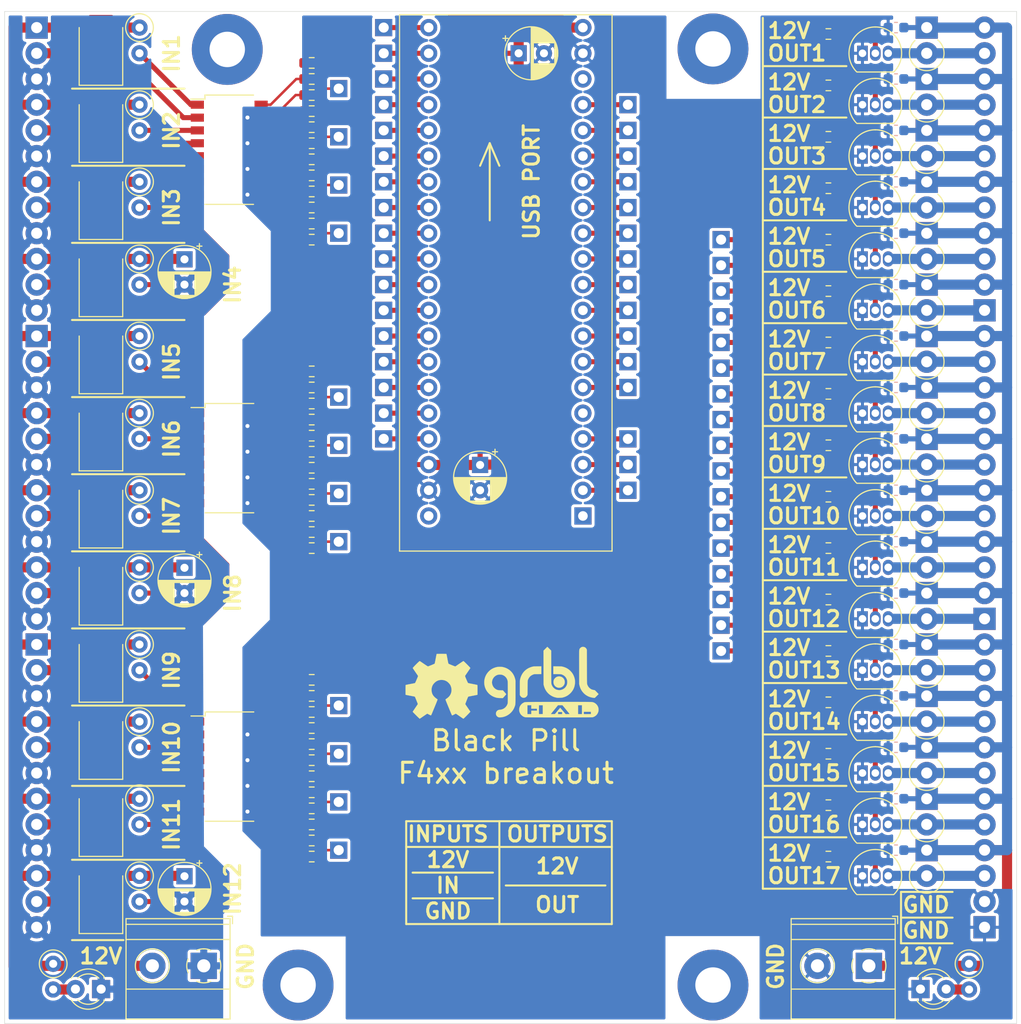
<source format=kicad_pcb>
(kicad_pcb (version 20171130) (host pcbnew "(5.1.8)-1")
  (layers (0 F.Cu signal) (31 B.Cu signal) (34 B.Paste user) (35 F.Paste user) (36 B.SilkS user) (37 F.SilkS user) (38 B.Mask user) (39 F.Mask user) (44 Edge.Cuts user))
  (net 0 "")
  (net 1 "Net-(U1-Pad40)")
  (net 2 "Net-(U1-Pad18)")
  (net 3 "Net-(U1-Pad5)")
  (net 4 "Net-(U1-Pad1)")
  (net 5 "Net-(R1-Pad2)")
  (net 6 "Net-(Q1-Pad2)")
  (net 7 GND)
  (net 8 /OUT1)
  (net 9 /OUT2)
  (net 10 /OUT3)
  (net 11 /OUT4)
  (net 12 /OUT5)
  (net 13 /OUT6)
  (net 14 /OUT7)
  (net 15 /OUT8)
  (net 16 /OUT9)
  (net 17 /OUT10)
  (net 18 /OUT11)
  (net 19 /OUT12)
  (net 20 /OUT13)
  (net 21 /OUT14)
  (net 22 /OUT16)
  (net 23 /OUT17)
  (net 24 /OUT15)
  (net 25 "Net-(Q2-Pad2)")
  (net 26 "Net-(Q3-Pad2)")
  (net 27 "Net-(Q4-Pad2)")
  (net 28 "Net-(Q5-Pad2)")
  (net 29 "Net-(Q6-Pad2)")
  (net 30 "Net-(Q7-Pad2)")
  (net 31 "Net-(Q8-Pad2)")
  (net 32 "Net-(Q9-Pad2)")
  (net 33 "Net-(Q10-Pad2)")
  (net 34 "Net-(Q11-Pad2)")
  (net 35 "Net-(Q12-Pad2)")
  (net 36 "Net-(Q13-Pad2)")
  (net 37 "Net-(Q14-Pad2)")
  (net 38 "Net-(Q15-Pad2)")
  (net 39 "Net-(Q16-Pad2)")
  (net 40 "Net-(Q17-Pad2)")
  (net 41 "Net-(R3-Pad2)")
  (net 42 "Net-(R10-Pad2)")
  (net 43 "Net-(R11-Pad2)")
  (net 44 "Net-(R12-Pad2)")
  (net 45 "Net-(R13-Pad2)")
  (net 46 GNDD)
  (net 47 +12V)
  (net 48 /IN1_ISO)
  (net 49 +12P)
  (net 50 /IN2_ISO)
  (net 51 /IN3_ISO)
  (net 52 /IN4_ISO)
  (net 53 /IN5_ISO)
  (net 54 /IN6_ISO)
  (net 55 /IN7_ISO)
  (net 56 /IN8_ISO)
  (net 57 /IN9_ISO)
  (net 58 /IN10_ISO)
  (net 59 /IN11_ISO)
  (net 60 /IN12_ISO)
  (net 61 "Net-(R19-Pad2)")
  (net 62 "Net-(R20-Pad2)")
  (net 63 "Net-(R21-Pad2)")
  (net 64 "Net-(R22-Pad2)")
  (net 65 "Net-(R23-Pad2)")
  (net 66 "Net-(R24-Pad2)")
  (net 67 "Net-(R25-Pad2)")
  (net 68 "Net-(R26-Pad2)")
  (net 69 "Net-(R27-Pad2)")
  (net 70 "Net-(R28-Pad2)")
  (net 71 "Net-(R29-Pad2)")
  (net 72 "Net-(R30-Pad2)")
  (net 73 /IN1)
  (net 74 /IN2)
  (net 75 /IN3)
  (net 76 /IN4)
  (net 77 /IN5)
  (net 78 /IN6)
  (net 79 /IN7)
  (net 80 /IN8)
  (net 81 /IN9)
  (net 82 /IN10)
  (net 83 /IN11)
  (net 84 /IN12)
  (net 85 +5V)
  (net 86 "Net-(R34-Pad2)")
  (net 87 "Net-(R36-Pad2)")
  (net 88 "Net-(R38-Pad2)")
  (net 89 "Net-(R40-Pad2)")
  (net 90 "Net-(R42-Pad2)")
  (net 91 "Net-(R44-Pad2)")
  (net 92 "Net-(J25-Pad1)")
  (net 93 "Net-(J24-Pad1)")
  (net 94 "Net-(J23-Pad1)")
  (net 95 "Net-(J22-Pad1)")
  (net 96 "Net-(J21-Pad1)")
  (net 97 "Net-(J20-Pad1)")
  (net 98 "Net-(J19-Pad1)")
  (net 99 "Net-(J18-Pad1)")
  (net 100 "Net-(J17-Pad1)")
  (net 101 "Net-(J16-Pad1)")
  (net 102 "Net-(J15-Pad1)")
  (net 103 "Net-(J14-Pad1)")
  (net 104 "Net-(J13-Pad1)")
  (net 105 "Net-(J12-Pad1)")
  (net 106 "Net-(J11-Pad1)")
  (net 107 "Net-(J10-Pad1)")
  (net 108 "Net-(J9-Pad1)")
  (net 109 "Net-(J26-Pad1)")
  (net 110 "Net-(J27-Pad1)")
  (net 111 "Net-(J28-Pad1)")
  (net 112 "Net-(J29-Pad1)")
  (net 113 "Net-(J30-Pad1)")
  (net 114 "Net-(J31-Pad1)")
  (net 115 "Net-(J32-Pad1)")
  (net 116 "Net-(J33-Pad1)")
  (net 117 "Net-(J34-Pad1)")
  (net 118 "Net-(J35-Pad1)")
  (net 119 "Net-(J36-Pad1)")
  (net 120 "Net-(J37-Pad1)")
  (net 121 "Net-(J38-Pad1)")
  (net 122 "Net-(J39-Pad1)")
  (net 123 "Net-(J40-Pad1)")
  (net 124 "Net-(J53-Pad1)")
  (net 125 "Net-(J54-Pad1)")
  (net 126 "Net-(J55-Pad1)")
  (net 127 "Net-(J56-Pad1)")
  (net 128 "Net-(J57-Pad1)")
  (net 129 "Net-(J58-Pad1)")
  (net 130 "Net-(J59-Pad1)")
  (net 131 "Net-(J60-Pad1)")
  (net 132 "Net-(J61-Pad1)")
  (net 133 "Net-(J62-Pad1)")
  (net 134 "Net-(J63-Pad1)")
  (net 135 "Net-(J64-Pad1)")
  (net 136 "Net-(J65-Pad1)")
  (net 137 "Net-(J66-Pad1)")
  (net 138 "Net-(J67-Pad1)")
  (net 139 "Net-(J68-Pad1)")
  (net 140 "Net-(J69-Pad1)")
  (net 141 "Net-(D30-Pad2)")
  (net 142 "Net-(D31-Pad2)")
  (module GRBL_black_pill_breakout:PinHeader_1x01_P2.54mm_Vertical (layer F.Cu) (at 183.1975 95.885)
    (fp_text reference J69 hide)
    (fp_text value Conn_01x01)
    (pad 1 thru_hole rect (at 0 0) (size 1.7 1.7) (drill 1) (layers *.Cu *.Mask) (net 140 "Net-(J69-Pad1)"))
  )
  (module GRBL_black_pill_breakout:PinHeader_1x01_P2.54mm_Vertical (layer F.Cu) (at 183.1975 93.345)
    (fp_text reference J68 hide)
    (fp_text value Conn_01x01)
    (pad 1 thru_hole rect (at 0 0) (size 1.7 1.7) (drill 1) (layers *.Cu *.Mask) (net 139 "Net-(J68-Pad1)"))
  )
  (module GRBL_black_pill_breakout:PinHeader_1x01_P2.54mm_Vertical (layer F.Cu) (at 183.1975 90.805)
    (fp_text reference J67 hide)
    (fp_text value Conn_01x01)
    (pad 1 thru_hole rect (at 0 0) (size 1.7 1.7) (drill 1) (layers *.Cu *.Mask) (net 138 "Net-(J67-Pad1)"))
  )
  (module GRBL_black_pill_breakout:PinHeader_1x01_P2.54mm_Vertical (layer F.Cu) (at 183.1975 88.265)
    (fp_text reference J66 hide)
    (fp_text value Conn_01x01)
    (pad 1 thru_hole rect (at 0 0) (size 1.7 1.7) (drill 1) (layers *.Cu *.Mask) (net 137 "Net-(J66-Pad1)"))
  )
  (module GRBL_black_pill_breakout:PinHeader_1x01_P2.54mm_Vertical (layer F.Cu) (at 183.1975 85.725)
    (fp_text reference J65 hide)
    (fp_text value Conn_01x01)
    (pad 1 thru_hole rect (at 0 0) (size 1.7 1.7) (drill 1) (layers *.Cu *.Mask) (net 136 "Net-(J65-Pad1)"))
  )
  (module GRBL_black_pill_breakout:PinHeader_1x01_P2.54mm_Vertical (layer F.Cu) (at 183.1975 83.185)
    (fp_text reference J64 hide)
    (fp_text value Conn_01x01)
    (pad 1 thru_hole rect (at 0 0) (size 1.7 1.7) (drill 1) (layers *.Cu *.Mask) (net 135 "Net-(J64-Pad1)"))
  )
  (module GRBL_black_pill_breakout:PinHeader_1x01_P2.54mm_Vertical (layer F.Cu) (at 183.1975 80.645)
    (fp_text reference J63 hide)
    (fp_text value Conn_01x01)
    (pad 1 thru_hole rect (at 0 0) (size 1.7 1.7) (drill 1) (layers *.Cu *.Mask) (net 134 "Net-(J63-Pad1)"))
  )
  (module GRBL_black_pill_breakout:PinHeader_1x01_P2.54mm_Vertical (layer F.Cu) (at 183.1975 78.105)
    (fp_text reference J62 hide)
    (fp_text value Conn_01x01)
    (pad 1 thru_hole rect (at 0 0) (size 1.7 1.7) (drill 1) (layers *.Cu *.Mask) (net 133 "Net-(J62-Pad1)"))
  )
  (module GRBL_black_pill_breakout:PinHeader_1x01_P2.54mm_Vertical (layer F.Cu) (at 183.1975 75.565)
    (fp_text reference J61 hide)
    (fp_text value Conn_01x01)
    (pad 1 thru_hole rect (at 0 0) (size 1.7 1.7) (drill 1) (layers *.Cu *.Mask) (net 132 "Net-(J61-Pad1)"))
  )
  (module GRBL_black_pill_breakout:PinHeader_1x01_P2.54mm_Vertical (layer F.Cu) (at 183.1975 73.025)
    (fp_text reference J60 hide)
    (fp_text value Conn_01x01)
    (pad 1 thru_hole rect (at 0 0) (size 1.7 1.7) (drill 1) (layers *.Cu *.Mask) (net 131 "Net-(J60-Pad1)"))
  )
  (module GRBL_black_pill_breakout:PinHeader_1x01_P2.54mm_Vertical (layer F.Cu) (at 183.1975 70.485)
    (fp_text reference J59 hide)
    (fp_text value Conn_01x01)
    (pad 1 thru_hole rect (at 0 0) (size 1.7 1.7) (drill 1) (layers *.Cu *.Mask) (net 130 "Net-(J59-Pad1)"))
  )
  (module GRBL_black_pill_breakout:PinHeader_1x01_P2.54mm_Vertical (layer F.Cu) (at 183.1975 67.945)
    (fp_text reference J58 hide)
    (fp_text value Conn_01x01)
    (pad 1 thru_hole rect (at 0 0) (size 1.7 1.7) (drill 1) (layers *.Cu *.Mask) (net 129 "Net-(J58-Pad1)"))
  )
  (module GRBL_black_pill_breakout:PinHeader_1x01_P2.54mm_Vertical (layer F.Cu) (at 183.1975 65.405)
    (fp_text reference J57 hide)
    (fp_text value Conn_01x01)
    (pad 1 thru_hole rect (at 0 0) (size 1.7 1.7) (drill 1) (layers *.Cu *.Mask) (net 128 "Net-(J57-Pad1)"))
  )
  (module GRBL_black_pill_breakout:PinHeader_1x01_P2.54mm_Vertical (layer F.Cu) (at 183.1975 62.865)
    (fp_text reference J56 hide)
    (fp_text value Conn_01x01)
    (pad 1 thru_hole rect (at 0 0) (size 1.7 1.7) (drill 1) (layers *.Cu *.Mask) (net 127 "Net-(J56-Pad1)"))
  )
  (module GRBL_black_pill_breakout:PinHeader_1x01_P2.54mm_Vertical (layer F.Cu) (at 183.1975 60.325)
    (fp_text reference J55 hide)
    (fp_text value Conn_01x01)
    (pad 1 thru_hole rect (at 0 0) (size 1.7 1.7) (drill 1) (layers *.Cu *.Mask) (net 126 "Net-(J55-Pad1)"))
  )
  (module GRBL_black_pill_breakout:PinHeader_1x01_P2.54mm_Vertical (layer F.Cu) (at 183.1975 57.785)
    (fp_text reference J54 hide)
    (fp_text value Conn_01x01)
    (pad 1 thru_hole rect (at 0 0) (size 1.7 1.7) (drill 1) (layers *.Cu *.Mask) (net 125 "Net-(J54-Pad1)"))
  )
  (module GRBL_black_pill_breakout:PinHeader_1x01_P2.54mm_Vertical (layer F.Cu) (at 183.1975 55.245)
    (fp_text reference J53 hide)
    (fp_text value Conn_01x01)
    (pad 1 thru_hole rect (at 0 0) (size 1.7 1.7) (drill 1) (layers *.Cu *.Mask) (net 124 "Net-(J53-Pad1)"))
  )
  (module GRBL_black_pill_breakout:PinHeader_1x01_P2.54mm_Vertical (layer F.Cu) (at 145.415 115.57)
    (fp_text reference J52 hide)
    (fp_text value Conn_01x01)
    (pad 1 thru_hole rect (at 0 0) (size 1.7 1.7) (drill 1) (layers *.Cu *.Mask) (net 84 /IN12))
  )
  (module GRBL_black_pill_breakout:PinHeader_1x01_P2.54mm_Vertical (layer F.Cu) (at 145.415 110.8075)
    (fp_text reference J51 hide)
    (fp_text value Conn_01x01)
    (pad 1 thru_hole rect (at 0 0) (size 1.7 1.7) (drill 1) (layers *.Cu *.Mask) (net 83 /IN11))
  )
  (module GRBL_black_pill_breakout:PinHeader_1x01_P2.54mm_Vertical (layer F.Cu) (at 145.415 106.045)
    (fp_text reference J50 hide)
    (fp_text value Conn_01x01)
    (pad 1 thru_hole rect (at 0 0) (size 1.7 1.7) (drill 1) (layers *.Cu *.Mask) (net 82 /IN10))
  )
  (module GRBL_black_pill_breakout:PinHeader_1x01_P2.54mm_Vertical (layer F.Cu) (at 145.415 101.2825)
    (fp_text reference J49 hide)
    (fp_text value Conn_01x01)
    (pad 1 thru_hole rect (at 0 0) (size 1.7 1.7) (drill 1) (layers *.Cu *.Mask) (net 81 /IN9))
  )
  (module GRBL_black_pill_breakout:PinHeader_1x01_P2.54mm_Vertical (layer F.Cu) (at 145.415 85.09)
    (fp_text reference J48 hide)
    (fp_text value Conn_01x01)
    (pad 1 thru_hole rect (at 0 0) (size 1.7 1.7) (drill 1) (layers *.Cu *.Mask) (net 80 /IN8))
  )
  (module GRBL_black_pill_breakout:PinHeader_1x01_P2.54mm_Vertical (layer F.Cu) (at 145.415 80.3275)
    (fp_text reference J47 hide)
    (fp_text value Conn_01x01)
    (pad 1 thru_hole rect (at 0 0) (size 1.7 1.7) (drill 1) (layers *.Cu *.Mask) (net 79 /IN7))
  )
  (module GRBL_black_pill_breakout:PinHeader_1x01_P2.54mm_Vertical (layer F.Cu) (at 145.415 75.565)
    (fp_text reference J46 hide)
    (fp_text value Conn_01x01)
    (pad 1 thru_hole rect (at 0 0) (size 1.7 1.7) (drill 1) (layers *.Cu *.Mask) (net 78 /IN6))
  )
  (module GRBL_black_pill_breakout:PinHeader_1x01_P2.54mm_Vertical (layer F.Cu) (at 145.415 70.8025)
    (fp_text reference J45 hide)
    (fp_text value Conn_01x01)
    (pad 1 thru_hole rect (at 0 0) (size 1.7 1.7) (drill 1) (layers *.Cu *.Mask) (net 77 /IN5))
  )
  (module GRBL_black_pill_breakout:PinHeader_1x01_P2.54mm_Vertical (layer F.Cu) (at 145.415 54.61)
    (fp_text reference J44 hide)
    (fp_text value Conn_01x01)
    (pad 1 thru_hole rect (at 0 0) (size 1.7 1.7) (drill 1) (layers *.Cu *.Mask) (net 76 /IN4))
  )
  (module GRBL_black_pill_breakout:PinHeader_1x01_P2.54mm_Vertical (layer F.Cu) (at 145.415 49.8475)
    (fp_text reference J43 hide)
    (fp_text value Conn_01x01)
    (pad 1 thru_hole rect (at 0 0) (size 1.7 1.7) (drill 1) (layers *.Cu *.Mask) (net 75 /IN3))
  )
  (module GRBL_black_pill_breakout:PinHeader_1x01_P2.54mm_Vertical (layer F.Cu) (at 145.415 45.085)
    (fp_text reference J42 hide)
    (fp_text value Conn_01x01)
    (pad 1 thru_hole rect (at 0 0) (size 1.7 1.7) (drill 1) (layers *.Cu *.Mask) (net 74 /IN2))
  )
  (module GRBL_black_pill_breakout:PinHeader_1x01_P2.54mm_Vertical (layer F.Cu) (at 145.415 40.3225)
    (fp_text reference J41 hide)
    (fp_text value Conn_01x01)
    (pad 1 thru_hole rect (at 0 0) (size 1.7 1.7) (drill 1) (layers *.Cu *.Mask) (net 73 /IN1))
  )
  (module GRBL_black_pill_breakout:PinHeader_1x01_P2.54mm_Vertical (layer F.Cu) (at 173.99 80.01)
    (fp_text reference J40 hide)
    (fp_text value Conn_01x01)
    (pad 1 thru_hole rect (at 0 0) (size 1.7 1.7) (drill 1) (layers *.Cu *.Mask) (net 123 "Net-(J40-Pad1)"))
  )
  (module GRBL_black_pill_breakout:PinHeader_1x01_P2.54mm_Vertical (layer F.Cu) (at 173.99 77.47)
    (fp_text reference J39 hide)
    (fp_text value Conn_01x01)
    (pad 1 thru_hole rect (at 0 0) (size 1.7 1.7) (drill 1) (layers *.Cu *.Mask) (net 122 "Net-(J39-Pad1)"))
  )
  (module GRBL_black_pill_breakout:PinHeader_1x01_P2.54mm_Vertical (layer F.Cu) (at 173.99 74.93)
    (fp_text reference J38 hide)
    (fp_text value Conn_01x01)
    (pad 1 thru_hole rect (at 0 0) (size 1.7 1.7) (drill 1) (layers *.Cu *.Mask) (net 121 "Net-(J38-Pad1)"))
  )
  (module GRBL_black_pill_breakout:PinHeader_1x01_P2.54mm_Vertical (layer F.Cu) (at 173.99 69.85)
    (fp_text reference J37 hide)
    (fp_text value Conn_01x01)
    (pad 1 thru_hole rect (at 0 0) (size 1.7 1.7) (drill 1) (layers *.Cu *.Mask) (net 120 "Net-(J37-Pad1)"))
  )
  (module GRBL_black_pill_breakout:PinHeader_1x01_P2.54mm_Vertical (layer F.Cu) (at 173.99 67.31)
    (fp_text reference J36 hide)
    (fp_text value Conn_01x01)
    (pad 1 thru_hole rect (at 0 0) (size 1.7 1.7) (drill 1) (layers *.Cu *.Mask) (net 119 "Net-(J36-Pad1)"))
  )
  (module GRBL_black_pill_breakout:PinHeader_1x01_P2.54mm_Vertical (layer F.Cu) (at 173.99 64.77)
    (fp_text reference J35 hide)
    (fp_text value Conn_01x01)
    (pad 1 thru_hole rect (at 0 0) (size 1.7 1.7) (drill 1) (layers *.Cu *.Mask) (net 118 "Net-(J35-Pad1)"))
  )
  (module GRBL_black_pill_breakout:PinHeader_1x01_P2.54mm_Vertical (layer F.Cu) (at 173.99 62.23)
    (fp_text reference J34 hide)
    (fp_text value Conn_01x01)
    (pad 1 thru_hole rect (at 0 0) (size 1.7 1.7) (drill 1) (layers *.Cu *.Mask) (net 117 "Net-(J34-Pad1)"))
  )
  (module GRBL_black_pill_breakout:PinHeader_1x01_P2.54mm_Vertical (layer F.Cu) (at 173.99 59.69)
    (fp_text reference J33 hide)
    (fp_text value Conn_01x01)
    (pad 1 thru_hole rect (at 0 0) (size 1.7 1.7) (drill 1) (layers *.Cu *.Mask) (net 116 "Net-(J33-Pad1)"))
  )
  (module GRBL_black_pill_breakout:PinHeader_1x01_P2.54mm_Vertical (layer F.Cu) (at 173.99 57.15)
    (fp_text reference J32 hide)
    (fp_text value Conn_01x01)
    (pad 1 thru_hole rect (at 0 0) (size 1.7 1.7) (drill 1) (layers *.Cu *.Mask) (net 115 "Net-(J32-Pad1)"))
  )
  (module GRBL_black_pill_breakout:PinHeader_1x01_P2.54mm_Vertical (layer F.Cu) (at 173.99 54.61)
    (fp_text reference J31 hide)
    (fp_text value Conn_01x01)
    (pad 1 thru_hole rect (at 0 0) (size 1.7 1.7) (drill 1) (layers *.Cu *.Mask) (net 114 "Net-(J31-Pad1)"))
  )
  (module GRBL_black_pill_breakout:PinHeader_1x01_P2.54mm_Vertical (layer F.Cu) (at 173.99 52.07)
    (fp_text reference J30 hide)
    (fp_text value Conn_01x01)
    (pad 1 thru_hole rect (at 0 0) (size 1.7 1.7) (drill 1) (layers *.Cu *.Mask) (net 113 "Net-(J30-Pad1)"))
  )
  (module GRBL_black_pill_breakout:PinHeader_1x01_P2.54mm_Vertical (layer F.Cu) (at 173.99 49.53)
    (fp_text reference J29 hide)
    (fp_text value Conn_01x01)
    (pad 1 thru_hole rect (at 0 0) (size 1.7 1.7) (drill 1) (layers *.Cu *.Mask) (net 112 "Net-(J29-Pad1)"))
  )
  (module GRBL_black_pill_breakout:PinHeader_1x01_P2.54mm_Vertical (layer F.Cu) (at 173.99 46.99)
    (fp_text reference J28 hide)
    (fp_text value Conn_01x01)
    (pad 1 thru_hole rect (at 0 0) (size 1.7 1.7) (drill 1) (layers *.Cu *.Mask) (net 111 "Net-(J28-Pad1)"))
  )
  (module GRBL_black_pill_breakout:PinHeader_1x01_P2.54mm_Vertical (layer F.Cu) (at 173.99 44.45)
    (fp_text reference J27 hide)
    (fp_text value Conn_01x01)
    (pad 1 thru_hole rect (at 0 0) (size 1.7 1.7) (drill 1) (layers *.Cu *.Mask) (net 110 "Net-(J27-Pad1)"))
  )
  (module GRBL_black_pill_breakout:PinHeader_1x01_P2.54mm_Vertical (layer F.Cu) (at 173.99 41.91)
    (fp_text reference J26 hide)
    (fp_text value Conn_01x01)
    (pad 1 thru_hole rect (at 0 0) (size 1.7 1.7) (drill 1) (layers *.Cu *.Mask) (net 109 "Net-(J26-Pad1)"))
  )
  (module GRBL_black_pill_breakout:PinHeader_1x01_P2.54mm_Vertical (layer F.Cu) (at 149.86 74.93)
    (fp_text reference J25 hide)
    (fp_text value Conn_01x01)
    (pad 1 thru_hole rect (at 0 0) (size 1.7 1.7) (drill 1) (layers *.Cu *.Mask) (net 92 "Net-(J25-Pad1)"))
  )
  (module GRBL_black_pill_breakout:PinHeader_1x01_P2.54mm_Vertical (layer F.Cu) (at 149.86 72.39)
    (fp_text reference J24 hide)
    (fp_text value Conn_01x01)
    (pad 1 thru_hole rect (at 0 0) (size 1.7 1.7) (drill 1) (layers *.Cu *.Mask) (net 93 "Net-(J24-Pad1)"))
  )
  (module GRBL_black_pill_breakout:PinHeader_1x01_P2.54mm_Vertical (layer F.Cu) (at 149.86 69.85)
    (fp_text reference J23 hide)
    (fp_text value Conn_01x01)
    (pad 1 thru_hole rect (at 0 0) (size 1.7 1.7) (drill 1) (layers *.Cu *.Mask) (net 94 "Net-(J23-Pad1)"))
  )
  (module GRBL_black_pill_breakout:PinHeader_1x01_P2.54mm_Vertical (layer F.Cu) (at 149.86 67.31)
    (fp_text reference J22 hide)
    (fp_text value Conn_01x01)
    (pad 1 thru_hole rect (at 0 0) (size 1.7 1.7) (drill 1) (layers *.Cu *.Mask) (net 95 "Net-(J22-Pad1)"))
  )
  (module GRBL_black_pill_breakout:PinHeader_1x01_P2.54mm_Vertical (layer F.Cu) (at 149.86 64.77)
    (fp_text reference J21 hide)
    (fp_text value Conn_01x01)
    (pad 1 thru_hole rect (at 0 0) (size 1.7 1.7) (drill 1) (layers *.Cu *.Mask) (net 96 "Net-(J21-Pad1)"))
  )
  (module GRBL_black_pill_breakout:PinHeader_1x01_P2.54mm_Vertical (layer F.Cu) (at 149.86 62.23)
    (fp_text reference J20 hide)
    (fp_text value Conn_01x01)
    (pad 1 thru_hole rect (at 0 0) (size 1.7 1.7) (drill 1) (layers *.Cu *.Mask) (net 97 "Net-(J20-Pad1)"))
  )
  (module GRBL_black_pill_breakout:PinHeader_1x01_P2.54mm_Vertical (layer F.Cu) (at 149.86 59.69)
    (fp_text reference J19 hide)
    (fp_text value Conn_01x01)
    (pad 1 thru_hole rect (at 0 0) (size 1.7 1.7) (drill 1) (layers *.Cu *.Mask) (net 98 "Net-(J19-Pad1)"))
  )
  (module GRBL_black_pill_breakout:PinHeader_1x01_P2.54mm_Vertical (layer F.Cu) (at 149.86 57.15)
    (fp_text reference J18 hide)
    (fp_text value Conn_01x01)
    (pad 1 thru_hole rect (at 0 0) (size 1.7 1.7) (drill 1) (layers *.Cu *.Mask) (net 99 "Net-(J18-Pad1)"))
  )
  (module GRBL_black_pill_breakout:PinHeader_1x01_P2.54mm_Vertical (layer F.Cu) (at 149.86 54.61)
    (fp_text reference J17 hide)
    (fp_text value Conn_01x01)
    (pad 1 thru_hole rect (at 0 0) (size 1.7 1.7) (drill 1) (layers *.Cu *.Mask) (net 100 "Net-(J17-Pad1)"))
  )
  (module GRBL_black_pill_breakout:PinHeader_1x01_P2.54mm_Vertical (layer F.Cu) (at 149.86 52.07)
    (fp_text reference J16 hide)
    (fp_text value Conn_01x01)
    (pad 1 thru_hole rect (at 0 0) (size 1.7 1.7) (drill 1) (layers *.Cu *.Mask) (net 101 "Net-(J16-Pad1)"))
  )
  (module GRBL_black_pill_breakout:PinHeader_1x01_P2.54mm_Vertical (layer F.Cu) (at 149.86 49.53)
    (fp_text reference J15 hide)
    (fp_text value Conn_01x01)
    (pad 1 thru_hole rect (at 0 0) (size 1.7 1.7) (drill 1) (layers *.Cu *.Mask) (net 102 "Net-(J15-Pad1)"))
  )
  (module GRBL_black_pill_breakout:PinHeader_1x01_P2.54mm_Vertical (layer F.Cu) (at 149.86 46.99)
    (fp_text reference J14 hide)
    (fp_text value Conn_01x01)
    (pad 1 thru_hole rect (at 0 0) (size 1.7 1.7) (drill 1) (layers *.Cu *.Mask) (net 103 "Net-(J14-Pad1)"))
  )
  (module GRBL_black_pill_breakout:PinHeader_1x01_P2.54mm_Vertical (layer F.Cu) (at 149.86 44.45)
    (fp_text reference J13 hide)
    (fp_text value Conn_01x01)
    (pad 1 thru_hole rect (at 0 0) (size 1.7 1.7) (drill 1) (layers *.Cu *.Mask) (net 104 "Net-(J13-Pad1)"))
  )
  (module GRBL_black_pill_breakout:PinHeader_1x01_P2.54mm_Vertical (layer F.Cu) (at 149.86 41.91)
    (fp_text reference J12 hide)
    (fp_text value Conn_01x01)
    (pad 1 thru_hole rect (at 0 0) (size 1.7 1.7) (drill 1) (layers *.Cu *.Mask) (net 105 "Net-(J12-Pad1)"))
  )
  (module GRBL_black_pill_breakout:PinHeader_1x01_P2.54mm_Vertical (layer F.Cu) (at 149.86 39.37)
    (fp_text reference J11 hide)
    (fp_text value Conn_01x01)
    (pad 1 thru_hole rect (at 0 0) (size 1.7 1.7) (drill 1) (layers *.Cu *.Mask) (net 106 "Net-(J11-Pad1)"))
  )
  (module GRBL_black_pill_breakout:PinHeader_1x01_P2.54mm_Vertical (layer F.Cu) (at 149.86 36.83)
    (fp_text reference J10 hide)
    (fp_text value Conn_01x01)
    (pad 1 thru_hole rect (at 0 0) (size 1.7 1.7) (drill 1) (layers *.Cu *.Mask) (net 107 "Net-(J10-Pad1)"))
  )
  (module GRBL_black_pill_breakout:PinHeader_1x01_P2.54mm_Vertical (layer F.Cu) (at 149.86 34.29)
    (fp_text reference J9 hide)
    (fp_text value Conn_01x01)
    (pad 1 thru_hole rect (at 0 0) (size 1.7 1.7) (drill 1) (layers *.Cu *.Mask) (net 108 "Net-(J9-Pad1)"))
  )
  (module GRBL_black_pill_breakout:TerminalBlock_Phoenix_MPT-0,5-12-2.54_1x12_P2.54mm_Horizontal (layer F.Cu) (at 209.2325 62.23 90)
    (fp_text reference J1 hide)
    (fp_text value Screw_Terminal_01x12)
    (pad 12 thru_hole circle (at 27.94 0 90) (size 2.2 2.2) (drill 1.1) (layers *.Cu *.Mask) (net 49 +12P))
    (pad 11 thru_hole circle (at 25.4 0 90) (size 2.2 2.2) (drill 1.1) (layers *.Cu *.Mask) (net 8 /OUT1))
    (pad 10 thru_hole circle (at 22.86 0 90) (size 2.2 2.2) (drill 1.1) (layers *.Cu *.Mask) (net 49 +12P))
    (pad 9 thru_hole circle (at 20.32 0 90) (size 2.2 2.2) (drill 1.1) (layers *.Cu *.Mask) (net 9 /OUT2))
    (pad 8 thru_hole circle (at 17.78 0 90) (size 2.2 2.2) (drill 1.1) (layers *.Cu *.Mask) (net 49 +12P))
    (pad 7 thru_hole circle (at 15.24 0 90) (size 2.2 2.2) (drill 1.1) (layers *.Cu *.Mask) (net 10 /OUT3))
    (pad 6 thru_hole circle (at 12.7 0 90) (size 2.2 2.2) (drill 1.1) (layers *.Cu *.Mask) (net 49 +12P))
    (pad 5 thru_hole circle (at 10.16 0 90) (size 2.2 2.2) (drill 1.1) (layers *.Cu *.Mask) (net 11 /OUT4))
    (pad 4 thru_hole circle (at 7.62 0 90) (size 2.2 2.2) (drill 1.1) (layers *.Cu *.Mask) (net 49 +12P))
    (pad 3 thru_hole circle (at 5.08 0 90) (size 2.2 2.2) (drill 1.1) (layers *.Cu *.Mask) (net 12 /OUT5))
    (pad 2 thru_hole circle (at 2.54 0 90) (size 2.2 2.2) (drill 1.1) (layers *.Cu *.Mask) (net 49 +12P))
    (pad 1 thru_hole rect (at 0 0 90) (size 2.2 2.2) (drill 1.1) (layers *.Cu *.Mask) (net 13 /OUT6))
  )
  (module GRBL_black_pill_breakout:TerminalBlock_Phoenix_MPT-0,5-12-2.54_1x12_P2.54mm_Horizontal (layer F.Cu) (at 115.57 95.25 270)
    (fp_text reference J7 hide)
    (fp_text value Screw_Terminal_01x12)
    (pad 12 thru_hole circle (at 27.94 0 270) (size 2.2 2.2) (drill 1.1) (layers *.Cu *.Mask) (net 46 GNDD))
    (pad 11 thru_hole circle (at 25.4 0 270) (size 2.2 2.2) (drill 1.1) (layers *.Cu *.Mask) (net 60 /IN12_ISO))
    (pad 10 thru_hole circle (at 22.86 0 270) (size 2.2 2.2) (drill 1.1) (layers *.Cu *.Mask) (net 47 +12V))
    (pad 9 thru_hole circle (at 20.32 0 270) (size 2.2 2.2) (drill 1.1) (layers *.Cu *.Mask) (net 46 GNDD))
    (pad 8 thru_hole circle (at 17.78 0 270) (size 2.2 2.2) (drill 1.1) (layers *.Cu *.Mask) (net 59 /IN11_ISO))
    (pad 7 thru_hole circle (at 15.24 0 270) (size 2.2 2.2) (drill 1.1) (layers *.Cu *.Mask) (net 47 +12V))
    (pad 6 thru_hole circle (at 12.7 0 270) (size 2.2 2.2) (drill 1.1) (layers *.Cu *.Mask) (net 46 GNDD))
    (pad 5 thru_hole circle (at 10.16 0 270) (size 2.2 2.2) (drill 1.1) (layers *.Cu *.Mask) (net 58 /IN10_ISO))
    (pad 4 thru_hole circle (at 7.62 0 270) (size 2.2 2.2) (drill 1.1) (layers *.Cu *.Mask) (net 47 +12V))
    (pad 3 thru_hole circle (at 5.08 0 270) (size 2.2 2.2) (drill 1.1) (layers *.Cu *.Mask) (net 46 GNDD))
    (pad 2 thru_hole circle (at 2.54 0 270) (size 2.2 2.2) (drill 1.1) (layers *.Cu *.Mask) (net 57 /IN9_ISO))
    (pad 1 thru_hole rect (at 0 0 270) (size 2.2 2.2) (drill 1.1) (layers *.Cu *.Mask) (net 47 +12V))
  )
  (module GRBL_black_pill_breakout:TerminalBlock_Phoenix_MPT-0,5-12-2.54_1x12_P2.54mm_Horizontal (layer F.Cu) (at 115.57 64.77 270)
    (fp_text reference J6 hide)
    (fp_text value Screw_Terminal_01x12)
    (pad 12 thru_hole circle (at 27.94 0 270) (size 2.2 2.2) (drill 1.1) (layers *.Cu *.Mask) (net 46 GNDD))
    (pad 11 thru_hole circle (at 25.4 0 270) (size 2.2 2.2) (drill 1.1) (layers *.Cu *.Mask) (net 56 /IN8_ISO))
    (pad 10 thru_hole circle (at 22.86 0 270) (size 2.2 2.2) (drill 1.1) (layers *.Cu *.Mask) (net 47 +12V))
    (pad 9 thru_hole circle (at 20.32 0 270) (size 2.2 2.2) (drill 1.1) (layers *.Cu *.Mask) (net 46 GNDD))
    (pad 8 thru_hole circle (at 17.78 0 270) (size 2.2 2.2) (drill 1.1) (layers *.Cu *.Mask) (net 55 /IN7_ISO))
    (pad 7 thru_hole circle (at 15.24 0 270) (size 2.2 2.2) (drill 1.1) (layers *.Cu *.Mask) (net 47 +12V))
    (pad 6 thru_hole circle (at 12.7 0 270) (size 2.2 2.2) (drill 1.1) (layers *.Cu *.Mask) (net 46 GNDD))
    (pad 5 thru_hole circle (at 10.16 0 270) (size 2.2 2.2) (drill 1.1) (layers *.Cu *.Mask) (net 54 /IN6_ISO))
    (pad 4 thru_hole circle (at 7.62 0 270) (size 2.2 2.2) (drill 1.1) (layers *.Cu *.Mask) (net 47 +12V))
    (pad 3 thru_hole circle (at 5.08 0 270) (size 2.2 2.2) (drill 1.1) (layers *.Cu *.Mask) (net 46 GNDD))
    (pad 2 thru_hole circle (at 2.54 0 270) (size 2.2 2.2) (drill 1.1) (layers *.Cu *.Mask) (net 53 /IN5_ISO))
    (pad 1 thru_hole rect (at 0 0 270) (size 2.2 2.2) (drill 1.1) (layers *.Cu *.Mask) (net 47 +12V))
  )
  (module GRBL_black_pill_breakout:TerminalBlock_Phoenix_MPT-0,5-12-2.54_1x12_P2.54mm_Horizontal (layer F.Cu) (at 115.57 34.29 270)
    (fp_text reference J5 hide)
    (fp_text value Screw_Terminal_01x12)
    (pad 12 thru_hole circle (at 27.94 0 270) (size 2.2 2.2) (drill 1.1) (layers *.Cu *.Mask) (net 46 GNDD))
    (pad 11 thru_hole circle (at 25.4 0 270) (size 2.2 2.2) (drill 1.1) (layers *.Cu *.Mask) (net 52 /IN4_ISO))
    (pad 10 thru_hole circle (at 22.86 0 270) (size 2.2 2.2) (drill 1.1) (layers *.Cu *.Mask) (net 47 +12V))
    (pad 9 thru_hole circle (at 20.32 0 270) (size 2.2 2.2) (drill 1.1) (layers *.Cu *.Mask) (net 46 GNDD))
    (pad 8 thru_hole circle (at 17.78 0 270) (size 2.2 2.2) (drill 1.1) (layers *.Cu *.Mask) (net 51 /IN3_ISO))
    (pad 7 thru_hole circle (at 15.24 0 270) (size 2.2 2.2) (drill 1.1) (layers *.Cu *.Mask) (net 47 +12V))
    (pad 6 thru_hole circle (at 12.7 0 270) (size 2.2 2.2) (drill 1.1) (layers *.Cu *.Mask) (net 46 GNDD))
    (pad 5 thru_hole circle (at 10.16 0 270) (size 2.2 2.2) (drill 1.1) (layers *.Cu *.Mask) (net 50 /IN2_ISO))
    (pad 4 thru_hole circle (at 7.62 0 270) (size 2.2 2.2) (drill 1.1) (layers *.Cu *.Mask) (net 47 +12V))
    (pad 3 thru_hole circle (at 5.08 0 270) (size 2.2 2.2) (drill 1.1) (layers *.Cu *.Mask) (net 46 GNDD))
    (pad 2 thru_hole circle (at 2.54 0 270) (size 2.2 2.2) (drill 1.1) (layers *.Cu *.Mask) (net 48 /IN1_ISO))
    (pad 1 thru_hole rect (at 0 0 270) (size 2.2 2.2) (drill 1.1) (layers *.Cu *.Mask) (net 47 +12V))
  )
  (module GRBL_black_pill_breakout:TerminalBlock_Phoenix_MPT-0,5-12-2.54_1x12_P2.54mm_Horizontal (layer F.Cu) (at 209.2325 123.19 90)
    (fp_text reference J3 hide)
    (fp_text value Screw_Terminal_01x12)
    (pad 12 thru_hole circle (at 27.94 0 90) (size 2.2 2.2) (drill 1.1) (layers *.Cu *.Mask) (net 49 +12P))
    (pad 11 thru_hole circle (at 25.4 0 90) (size 2.2 2.2) (drill 1.1) (layers *.Cu *.Mask) (net 20 /OUT13))
    (pad 10 thru_hole circle (at 22.86 0 90) (size 2.2 2.2) (drill 1.1) (layers *.Cu *.Mask) (net 49 +12P))
    (pad 9 thru_hole circle (at 20.32 0 90) (size 2.2 2.2) (drill 1.1) (layers *.Cu *.Mask) (net 21 /OUT14))
    (pad 8 thru_hole circle (at 17.78 0 90) (size 2.2 2.2) (drill 1.1) (layers *.Cu *.Mask) (net 49 +12P))
    (pad 7 thru_hole circle (at 15.24 0 90) (size 2.2 2.2) (drill 1.1) (layers *.Cu *.Mask) (net 24 /OUT15))
    (pad 6 thru_hole circle (at 12.7 0 90) (size 2.2 2.2) (drill 1.1) (layers *.Cu *.Mask) (net 49 +12P))
    (pad 5 thru_hole circle (at 10.16 0 90) (size 2.2 2.2) (drill 1.1) (layers *.Cu *.Mask) (net 22 /OUT16))
    (pad 4 thru_hole circle (at 7.62 0 90) (size 2.2 2.2) (drill 1.1) (layers *.Cu *.Mask) (net 49 +12P))
    (pad 3 thru_hole circle (at 5.08 0 90) (size 2.2 2.2) (drill 1.1) (layers *.Cu *.Mask) (net 23 /OUT17))
    (pad 2 thru_hole circle (at 2.54 0 90) (size 2.2 2.2) (drill 1.1) (layers *.Cu *.Mask) (net 7 GND))
    (pad 1 thru_hole rect (at 0 0 90) (size 2.2 2.2) (drill 1.1) (layers *.Cu *.Mask) (net 7 GND))
  )
  (module GRBL_black_pill_breakout:TerminalBlock_Phoenix_MPT-0,5-12-2.54_1x12_P2.54mm_Horizontal (layer F.Cu) (at 209.2325 92.71 90)
    (fp_text reference J2 hide)
    (fp_text value Screw_Terminal_01x12)
    (pad 12 thru_hole circle (at 27.94 0 90) (size 2.2 2.2) (drill 1.1) (layers *.Cu *.Mask) (net 49 +12P))
    (pad 11 thru_hole circle (at 25.4 0 90) (size 2.2 2.2) (drill 1.1) (layers *.Cu *.Mask) (net 14 /OUT7))
    (pad 10 thru_hole circle (at 22.86 0 90) (size 2.2 2.2) (drill 1.1) (layers *.Cu *.Mask) (net 49 +12P))
    (pad 9 thru_hole circle (at 20.32 0 90) (size 2.2 2.2) (drill 1.1) (layers *.Cu *.Mask) (net 15 /OUT8))
    (pad 8 thru_hole circle (at 17.78 0 90) (size 2.2 2.2) (drill 1.1) (layers *.Cu *.Mask) (net 49 +12P))
    (pad 7 thru_hole circle (at 15.24 0 90) (size 2.2 2.2) (drill 1.1) (layers *.Cu *.Mask) (net 16 /OUT9))
    (pad 6 thru_hole circle (at 12.7 0 90) (size 2.2 2.2) (drill 1.1) (layers *.Cu *.Mask) (net 49 +12P))
    (pad 5 thru_hole circle (at 10.16 0 90) (size 2.2 2.2) (drill 1.1) (layers *.Cu *.Mask) (net 17 /OUT10))
    (pad 4 thru_hole circle (at 7.62 0 90) (size 2.2 2.2) (drill 1.1) (layers *.Cu *.Mask) (net 49 +12P))
    (pad 3 thru_hole circle (at 5.08 0 90) (size 2.2 2.2) (drill 1.1) (layers *.Cu *.Mask) (net 18 /OUT11))
    (pad 2 thru_hole circle (at 2.54 0 90) (size 2.2 2.2) (drill 1.1) (layers *.Cu *.Mask) (net 49 +12P))
    (pad 1 thru_hole rect (at 0 0 90) (size 2.2 2.2) (drill 1.1) (layers *.Cu *.Mask) (net 19 /OUT12))
  )
  (module Resistor_THT:R_Axial_DIN0207_L6.3mm_D2.5mm_P2.54mm_Vertical (layer F.Cu) (at 117.2 126.8 270)
    (fp_text reference R67 hide)
    (fp_text value R)
    (pad 2 thru_hole oval (at 2.54 0 270) (size 1.6 1.6) (drill 0.8) (layers *.Cu *.Mask) (net 142 "Net-(D31-Pad2)"))
    (pad 1 thru_hole circle (at 0 0 270) (size 1.6 1.6) (drill 0.8) (layers *.Cu *.Mask) (net 47 +12V))
  )
  (module Resistor_THT:R_Axial_DIN0207_L6.3mm_D2.5mm_P2.54mm_Vertical (layer F.Cu) (at 207.7 126.8 270)
    (fp_text reference R66 hide)
    (fp_text value R)
    (pad 2 thru_hole oval (at 2.54 0 270) (size 1.6 1.6) (drill 0.8) (layers *.Cu *.Mask) (net 141 "Net-(D30-Pad2)"))
    (pad 1 thru_hole circle (at 0 0 270) (size 1.6 1.6) (drill 0.8) (layers *.Cu *.Mask) (net 49 +12P))
  )
  (module LED_THT:LED_D3.0mm (layer F.Cu) (at 121.94 129.3 180)
    (fp_text reference D31 hide)
    (fp_text value GREEN)
    (pad 2 thru_hole circle (at 2.54 0 180) (size 1.8 1.8) (drill 0.9) (layers *.Cu *.Mask) (net 142 "Net-(D31-Pad2)"))
    (pad 1 thru_hole rect (at 0 0 180) (size 1.8 1.8) (drill 0.9) (layers *.Cu *.Mask) (net 46 GNDD))
  )
  (module LED_THT:LED_D3.0mm (layer F.Cu) (at 202.9 129.3)
    (fp_text reference D30 hide)
    (fp_text value GREEN)
    (pad 2 thru_hole circle (at 2.54 0) (size 1.8 1.8) (drill 0.9) (layers *.Cu *.Mask) (net 141 "Net-(D30-Pad2)"))
    (pad 1 thru_hole rect (at 0 0) (size 1.8 1.8) (drill 0.9) (layers *.Cu *.Mask) (net 7 GND))
  )
  (module Capacitor_SMD:C_0603_1608Metric (layer B.Cu) (at 200.4825 115.57 180)
    (fp_text reference C22 hide)
    (fp_text value 1uF)
    (pad 2 smd roundrect (at 0.775 0 180) (size 0.9 0.95) (layers B.Cu B.Paste B.Mask) (net 7 GND))
    (pad 1 smd roundrect (at -0.775 0 180) (size 0.9 0.95) (layers B.Cu B.Paste B.Mask) (net 49 +12P))
  )
  (module Capacitor_SMD:C_0603_1608Metric (layer B.Cu) (at 200.4825 110.49 180)
    (fp_text reference C21 hide)
    (fp_text value 1uF)
    (pad 2 smd roundrect (at 0.775 0 180) (size 0.9 0.95) (layers B.Cu B.Paste B.Mask) (net 7 GND))
    (pad 1 smd roundrect (at -0.775 0 180) (size 0.9 0.95) (layers B.Cu B.Paste B.Mask) (net 49 +12P))
  )
  (module Capacitor_SMD:C_0603_1608Metric (layer B.Cu) (at 200.4825 105.41 180)
    (fp_text reference C20 hide)
    (fp_text value 1uF)
    (pad 2 smd roundrect (at 0.775 0 180) (size 0.9 0.95) (layers B.Cu B.Paste B.Mask) (net 7 GND))
    (pad 1 smd roundrect (at -0.775 0 180) (size 0.9 0.95) (layers B.Cu B.Paste B.Mask) (net 49 +12P))
  )
  (module Capacitor_SMD:C_0603_1608Metric (layer B.Cu) (at 200.4825 100.33 180)
    (fp_text reference C19 hide)
    (fp_text value 1uF)
    (pad 2 smd roundrect (at 0.775 0 180) (size 0.9 0.95) (layers B.Cu B.Paste B.Mask) (net 7 GND))
    (pad 1 smd roundrect (at -0.775 0 180) (size 0.9 0.95) (layers B.Cu B.Paste B.Mask) (net 49 +12P))
  )
  (module Capacitor_SMD:C_0603_1608Metric (layer B.Cu) (at 200.4825 95.25 180)
    (fp_text reference C18 hide)
    (fp_text value 1uF)
    (pad 2 smd roundrect (at 0.775 0 180) (size 0.9 0.95) (layers B.Cu B.Paste B.Mask) (net 7 GND))
    (pad 1 smd roundrect (at -0.775 0 180) (size 0.9 0.95) (layers B.Cu B.Paste B.Mask) (net 49 +12P))
  )
  (module Capacitor_SMD:C_0603_1608Metric (layer B.Cu) (at 200.4825 90.17 180)
    (fp_text reference C17 hide)
    (fp_text value 1uF)
    (pad 2 smd roundrect (at 0.775 0 180) (size 0.9 0.95) (layers B.Cu B.Paste B.Mask) (net 7 GND))
    (pad 1 smd roundrect (at -0.775 0 180) (size 0.9 0.95) (layers B.Cu B.Paste B.Mask) (net 49 +12P))
  )
  (module Capacitor_SMD:C_0603_1608Metric (layer B.Cu) (at 200.4825 85.09 180)
    (fp_text reference C16 hide)
    (fp_text value 1uF)
    (pad 2 smd roundrect (at 0.775 0 180) (size 0.9 0.95) (layers B.Cu B.Paste B.Mask) (net 7 GND))
    (pad 1 smd roundrect (at -0.775 0 180) (size 0.9 0.95) (layers B.Cu B.Paste B.Mask) (net 49 +12P))
  )
  (module Capacitor_SMD:C_0603_1608Metric (layer B.Cu) (at 200.4825 80.01 180)
    (fp_text reference C15 hide)
    (fp_text value 1uF)
    (pad 2 smd roundrect (at 0.775 0 180) (size 0.9 0.95) (layers B.Cu B.Paste B.Mask) (net 7 GND))
    (pad 1 smd roundrect (at -0.775 0 180) (size 0.9 0.95) (layers B.Cu B.Paste B.Mask) (net 49 +12P))
  )
  (module Capacitor_SMD:C_0603_1608Metric (layer B.Cu) (at 200.4825 74.93 180)
    (fp_text reference C14 hide)
    (fp_text value 1uF)
    (pad 2 smd roundrect (at 0.775 0 180) (size 0.9 0.95) (layers B.Cu B.Paste B.Mask) (net 7 GND))
    (pad 1 smd roundrect (at -0.775 0 180) (size 0.9 0.95) (layers B.Cu B.Paste B.Mask) (net 49 +12P))
  )
  (module Capacitor_SMD:C_0603_1608Metric (layer B.Cu) (at 200.4825 69.85 180)
    (fp_text reference C13 hide)
    (fp_text value 1uF)
    (pad 2 smd roundrect (at 0.775 0 180) (size 0.9 0.95) (layers B.Cu B.Paste B.Mask) (net 7 GND))
    (pad 1 smd roundrect (at -0.775 0 180) (size 0.9 0.95) (layers B.Cu B.Paste B.Mask) (net 49 +12P))
  )
  (module Capacitor_SMD:C_0603_1608Metric (layer B.Cu) (at 200.4825 64.77 180)
    (fp_text reference C12 hide)
    (fp_text value 1uF)
    (pad 2 smd roundrect (at 0.775 0 180) (size 0.9 0.95) (layers B.Cu B.Paste B.Mask) (net 7 GND))
    (pad 1 smd roundrect (at -0.775 0 180) (size 0.9 0.95) (layers B.Cu B.Paste B.Mask) (net 49 +12P))
  )
  (module Capacitor_SMD:C_0603_1608Metric (layer B.Cu) (at 200.4825 59.69 180)
    (fp_text reference C11 hide)
    (fp_text value 1uF)
    (pad 2 smd roundrect (at 0.775 0 180) (size 0.9 0.95) (layers B.Cu B.Paste B.Mask) (net 7 GND))
    (pad 1 smd roundrect (at -0.775 0 180) (size 0.9 0.95) (layers B.Cu B.Paste B.Mask) (net 49 +12P))
  )
  (module Capacitor_SMD:C_0603_1608Metric (layer B.Cu) (at 200.4825 54.61 180)
    (fp_text reference C10 hide)
    (fp_text value 1uF)
    (pad 2 smd roundrect (at 0.775 0 180) (size 0.9 0.95) (layers B.Cu B.Paste B.Mask) (net 7 GND))
    (pad 1 smd roundrect (at -0.775 0 180) (size 0.9 0.95) (layers B.Cu B.Paste B.Mask) (net 49 +12P))
  )
  (module Capacitor_SMD:C_0603_1608Metric (layer B.Cu) (at 200.4825 49.53 180)
    (fp_text reference C9 hide)
    (fp_text value 1uF)
    (pad 2 smd roundrect (at 0.775 0 180) (size 0.9 0.95) (layers B.Cu B.Paste B.Mask) (net 7 GND))
    (pad 1 smd roundrect (at -0.775 0 180) (size 0.9 0.95) (layers B.Cu B.Paste B.Mask) (net 49 +12P))
  )
  (module Capacitor_SMD:C_0603_1608Metric (layer B.Cu) (at 200.4825 44.45 180)
    (fp_text reference C8 hide)
    (fp_text value 1uF)
    (pad 2 smd roundrect (at 0.775 0 180) (size 0.9 0.95) (layers B.Cu B.Paste B.Mask) (net 7 GND))
    (pad 1 smd roundrect (at -0.775 0 180) (size 0.9 0.95) (layers B.Cu B.Paste B.Mask) (net 49 +12P))
  )
  (module Capacitor_SMD:C_0603_1608Metric (layer B.Cu) (at 200.4825 39.37 180)
    (fp_text reference C7 hide)
    (fp_text value 1uF)
    (pad 2 smd roundrect (at 0.775 0 180) (size 0.9 0.95) (layers B.Cu B.Paste B.Mask) (net 7 GND))
    (pad 1 smd roundrect (at -0.775 0 180) (size 0.9 0.95) (layers B.Cu B.Paste B.Mask) (net 49 +12P))
  )
  (module Capacitor_SMD:C_0603_1608Metric (layer B.Cu) (at 200.4825 34.29 180)
    (fp_text reference C6 hide)
    (fp_text value 1uF)
    (pad 2 smd roundrect (at 0.775 0 180) (size 0.9 0.95) (layers B.Cu B.Paste B.Mask) (net 7 GND))
    (pad 1 smd roundrect (at -0.775 0 180) (size 0.9 0.95) (layers B.Cu B.Paste B.Mask) (net 49 +12P))
  )
  (module GRBL_black_pill_breakout:OSHW_big (layer F.Cu) (at 155.575 99.3775)
    (fp_text reference G*** hide)
    (fp_text value LOGO hide)
  )
  (module GRBL_black_pill_breakout:grblHAL (layer F.Cu) (at 165.735 99.06)
    (fp_text reference G*** hide)
    (fp_text value LOGO hide)
  )
  (module Capacitor_THT:CP_Radial_D5.0mm_P2.50mm (layer F.Cu) (at 163.195 36.83)
    (fp_text reference C5 hide)
    (fp_text value "100uF 16V")
    (pad 2 thru_hole circle (at 2.5 0) (size 1.6 1.6) (drill 0.8) (layers *.Cu *.Mask) (net 7 GND))
    (pad 1 thru_hole rect (at 0 0) (size 1.6 1.6) (drill 0.8) (layers *.Cu *.Mask) (net 85 +5V))
  )
  (module Capacitor_THT:CP_Radial_D5.0mm_P2.50mm (layer F.Cu) (at 159.385 77.51 270)
    (fp_text reference C4 hide)
    (fp_text value "100uF 16V")
    (pad 2 thru_hole circle (at 2.5 0 270) (size 1.6 1.6) (drill 0.8) (layers *.Cu *.Mask) (net 7 GND))
    (pad 1 thru_hole rect (at 0 0 270) (size 1.6 1.6) (drill 0.8) (layers *.Cu *.Mask) (net 85 +5V))
  )
  (module Resistor_SMD:R_0603_1608Metric (layer F.Cu) (at 193.8025 100.965 180)
    (fp_text reference R65 hide)
    (fp_text value R)
    (pad 2 smd roundrect (at 0.825 0 180) (size 0.8 0.95) (layers F.Cu F.Paste F.Mask) (net 137 "Net-(J66-Pad1)"))
    (pad 1 smd roundrect (at -0.825 0 180) (size 0.8 0.95) (layers F.Cu F.Paste F.Mask) (net 37 "Net-(Q14-Pad2)"))
  )
  (module MountingHole:MountingHole_3.5mm_Pad (layer F.Cu) (at 141.4 128.9)
    (fp_text reference REF** hide)
    (fp_text value MountingHole_3.5mm_Pad)
    (pad 1 thru_hole circle (at 0 0) (size 7 7) (drill 3.5) (layers *.Cu *.Mask))
  )
  (module MountingHole:MountingHole_3.5mm_Pad (layer F.Cu) (at 182.4 128.9)
    (fp_text reference REF** hide)
    (fp_text value MountingHole_3.5mm_Pad)
    (pad 1 thru_hole circle (at 0 0) (size 7 7) (drill 3.5) (layers *.Cu *.Mask))
  )
  (module MountingHole:MountingHole_3.5mm_Pad (layer F.Cu) (at 182.4 36.4)
    (fp_text reference REF** hide)
    (fp_text value MountingHole_3.5mm_Pad)
    (pad 1 thru_hole circle (at 0 0) (size 7 7) (drill 3.5) (layers *.Cu *.Mask))
  )
  (module MountingHole:MountingHole_3.5mm_Pad (layer F.Cu) (at 134.4 36.449)
    (fp_text reference REF** hide)
    (fp_text value MountingHole_3.5mm_Pad)
    (pad 1 thru_hole circle (at 0 0) (size 7 7) (drill 3.5) (layers *.Cu *.Mask))
  )
  (module Resistor_SMD:R_0603_1608Metric (layer F.Cu) (at 142.7475 116.205 180)
    (fp_text reference R64 hide)
    (fp_text value R)
    (pad 2 smd roundrect (at 0.825 0 180) (size 0.8 0.95) (layers F.Cu F.Paste F.Mask) (net 7 GND))
    (pad 1 smd roundrect (at -0.825 0 180) (size 0.8 0.95) (layers F.Cu F.Paste F.Mask) (net 84 /IN12))
  )
  (module Resistor_SMD:R_0603_1608Metric (layer F.Cu) (at 142.7475 111.4425 180)
    (fp_text reference R63 hide)
    (fp_text value R)
    (pad 2 smd roundrect (at 0.825 0 180) (size 0.8 0.95) (layers F.Cu F.Paste F.Mask) (net 7 GND))
    (pad 1 smd roundrect (at -0.825 0 180) (size 0.8 0.95) (layers F.Cu F.Paste F.Mask) (net 83 /IN11))
  )
  (module Resistor_SMD:R_0603_1608Metric (layer F.Cu) (at 142.7475 106.68 180)
    (fp_text reference R62 hide)
    (fp_text value R)
    (pad 2 smd roundrect (at 0.825 0 180) (size 0.8 0.95) (layers F.Cu F.Paste F.Mask) (net 7 GND))
    (pad 1 smd roundrect (at -0.825 0 180) (size 0.8 0.95) (layers F.Cu F.Paste F.Mask) (net 82 /IN10))
  )
  (module Resistor_SMD:R_0603_1608Metric (layer F.Cu) (at 142.7475 101.9175 180)
    (fp_text reference R61 hide)
    (fp_text value R)
    (pad 2 smd roundrect (at 0.825 0 180) (size 0.8 0.95) (layers F.Cu F.Paste F.Mask) (net 7 GND))
    (pad 1 smd roundrect (at -0.825 0 180) (size 0.8 0.95) (layers F.Cu F.Paste F.Mask) (net 81 /IN9))
  )
  (module Resistor_SMD:R_0603_1608Metric (layer F.Cu) (at 142.7475 85.725 180)
    (fp_text reference R60 hide)
    (fp_text value R)
    (pad 2 smd roundrect (at 0.825 0 180) (size 0.8 0.95) (layers F.Cu F.Paste F.Mask) (net 7 GND))
    (pad 1 smd roundrect (at -0.825 0 180) (size 0.8 0.95) (layers F.Cu F.Paste F.Mask) (net 80 /IN8))
  )
  (module Resistor_SMD:R_0603_1608Metric (layer F.Cu) (at 142.7475 80.9625 180)
    (fp_text reference R59 hide)
    (fp_text value R)
    (pad 2 smd roundrect (at 0.825 0 180) (size 0.8 0.95) (layers F.Cu F.Paste F.Mask) (net 7 GND))
    (pad 1 smd roundrect (at -0.825 0 180) (size 0.8 0.95) (layers F.Cu F.Paste F.Mask) (net 79 /IN7))
  )
  (module Resistor_SMD:R_0603_1608Metric (layer F.Cu) (at 142.7475 76.2 180)
    (fp_text reference R58 hide)
    (fp_text value R)
    (pad 2 smd roundrect (at 0.825 0 180) (size 0.8 0.95) (layers F.Cu F.Paste F.Mask) (net 7 GND))
    (pad 1 smd roundrect (at -0.825 0 180) (size 0.8 0.95) (layers F.Cu F.Paste F.Mask) (net 78 /IN6))
  )
  (module Resistor_SMD:R_0603_1608Metric (layer F.Cu) (at 142.7475 71.4375 180)
    (fp_text reference R57 hide)
    (fp_text value R)
    (pad 2 smd roundrect (at 0.825 0 180) (size 0.8 0.95) (layers F.Cu F.Paste F.Mask) (net 7 GND))
    (pad 1 smd roundrect (at -0.825 0 180) (size 0.8 0.95) (layers F.Cu F.Paste F.Mask) (net 77 /IN5))
  )
  (module Resistor_SMD:R_0603_1608Metric (layer F.Cu) (at 142.7475 55.245 180)
    (fp_text reference R56 hide)
    (fp_text value R)
    (pad 2 smd roundrect (at 0.825 0 180) (size 0.8 0.95) (layers F.Cu F.Paste F.Mask) (net 7 GND))
    (pad 1 smd roundrect (at -0.825 0 180) (size 0.8 0.95) (layers F.Cu F.Paste F.Mask) (net 76 /IN4))
  )
  (module Resistor_SMD:R_0603_1608Metric (layer F.Cu) (at 142.7475 50.4825 180)
    (fp_text reference R55 hide)
    (fp_text value R)
    (pad 2 smd roundrect (at 0.825 0 180) (size 0.8 0.95) (layers F.Cu F.Paste F.Mask) (net 7 GND))
    (pad 1 smd roundrect (at -0.825 0 180) (size 0.8 0.95) (layers F.Cu F.Paste F.Mask) (net 75 /IN3))
  )
  (module Resistor_SMD:R_0603_1608Metric (layer F.Cu) (at 142.7475 45.72 180)
    (fp_text reference R54 hide)
    (fp_text value R)
    (pad 2 smd roundrect (at 0.825 0 180) (size 0.8 0.95) (layers F.Cu F.Paste F.Mask) (net 7 GND))
    (pad 1 smd roundrect (at -0.825 0 180) (size 0.8 0.95) (layers F.Cu F.Paste F.Mask) (net 74 /IN2))
  )
  (module Resistor_SMD:R_0603_1608Metric (layer F.Cu) (at 142.7475 40.9575 180)
    (fp_text reference R47 hide)
    (fp_text value R)
    (pad 2 smd roundrect (at 0.825 0 180) (size 0.8 0.95) (layers F.Cu F.Paste F.Mask) (net 7 GND))
    (pad 1 smd roundrect (at -0.825 0 180) (size 0.8 0.95) (layers F.Cu F.Paste F.Mask) (net 73 /IN1))
  )
  (module Resistor_SMD:R_0603_1608Metric (layer F.Cu) (at 193.8025 116.205 180)
    (fp_text reference R53 hide)
    (fp_text value R)
    (pad 2 smd roundrect (at 0.825 0 180) (size 0.8 0.95) (layers F.Cu F.Paste F.Mask) (net 140 "Net-(J69-Pad1)"))
    (pad 1 smd roundrect (at -0.825 0 180) (size 0.8 0.95) (layers F.Cu F.Paste F.Mask) (net 39 "Net-(Q16-Pad2)"))
  )
  (module Resistor_SMD:R_0603_1608Metric (layer F.Cu) (at 193.8025 111.125 180)
    (fp_text reference R51 hide)
    (fp_text value R)
    (pad 2 smd roundrect (at 0.825 0 180) (size 0.8 0.95) (layers F.Cu F.Paste F.Mask) (net 139 "Net-(J68-Pad1)"))
    (pad 1 smd roundrect (at -0.825 0 180) (size 0.8 0.95) (layers F.Cu F.Paste F.Mask) (net 38 "Net-(Q15-Pad2)"))
  )
  (module Resistor_SMD:R_0603_1608Metric (layer F.Cu) (at 193.8025 106.045 180)
    (fp_text reference R49 hide)
    (fp_text value R)
    (pad 2 smd roundrect (at 0.825 0 180) (size 0.8 0.95) (layers F.Cu F.Paste F.Mask) (net 138 "Net-(J67-Pad1)"))
    (pad 1 smd roundrect (at -0.825 0 180) (size 0.8 0.95) (layers F.Cu F.Paste F.Mask) (net 40 "Net-(Q17-Pad2)"))
  )
  (module Resistor_SMD:R_0603_1608Metric (layer F.Cu) (at 193.8025 95.885 180)
    (fp_text reference R45 hide)
    (fp_text value R)
    (pad 2 smd roundrect (at 0.825 0 180) (size 0.8 0.95) (layers F.Cu F.Paste F.Mask) (net 136 "Net-(J65-Pad1)"))
    (pad 1 smd roundrect (at -0.825 0 180) (size 0.8 0.95) (layers F.Cu F.Paste F.Mask) (net 36 "Net-(Q13-Pad2)"))
  )
  (module Resistor_SMD:R_0603_1608Metric (layer F.Cu) (at 193.8025 90.805 180)
    (fp_text reference R43 hide)
    (fp_text value R)
    (pad 2 smd roundrect (at 0.825 0 180) (size 0.8 0.95) (layers F.Cu F.Paste F.Mask) (net 135 "Net-(J64-Pad1)"))
    (pad 1 smd roundrect (at -0.825 0 180) (size 0.8 0.95) (layers F.Cu F.Paste F.Mask) (net 35 "Net-(Q12-Pad2)"))
  )
  (module Resistor_SMD:R_0603_1608Metric (layer F.Cu) (at 193.8025 85.725 180)
    (fp_text reference R41 hide)
    (fp_text value R)
    (pad 2 smd roundrect (at 0.825 0 180) (size 0.8 0.95) (layers F.Cu F.Paste F.Mask) (net 134 "Net-(J63-Pad1)"))
    (pad 1 smd roundrect (at -0.825 0 180) (size 0.8 0.95) (layers F.Cu F.Paste F.Mask) (net 34 "Net-(Q11-Pad2)"))
  )
  (module Resistor_SMD:R_0603_1608Metric (layer F.Cu) (at 193.8025 80.645 180)
    (fp_text reference R39 hide)
    (fp_text value R)
    (pad 2 smd roundrect (at 0.825 0 180) (size 0.8 0.95) (layers F.Cu F.Paste F.Mask) (net 133 "Net-(J62-Pad1)"))
    (pad 1 smd roundrect (at -0.825 0 180) (size 0.8 0.95) (layers F.Cu F.Paste F.Mask) (net 33 "Net-(Q10-Pad2)"))
  )
  (module Resistor_SMD:R_0603_1608Metric (layer F.Cu) (at 193.8025 75.565 180)
    (fp_text reference R37 hide)
    (fp_text value R)
    (pad 2 smd roundrect (at 0.825 0 180) (size 0.8 0.95) (layers F.Cu F.Paste F.Mask) (net 132 "Net-(J61-Pad1)"))
    (pad 1 smd roundrect (at -0.825 0 180) (size 0.8 0.95) (layers F.Cu F.Paste F.Mask) (net 32 "Net-(Q9-Pad2)"))
  )
  (module Resistor_SMD:R_0603_1608Metric (layer F.Cu) (at 193.8025 70.485 180)
    (fp_text reference R35 hide)
    (fp_text value R)
    (pad 2 smd roundrect (at 0.825 0 180) (size 0.8 0.95) (layers F.Cu F.Paste F.Mask) (net 131 "Net-(J60-Pad1)"))
    (pad 1 smd roundrect (at -0.825 0 180) (size 0.8 0.95) (layers F.Cu F.Paste F.Mask) (net 31 "Net-(Q8-Pad2)"))
  )
  (module Resistor_SMD:R_0603_1608Metric (layer F.Cu) (at 193.8025 65.405 180)
    (fp_text reference R33 hide)
    (fp_text value R)
    (pad 2 smd roundrect (at 0.825 0 180) (size 0.8 0.95) (layers F.Cu F.Paste F.Mask) (net 130 "Net-(J59-Pad1)"))
    (pad 1 smd roundrect (at -0.825 0 180) (size 0.8 0.95) (layers F.Cu F.Paste F.Mask) (net 30 "Net-(Q7-Pad2)"))
  )
  (module Resistor_SMD:R_0603_1608Metric (layer F.Cu) (at 193.8025 60.325 180)
    (fp_text reference R31 hide)
    (fp_text value R)
    (pad 2 smd roundrect (at 0.825 0 180) (size 0.8 0.95) (layers F.Cu F.Paste F.Mask) (net 129 "Net-(J58-Pad1)"))
    (pad 1 smd roundrect (at -0.825 0 180) (size 0.8 0.95) (layers F.Cu F.Paste F.Mask) (net 29 "Net-(Q6-Pad2)"))
  )
  (module Resistor_SMD:R_0603_1608Metric (layer F.Cu) (at 193.8025 55.245 180)
    (fp_text reference R18 hide)
    (fp_text value R)
    (pad 2 smd roundrect (at 0.825 0 180) (size 0.8 0.95) (layers F.Cu F.Paste F.Mask) (net 128 "Net-(J57-Pad1)"))
    (pad 1 smd roundrect (at -0.825 0 180) (size 0.8 0.95) (layers F.Cu F.Paste F.Mask) (net 28 "Net-(Q5-Pad2)"))
  )
  (module Resistor_SMD:R_0603_1608Metric (layer F.Cu) (at 193.8025 50.165 180)
    (fp_text reference R17 hide)
    (fp_text value R)
    (pad 2 smd roundrect (at 0.825 0 180) (size 0.8 0.95) (layers F.Cu F.Paste F.Mask) (net 127 "Net-(J56-Pad1)"))
    (pad 1 smd roundrect (at -0.825 0 180) (size 0.8 0.95) (layers F.Cu F.Paste F.Mask) (net 27 "Net-(Q4-Pad2)"))
  )
  (module Resistor_SMD:R_0603_1608Metric (layer F.Cu) (at 193.8025 45.085 180)
    (fp_text reference R16 hide)
    (fp_text value R)
    (pad 2 smd roundrect (at 0.825 0 180) (size 0.8 0.95) (layers F.Cu F.Paste F.Mask) (net 126 "Net-(J55-Pad1)"))
    (pad 1 smd roundrect (at -0.825 0 180) (size 0.8 0.95) (layers F.Cu F.Paste F.Mask) (net 26 "Net-(Q3-Pad2)"))
  )
  (module Resistor_SMD:R_0603_1608Metric (layer F.Cu) (at 193.8025 40.005 180)
    (fp_text reference R15 hide)
    (fp_text value R)
    (pad 2 smd roundrect (at 0.825 0 180) (size 0.8 0.95) (layers F.Cu F.Paste F.Mask) (net 125 "Net-(J54-Pad1)"))
    (pad 1 smd roundrect (at -0.825 0 180) (size 0.8 0.95) (layers F.Cu F.Paste F.Mask) (net 25 "Net-(Q2-Pad2)"))
  )
  (module Resistor_SMD:R_0603_1608Metric (layer F.Cu) (at 193.8025 34.925 180)
    (fp_text reference R14 hide)
    (fp_text value R)
    (pad 2 smd roundrect (at 0.825 0 180) (size 0.8 0.95) (layers F.Cu F.Paste F.Mask) (net 124 "Net-(J53-Pad1)"))
    (pad 1 smd roundrect (at -0.825 0 180) (size 0.8 0.95) (layers F.Cu F.Paste F.Mask) (net 6 "Net-(Q1-Pad2)"))
  )
  (module Resistor_SMD:R_0603_1608Metric (layer F.Cu) (at 142.7475 113.03 180)
    (fp_text reference R13 hide)
    (fp_text value R)
    (pad 2 smd roundrect (at 0.825 0 180) (size 0.8 0.95) (layers F.Cu F.Paste F.Mask) (net 45 "Net-(R13-Pad2)"))
    (pad 1 smd roundrect (at -0.825 0 180) (size 0.8 0.95) (layers F.Cu F.Paste F.Mask) (net 85 +5V))
  )
  (module Resistor_SMD:R_0603_1608Metric (layer F.Cu) (at 142.7475 108.2675 180)
    (fp_text reference R12 hide)
    (fp_text value R)
    (pad 2 smd roundrect (at 0.825 0 180) (size 0.8 0.95) (layers F.Cu F.Paste F.Mask) (net 44 "Net-(R12-Pad2)"))
    (pad 1 smd roundrect (at -0.825 0 180) (size 0.8 0.95) (layers F.Cu F.Paste F.Mask) (net 85 +5V))
  )
  (module Resistor_SMD:R_0603_1608Metric (layer F.Cu) (at 142.7475 103.505 180)
    (fp_text reference R11 hide)
    (fp_text value R)
    (pad 2 smd roundrect (at 0.825 0 180) (size 0.8 0.95) (layers F.Cu F.Paste F.Mask) (net 43 "Net-(R11-Pad2)"))
    (pad 1 smd roundrect (at -0.825 0 180) (size 0.8 0.95) (layers F.Cu F.Paste F.Mask) (net 85 +5V))
  )
  (module Resistor_SMD:R_0603_1608Metric (layer F.Cu) (at 142.7475 98.7425 180)
    (fp_text reference R10 hide)
    (fp_text value R)
    (pad 2 smd roundrect (at 0.825 0 180) (size 0.8 0.95) (layers F.Cu F.Paste F.Mask) (net 42 "Net-(R10-Pad2)"))
    (pad 1 smd roundrect (at -0.825 0 180) (size 0.8 0.95) (layers F.Cu F.Paste F.Mask) (net 85 +5V))
  )
  (module Resistor_SMD:R_0603_1608Metric (layer F.Cu) (at 142.7475 82.55 180)
    (fp_text reference R9 hide)
    (fp_text value R)
    (pad 2 smd roundrect (at 0.825 0 180) (size 0.8 0.95) (layers F.Cu F.Paste F.Mask) (net 91 "Net-(R44-Pad2)"))
    (pad 1 smd roundrect (at -0.825 0 180) (size 0.8 0.95) (layers F.Cu F.Paste F.Mask) (net 85 +5V))
  )
  (module Resistor_SMD:R_0603_1608Metric (layer F.Cu) (at 142.7475 77.7875 180)
    (fp_text reference R8 hide)
    (fp_text value R)
    (pad 2 smd roundrect (at 0.825 0 180) (size 0.8 0.95) (layers F.Cu F.Paste F.Mask) (net 90 "Net-(R42-Pad2)"))
    (pad 1 smd roundrect (at -0.825 0 180) (size 0.8 0.95) (layers F.Cu F.Paste F.Mask) (net 85 +5V))
  )
  (module Resistor_SMD:R_0603_1608Metric (layer F.Cu) (at 142.7475 73.025 180)
    (fp_text reference R7 hide)
    (fp_text value R)
    (pad 2 smd roundrect (at 0.825 0 180) (size 0.8 0.95) (layers F.Cu F.Paste F.Mask) (net 89 "Net-(R40-Pad2)"))
    (pad 1 smd roundrect (at -0.825 0 180) (size 0.8 0.95) (layers F.Cu F.Paste F.Mask) (net 85 +5V))
  )
  (module Resistor_SMD:R_0603_1608Metric (layer F.Cu) (at 142.7475 68.2625 180)
    (fp_text reference R6 hide)
    (fp_text value R)
    (pad 2 smd roundrect (at 0.825 0 180) (size 0.8 0.95) (layers F.Cu F.Paste F.Mask) (net 88 "Net-(R38-Pad2)"))
    (pad 1 smd roundrect (at -0.825 0 180) (size 0.8 0.95) (layers F.Cu F.Paste F.Mask) (net 85 +5V))
  )
  (module Resistor_SMD:R_0603_1608Metric (layer F.Cu) (at 142.7475 52.07 180)
    (fp_text reference R5 hide)
    (fp_text value R)
    (pad 2 smd roundrect (at 0.825 0 180) (size 0.8 0.95) (layers F.Cu F.Paste F.Mask) (net 87 "Net-(R36-Pad2)"))
    (pad 1 smd roundrect (at -0.825 0 180) (size 0.8 0.95) (layers F.Cu F.Paste F.Mask) (net 85 +5V))
  )
  (module Resistor_SMD:R_0603_1608Metric (layer F.Cu) (at 142.7475 47.3075 180)
    (fp_text reference R4 hide)
    (fp_text value R)
    (pad 2 smd roundrect (at 0.825 0 180) (size 0.8 0.95) (layers F.Cu F.Paste F.Mask) (net 86 "Net-(R34-Pad2)"))
    (pad 1 smd roundrect (at -0.825 0 180) (size 0.8 0.95) (layers F.Cu F.Paste F.Mask) (net 85 +5V))
  )
  (module Resistor_SMD:R_0603_1608Metric (layer F.Cu) (at 142.7475 42.545 180)
    (fp_text reference R3 hide)
    (fp_text value R)
    (pad 2 smd roundrect (at 0.825 0 180) (size 0.8 0.95) (layers F.Cu F.Paste F.Mask) (net 41 "Net-(R3-Pad2)"))
    (pad 1 smd roundrect (at -0.825 0 180) (size 0.8 0.95) (layers F.Cu F.Paste F.Mask) (net 85 +5V))
  )
  (module Resistor_SMD:R_0603_1608Metric (layer F.Cu) (at 142.7475 37.7825 180)
    (fp_text reference R2 hide)
    (fp_text value R)
    (pad 2 smd roundrect (at 0.825 0 180) (size 0.8 0.95) (layers F.Cu F.Paste F.Mask) (net 5 "Net-(R1-Pad2)"))
    (pad 1 smd roundrect (at -0.825 0 180) (size 0.8 0.95) (layers F.Cu F.Paste F.Mask) (net 85 +5V))
  )
  (module Resistor_SMD:R_0603_1608Metric (layer F.Cu) (at 142.7475 114.6175 180)
    (fp_text reference R52 hide)
    (fp_text value R)
    (pad 2 smd roundrect (at 0.825 0 180) (size 0.8 0.95) (layers F.Cu F.Paste F.Mask) (net 45 "Net-(R13-Pad2)"))
    (pad 1 smd roundrect (at -0.825 0 180) (size 0.8 0.95) (layers F.Cu F.Paste F.Mask) (net 84 /IN12))
  )
  (module Resistor_SMD:R_0603_1608Metric (layer F.Cu) (at 142.7475 109.855 180)
    (fp_text reference R50 hide)
    (fp_text value R)
    (pad 2 smd roundrect (at 0.825 0 180) (size 0.8 0.95) (layers F.Cu F.Paste F.Mask) (net 44 "Net-(R12-Pad2)"))
    (pad 1 smd roundrect (at -0.825 0 180) (size 0.8 0.95) (layers F.Cu F.Paste F.Mask) (net 83 /IN11))
  )
  (module Resistor_SMD:R_0603_1608Metric (layer F.Cu) (at 142.7475 105.0925 180)
    (fp_text reference R48 hide)
    (fp_text value R)
    (pad 2 smd roundrect (at 0.825 0 180) (size 0.8 0.95) (layers F.Cu F.Paste F.Mask) (net 43 "Net-(R11-Pad2)"))
    (pad 1 smd roundrect (at -0.825 0 180) (size 0.8 0.95) (layers F.Cu F.Paste F.Mask) (net 82 /IN10))
  )
  (module Resistor_SMD:R_0603_1608Metric (layer F.Cu) (at 142.7475 100.33 180)
    (fp_text reference R46 hide)
    (fp_text value R)
    (pad 2 smd roundrect (at 0.825 0 180) (size 0.8 0.95) (layers F.Cu F.Paste F.Mask) (net 42 "Net-(R10-Pad2)"))
    (pad 1 smd roundrect (at -0.825 0 180) (size 0.8 0.95) (layers F.Cu F.Paste F.Mask) (net 81 /IN9))
  )
  (module Resistor_SMD:R_0603_1608Metric (layer F.Cu) (at 142.7475 84.1375 180)
    (fp_text reference R44 hide)
    (fp_text value R)
    (pad 2 smd roundrect (at 0.825 0 180) (size 0.8 0.95) (layers F.Cu F.Paste F.Mask) (net 91 "Net-(R44-Pad2)"))
    (pad 1 smd roundrect (at -0.825 0 180) (size 0.8 0.95) (layers F.Cu F.Paste F.Mask) (net 80 /IN8))
  )
  (module Resistor_SMD:R_0603_1608Metric (layer F.Cu) (at 142.7475 79.375 180)
    (fp_text reference R42 hide)
    (fp_text value R)
    (pad 2 smd roundrect (at 0.825 0 180) (size 0.8 0.95) (layers F.Cu F.Paste F.Mask) (net 90 "Net-(R42-Pad2)"))
    (pad 1 smd roundrect (at -0.825 0 180) (size 0.8 0.95) (layers F.Cu F.Paste F.Mask) (net 79 /IN7))
  )
  (module Resistor_SMD:R_0603_1608Metric (layer F.Cu) (at 142.7475 74.6125 180)
    (fp_text reference R40 hide)
    (fp_text value R)
    (pad 2 smd roundrect (at 0.825 0 180) (size 0.8 0.95) (layers F.Cu F.Paste F.Mask) (net 89 "Net-(R40-Pad2)"))
    (pad 1 smd roundrect (at -0.825 0 180) (size 0.8 0.95) (layers F.Cu F.Paste F.Mask) (net 78 /IN6))
  )
  (module Resistor_SMD:R_0603_1608Metric (layer F.Cu) (at 142.7475 69.85 180)
    (fp_text reference R38 hide)
    (fp_text value R)
    (pad 2 smd roundrect (at 0.825 0 180) (size 0.8 0.95) (layers F.Cu F.Paste F.Mask) (net 88 "Net-(R38-Pad2)"))
    (pad 1 smd roundrect (at -0.825 0 180) (size 0.8 0.95) (layers F.Cu F.Paste F.Mask) (net 77 /IN5))
  )
  (module Resistor_SMD:R_0603_1608Metric (layer F.Cu) (at 142.7475 53.6575 180)
    (fp_text reference R36 hide)
    (fp_text value R)
    (pad 2 smd roundrect (at 0.825 0 180) (size 0.8 0.95) (layers F.Cu F.Paste F.Mask) (net 87 "Net-(R36-Pad2)"))
    (pad 1 smd roundrect (at -0.825 0 180) (size 0.8 0.95) (layers F.Cu F.Paste F.Mask) (net 76 /IN4))
  )
  (module Resistor_SMD:R_0603_1608Metric (layer F.Cu) (at 142.7475 48.895 180)
    (fp_text reference R34 hide)
    (fp_text value R)
    (pad 2 smd roundrect (at 0.825 0 180) (size 0.8 0.95) (layers F.Cu F.Paste F.Mask) (net 86 "Net-(R34-Pad2)"))
    (pad 1 smd roundrect (at -0.825 0 180) (size 0.8 0.95) (layers F.Cu F.Paste F.Mask) (net 75 /IN3))
  )
  (module Resistor_SMD:R_0603_1608Metric (layer F.Cu) (at 142.7475 44.1325 180)
    (fp_text reference R32 hide)
    (fp_text value R)
    (pad 2 smd roundrect (at 0.825 0 180) (size 0.8 0.95) (layers F.Cu F.Paste F.Mask) (net 41 "Net-(R3-Pad2)"))
    (pad 1 smd roundrect (at -0.825 0 180) (size 0.8 0.95) (layers F.Cu F.Paste F.Mask) (net 74 /IN2))
  )
  (module Resistor_SMD:R_0603_1608Metric (layer F.Cu) (at 142.7475 39.37 180)
    (fp_text reference R1 hide)
    (fp_text value R)
    (pad 2 smd roundrect (at 0.825 0 180) (size 0.8 0.95) (layers F.Cu F.Paste F.Mask) (net 5 "Net-(R1-Pad2)"))
    (pad 1 smd roundrect (at -0.825 0 180) (size 0.8 0.95) (layers F.Cu F.Paste F.Mask) (net 73 /IN1))
  )
  (module Capacitor_THT:CP_Radial_D5.0mm_P2.50mm (layer F.Cu) (at 130.175 87.67 270)
    (fp_text reference C3 hide)
    (fp_text value "100uF 16V")
    (pad 2 thru_hole circle (at 2.5 0 270) (size 1.6 1.6) (drill 0.8) (layers *.Cu *.Mask) (net 46 GNDD))
    (pad 1 thru_hole rect (at 0 0 270) (size 1.6 1.6) (drill 0.8) (layers *.Cu *.Mask) (net 47 +12V))
  )
  (module Capacitor_THT:CP_Radial_D5.0mm_P2.50mm (layer F.Cu) (at 130.175 57.19 270)
    (fp_text reference C2 hide)
    (fp_text value "100uF 16V")
    (pad 2 thru_hole circle (at 2.5 0 270) (size 1.6 1.6) (drill 0.8) (layers *.Cu *.Mask) (net 46 GNDD))
    (pad 1 thru_hole rect (at 0 0 270) (size 1.6 1.6) (drill 0.8) (layers *.Cu *.Mask) (net 47 +12V))
  )
  (module Capacitor_THT:CP_Radial_D5.0mm_P2.50mm (layer F.Cu) (at 130.175 118.15 270)
    (fp_text reference C1 hide)
    (fp_text value "100uF 16V")
    (pad 2 thru_hole circle (at 2.5 0 270) (size 1.6 1.6) (drill 0.8) (layers *.Cu *.Mask) (net 46 GNDD))
    (pad 1 thru_hole rect (at 0 0 270) (size 1.6 1.6) (drill 0.8) (layers *.Cu *.Mask) (net 47 +12V))
  )
  (module Package_SO:SOP-16_4.4x10.4mm_P1.27mm (layer F.Cu) (at 134.62 107.315)
    (fp_text reference U4 hide)
    (fp_text value TLP291-4)
    (pad 16 smd rect (at 3.15 -4.45) (size 1.3 0.8) (layers F.Cu F.Paste F.Mask) (net 42 "Net-(R10-Pad2)"))
    (pad 15 smd rect (at 3.15 -3.17) (size 1.3 0.8) (layers F.Cu F.Paste F.Mask) (net 7 GND))
    (pad 14 smd rect (at 3.15 -1.91) (size 1.3 0.8) (layers F.Cu F.Paste F.Mask) (net 43 "Net-(R11-Pad2)"))
    (pad 13 smd rect (at 3.15 -0.64) (size 1.3 0.8) (layers F.Cu F.Paste F.Mask) (net 7 GND))
    (pad 12 smd rect (at 3.15 0.64) (size 1.3 0.8) (layers F.Cu F.Paste F.Mask) (net 44 "Net-(R12-Pad2)"))
    (pad 11 smd rect (at 3.15 1.91) (size 1.3 0.8) (layers F.Cu F.Paste F.Mask) (net 7 GND))
    (pad 10 smd rect (at 3.15 3.17) (size 1.3 0.8) (layers F.Cu F.Paste F.Mask) (net 45 "Net-(R13-Pad2)"))
    (pad 9 smd rect (at 3.15 4.45) (size 1.3 0.8) (layers F.Cu F.Paste F.Mask) (net 7 GND))
    (pad 8 smd rect (at -3.15 4.45) (size 1.3 0.8) (layers F.Cu F.Paste F.Mask) (net 60 /IN12_ISO))
    (pad 7 smd rect (at -3.15 3.17) (size 1.3 0.8) (layers F.Cu F.Paste F.Mask) (net 72 "Net-(R30-Pad2)"))
    (pad 6 smd rect (at -3.15 1.91) (size 1.3 0.8) (layers F.Cu F.Paste F.Mask) (net 59 /IN11_ISO))
    (pad 5 smd rect (at -3.15 0.64) (size 1.3 0.8) (layers F.Cu F.Paste F.Mask) (net 71 "Net-(R29-Pad2)"))
    (pad 4 smd rect (at -3.15 -0.64) (size 1.3 0.8) (layers F.Cu F.Paste F.Mask) (net 58 /IN10_ISO))
    (pad 3 smd rect (at -3.15 -1.91) (size 1.3 0.8) (layers F.Cu F.Paste F.Mask) (net 70 "Net-(R28-Pad2)"))
    (pad 2 smd rect (at -3.15 -3.17) (size 1.3 0.8) (layers F.Cu F.Paste F.Mask) (net 57 /IN9_ISO))
    (pad 1 smd rect (at -3.15 -4.45) (size 1.3 0.8) (layers F.Cu F.Paste F.Mask) (net 69 "Net-(R27-Pad2)"))
  )
  (module Resistor_THT:R_Axial_DIN0207_L6.3mm_D2.5mm_P2.54mm_Vertical (layer F.Cu) (at 125.73 118.11 270)
    (fp_text reference R30 hide)
    (fp_text value R)
    (pad 2 thru_hole oval (at 2.54 0 270) (size 1.6 1.6) (drill 0.8) (layers *.Cu *.Mask) (net 72 "Net-(R30-Pad2)"))
    (pad 1 thru_hole circle (at 0 0 270) (size 1.6 1.6) (drill 0.8) (layers *.Cu *.Mask) (net 47 +12V))
  )
  (module Resistor_THT:R_Axial_DIN0207_L6.3mm_D2.5mm_P2.54mm_Vertical (layer F.Cu) (at 125.73 110.49 270)
    (fp_text reference R29 hide)
    (fp_text value R)
    (pad 2 thru_hole oval (at 2.54 0 270) (size 1.6 1.6) (drill 0.8) (layers *.Cu *.Mask) (net 71 "Net-(R29-Pad2)"))
    (pad 1 thru_hole circle (at 0 0 270) (size 1.6 1.6) (drill 0.8) (layers *.Cu *.Mask) (net 47 +12V))
  )
  (module Resistor_THT:R_Axial_DIN0207_L6.3mm_D2.5mm_P2.54mm_Vertical (layer F.Cu) (at 125.73 102.87 270)
    (fp_text reference R28 hide)
    (fp_text value R)
    (pad 2 thru_hole oval (at 2.54 0 270) (size 1.6 1.6) (drill 0.8) (layers *.Cu *.Mask) (net 70 "Net-(R28-Pad2)"))
    (pad 1 thru_hole circle (at 0 0 270) (size 1.6 1.6) (drill 0.8) (layers *.Cu *.Mask) (net 47 +12V))
  )
  (module Resistor_THT:R_Axial_DIN0207_L6.3mm_D2.5mm_P2.54mm_Vertical (layer F.Cu) (at 125.73 95.25 270)
    (fp_text reference R27 hide)
    (fp_text value R)
    (pad 2 thru_hole oval (at 2.54 0 270) (size 1.6 1.6) (drill 0.8) (layers *.Cu *.Mask) (net 69 "Net-(R27-Pad2)"))
    (pad 1 thru_hole circle (at 0 0 270) (size 1.6 1.6) (drill 0.8) (layers *.Cu *.Mask) (net 47 +12V))
  )
  (module Resistor_THT:R_Axial_DIN0207_L6.3mm_D2.5mm_P2.54mm_Vertical (layer F.Cu) (at 125.73 87.63 270)
    (fp_text reference R26 hide)
    (fp_text value R)
    (pad 2 thru_hole oval (at 2.54 0 270) (size 1.6 1.6) (drill 0.8) (layers *.Cu *.Mask) (net 68 "Net-(R26-Pad2)"))
    (pad 1 thru_hole circle (at 0 0 270) (size 1.6 1.6) (drill 0.8) (layers *.Cu *.Mask) (net 47 +12V))
  )
  (module Resistor_THT:R_Axial_DIN0207_L6.3mm_D2.5mm_P2.54mm_Vertical (layer F.Cu) (at 125.73 80.01 270)
    (fp_text reference R25 hide)
    (fp_text value R)
    (pad 2 thru_hole oval (at 2.54 0 270) (size 1.6 1.6) (drill 0.8) (layers *.Cu *.Mask) (net 67 "Net-(R25-Pad2)"))
    (pad 1 thru_hole circle (at 0 0 270) (size 1.6 1.6) (drill 0.8) (layers *.Cu *.Mask) (net 47 +12V))
  )
  (module Resistor_THT:R_Axial_DIN0207_L6.3mm_D2.5mm_P2.54mm_Vertical (layer F.Cu) (at 125.73 72.39 270)
    (fp_text reference R24 hide)
    (fp_text value R)
    (pad 2 thru_hole oval (at 2.54 0 270) (size 1.6 1.6) (drill 0.8) (layers *.Cu *.Mask) (net 66 "Net-(R24-Pad2)"))
    (pad 1 thru_hole circle (at 0 0 270) (size 1.6 1.6) (drill 0.8) (layers *.Cu *.Mask) (net 47 +12V))
  )
  (module Resistor_THT:R_Axial_DIN0207_L6.3mm_D2.5mm_P2.54mm_Vertical (layer F.Cu) (at 125.73 64.77 270)
    (fp_text reference R23 hide)
    (fp_text value R)
    (pad 2 thru_hole oval (at 2.54 0 270) (size 1.6 1.6) (drill 0.8) (layers *.Cu *.Mask) (net 65 "Net-(R23-Pad2)"))
    (pad 1 thru_hole circle (at 0 0 270) (size 1.6 1.6) (drill 0.8) (layers *.Cu *.Mask) (net 47 +12V))
  )
  (module Resistor_THT:R_Axial_DIN0207_L6.3mm_D2.5mm_P2.54mm_Vertical (layer F.Cu) (at 125.73 57.15 270)
    (fp_text reference R22 hide)
    (fp_text value R)
    (pad 2 thru_hole oval (at 2.54 0 270) (size 1.6 1.6) (drill 0.8) (layers *.Cu *.Mask) (net 64 "Net-(R22-Pad2)"))
    (pad 1 thru_hole circle (at 0 0 270) (size 1.6 1.6) (drill 0.8) (layers *.Cu *.Mask) (net 47 +12V))
  )
  (module Resistor_THT:R_Axial_DIN0207_L6.3mm_D2.5mm_P2.54mm_Vertical (layer F.Cu) (at 125.73 49.53 270)
    (fp_text reference R21 hide)
    (fp_text value R)
    (pad 2 thru_hole oval (at 2.54 0 270) (size 1.6 1.6) (drill 0.8) (layers *.Cu *.Mask) (net 63 "Net-(R21-Pad2)"))
    (pad 1 thru_hole circle (at 0 0 270) (size 1.6 1.6) (drill 0.8) (layers *.Cu *.Mask) (net 47 +12V))
  )
  (module Resistor_THT:R_Axial_DIN0207_L6.3mm_D2.5mm_P2.54mm_Vertical (layer F.Cu) (at 125.73 41.91 270)
    (fp_text reference R20 hide)
    (fp_text value R)
    (pad 2 thru_hole oval (at 2.54 0 270) (size 1.6 1.6) (drill 0.8) (layers *.Cu *.Mask) (net 62 "Net-(R20-Pad2)"))
    (pad 1 thru_hole circle (at 0 0 270) (size 1.6 1.6) (drill 0.8) (layers *.Cu *.Mask) (net 47 +12V))
  )
  (module Resistor_THT:R_Axial_DIN0207_L6.3mm_D2.5mm_P2.54mm_Vertical (layer F.Cu) (at 125.73 34.29 270)
    (fp_text reference R19 hide)
    (fp_text value R)
    (pad 2 thru_hole oval (at 2.54 0 270) (size 1.6 1.6) (drill 0.8) (layers *.Cu *.Mask) (net 61 "Net-(R19-Pad2)"))
    (pad 1 thru_hole circle (at 0 0 270) (size 1.6 1.6) (drill 0.8) (layers *.Cu *.Mask) (net 47 +12V))
  )
  (module Diode_SMD:D_SMB (layer F.Cu) (at 121.92 120.26 90)
    (fp_text reference D29 hide)
    (fp_text value SMBJ15A)
    (pad 2 smd rect (at 2.15 0 90) (size 2.5 2.3) (layers F.Cu F.Paste F.Mask) (net 47 +12V))
    (pad 1 smd rect (at -2.15 0 90) (size 2.5 2.3) (layers F.Cu F.Paste F.Mask) (net 60 /IN12_ISO))
  )
  (module Diode_SMD:D_SMB (layer F.Cu) (at 121.92 112.64 90)
    (fp_text reference D28 hide)
    (fp_text value SMBJ15A)
    (pad 2 smd rect (at 2.15 0 90) (size 2.5 2.3) (layers F.Cu F.Paste F.Mask) (net 47 +12V))
    (pad 1 smd rect (at -2.15 0 90) (size 2.5 2.3) (layers F.Cu F.Paste F.Mask) (net 59 /IN11_ISO))
  )
  (module Diode_SMD:D_SMB (layer F.Cu) (at 121.92 105.02 90)
    (fp_text reference D27 hide)
    (fp_text value SMBJ15A)
    (pad 2 smd rect (at 2.15 0 90) (size 2.5 2.3) (layers F.Cu F.Paste F.Mask) (net 47 +12V))
    (pad 1 smd rect (at -2.15 0 90) (size 2.5 2.3) (layers F.Cu F.Paste F.Mask) (net 58 /IN10_ISO))
  )
  (module Diode_SMD:D_SMB (layer F.Cu) (at 121.92 97.4 90)
    (fp_text reference D26 hide)
    (fp_text value SMBJ15A)
    (pad 2 smd rect (at 2.15 0 90) (size 2.5 2.3) (layers F.Cu F.Paste F.Mask) (net 47 +12V))
    (pad 1 smd rect (at -2.15 0 90) (size 2.5 2.3) (layers F.Cu F.Paste F.Mask) (net 57 /IN9_ISO))
  )
  (module Diode_SMD:D_SMB (layer F.Cu) (at 121.92 89.78 90)
    (fp_text reference D25 hide)
    (fp_text value SMBJ15A)
    (pad 2 smd rect (at 2.15 0 90) (size 2.5 2.3) (layers F.Cu F.Paste F.Mask) (net 47 +12V))
    (pad 1 smd rect (at -2.15 0 90) (size 2.5 2.3) (layers F.Cu F.Paste F.Mask) (net 56 /IN8_ISO))
  )
  (module Diode_SMD:D_SMB (layer F.Cu) (at 121.92 82.16 90)
    (fp_text reference D24 hide)
    (fp_text value SMBJ15A)
    (pad 2 smd rect (at 2.15 0 90) (size 2.5 2.3) (layers F.Cu F.Paste F.Mask) (net 47 +12V))
    (pad 1 smd rect (at -2.15 0 90) (size 2.5 2.3) (layers F.Cu F.Paste F.Mask) (net 55 /IN7_ISO))
  )
  (module Diode_SMD:D_SMB (layer F.Cu) (at 121.92 74.54 90)
    (fp_text reference D23 hide)
    (fp_text value SMBJ15A)
    (pad 2 smd rect (at 2.15 0 90) (size 2.5 2.3) (layers F.Cu F.Paste F.Mask) (net 47 +12V))
    (pad 1 smd rect (at -2.15 0 90) (size 2.5 2.3) (layers F.Cu F.Paste F.Mask) (net 54 /IN6_ISO))
  )
  (module Diode_SMD:D_SMB (layer F.Cu) (at 121.92 66.92 90)
    (fp_text reference D22 hide)
    (fp_text value SMBJ15A)
    (pad 2 smd rect (at 2.15 0 90) (size 2.5 2.3) (layers F.Cu F.Paste F.Mask) (net 47 +12V))
    (pad 1 smd rect (at -2.15 0 90) (size 2.5 2.3) (layers F.Cu F.Paste F.Mask) (net 53 /IN5_ISO))
  )
  (module Diode_SMD:D_SMB (layer F.Cu) (at 121.92 59.3 90)
    (fp_text reference D21 hide)
    (fp_text value SMBJ15A)
    (pad 2 smd rect (at 2.15 0 90) (size 2.5 2.3) (layers F.Cu F.Paste F.Mask) (net 47 +12V))
    (pad 1 smd rect (at -2.15 0 90) (size 2.5 2.3) (layers F.Cu F.Paste F.Mask) (net 52 /IN4_ISO))
  )
  (module Diode_SMD:D_SMB (layer F.Cu) (at 121.92 51.68 90)
    (fp_text reference D20 hide)
    (fp_text value SMBJ15A)
    (pad 2 smd rect (at 2.15 0 90) (size 2.5 2.3) (layers F.Cu F.Paste F.Mask) (net 47 +12V))
    (pad 1 smd rect (at -2.15 0 90) (size 2.5 2.3) (layers F.Cu F.Paste F.Mask) (net 51 /IN3_ISO))
  )
  (module Diode_SMD:D_SMB (layer F.Cu) (at 121.92 44.06 90)
    (fp_text reference D19 hide)
    (fp_text value SMBJ15A)
    (pad 2 smd rect (at 2.15 0 90) (size 2.5 2.3) (layers F.Cu F.Paste F.Mask) (net 47 +12V))
    (pad 1 smd rect (at -2.15 0 90) (size 2.5 2.3) (layers F.Cu F.Paste F.Mask) (net 50 /IN2_ISO))
  )
  (module Package_SO:SOP-16_4.4x10.4mm_P1.27mm (layer F.Cu) (at 134.62 76.835)
    (fp_text reference U3 hide)
    (fp_text value TLP291-4)
    (pad 16 smd rect (at 3.15 -4.45) (size 1.3 0.8) (layers F.Cu F.Paste F.Mask) (net 88 "Net-(R38-Pad2)"))
    (pad 15 smd rect (at 3.15 -3.17) (size 1.3 0.8) (layers F.Cu F.Paste F.Mask) (net 7 GND))
    (pad 14 smd rect (at 3.15 -1.91) (size 1.3 0.8) (layers F.Cu F.Paste F.Mask) (net 89 "Net-(R40-Pad2)"))
    (pad 13 smd rect (at 3.15 -0.64) (size 1.3 0.8) (layers F.Cu F.Paste F.Mask) (net 7 GND))
    (pad 12 smd rect (at 3.15 0.64) (size 1.3 0.8) (layers F.Cu F.Paste F.Mask) (net 90 "Net-(R42-Pad2)"))
    (pad 11 smd rect (at 3.15 1.91) (size 1.3 0.8) (layers F.Cu F.Paste F.Mask) (net 7 GND))
    (pad 10 smd rect (at 3.15 3.17) (size 1.3 0.8) (layers F.Cu F.Paste F.Mask) (net 91 "Net-(R44-Pad2)"))
    (pad 9 smd rect (at 3.15 4.45) (size 1.3 0.8) (layers F.Cu F.Paste F.Mask) (net 7 GND))
    (pad 8 smd rect (at -3.15 4.45) (size 1.3 0.8) (layers F.Cu F.Paste F.Mask) (net 56 /IN8_ISO))
    (pad 7 smd rect (at -3.15 3.17) (size 1.3 0.8) (layers F.Cu F.Paste F.Mask) (net 68 "Net-(R26-Pad2)"))
    (pad 6 smd rect (at -3.15 1.91) (size 1.3 0.8) (layers F.Cu F.Paste F.Mask) (net 55 /IN7_ISO))
    (pad 5 smd rect (at -3.15 0.64) (size 1.3 0.8) (layers F.Cu F.Paste F.Mask) (net 67 "Net-(R25-Pad2)"))
    (pad 4 smd rect (at -3.15 -0.64) (size 1.3 0.8) (layers F.Cu F.Paste F.Mask) (net 54 /IN6_ISO))
    (pad 3 smd rect (at -3.15 -1.91) (size 1.3 0.8) (layers F.Cu F.Paste F.Mask) (net 66 "Net-(R24-Pad2)"))
    (pad 2 smd rect (at -3.15 -3.17) (size 1.3 0.8) (layers F.Cu F.Paste F.Mask) (net 53 /IN5_ISO))
    (pad 1 smd rect (at -3.15 -4.45) (size 1.3 0.8) (layers F.Cu F.Paste F.Mask) (net 65 "Net-(R23-Pad2)"))
  )
  (module Package_SO:SOP-16_4.4x10.4mm_P1.27mm (layer F.Cu) (at 134.595 46.36)
    (fp_text reference U2 hide)
    (fp_text value TLP291-4)
    (pad 16 smd rect (at 3.15 -4.45) (size 1.3 0.8) (layers F.Cu F.Paste F.Mask) (net 5 "Net-(R1-Pad2)"))
    (pad 15 smd rect (at 3.15 -3.17) (size 1.3 0.8) (layers F.Cu F.Paste F.Mask) (net 7 GND))
    (pad 14 smd rect (at 3.15 -1.91) (size 1.3 0.8) (layers F.Cu F.Paste F.Mask) (net 41 "Net-(R3-Pad2)"))
    (pad 13 smd rect (at 3.15 -0.64) (size 1.3 0.8) (layers F.Cu F.Paste F.Mask) (net 7 GND))
    (pad 12 smd rect (at 3.15 0.64) (size 1.3 0.8) (layers F.Cu F.Paste F.Mask) (net 86 "Net-(R34-Pad2)"))
    (pad 11 smd rect (at 3.15 1.91) (size 1.3 0.8) (layers F.Cu F.Paste F.Mask) (net 7 GND))
    (pad 10 smd rect (at 3.15 3.17) (size 1.3 0.8) (layers F.Cu F.Paste F.Mask) (net 87 "Net-(R36-Pad2)"))
    (pad 9 smd rect (at 3.15 4.45) (size 1.3 0.8) (layers F.Cu F.Paste F.Mask) (net 7 GND))
    (pad 8 smd rect (at -3.15 4.45) (size 1.3 0.8) (layers F.Cu F.Paste F.Mask) (net 52 /IN4_ISO))
    (pad 7 smd rect (at -3.15 3.17) (size 1.3 0.8) (layers F.Cu F.Paste F.Mask) (net 64 "Net-(R22-Pad2)"))
    (pad 6 smd rect (at -3.15 1.91) (size 1.3 0.8) (layers F.Cu F.Paste F.Mask) (net 51 /IN3_ISO))
    (pad 5 smd rect (at -3.15 0.64) (size 1.3 0.8) (layers F.Cu F.Paste F.Mask) (net 63 "Net-(R21-Pad2)"))
    (pad 4 smd rect (at -3.15 -0.64) (size 1.3 0.8) (layers F.Cu F.Paste F.Mask) (net 50 /IN2_ISO))
    (pad 3 smd rect (at -3.15 -1.91) (size 1.3 0.8) (layers F.Cu F.Paste F.Mask) (net 62 "Net-(R20-Pad2)"))
    (pad 2 smd rect (at -3.15 -3.17) (size 1.3 0.8) (layers F.Cu F.Paste F.Mask) (net 48 /IN1_ISO))
    (pad 1 smd rect (at -3.15 -4.45) (size 1.3 0.8) (layers F.Cu F.Paste F.Mask) (net 61 "Net-(R19-Pad2)"))
  )
  (module TerminalBlock_Phoenix:TerminalBlock_Phoenix_MKDS-1,5-2-5.08_1x02_P5.08mm_Horizontal (layer F.Cu) (at 197.8025 127 180)
    (fp_text reference J8 hide)
    (fp_text value Screw_Terminal_01x02)
    (pad 2 thru_hole circle (at 5.08 0 180) (size 2.6 2.6) (drill 1.3) (layers *.Cu *.Mask) (net 7 GND))
    (pad 1 thru_hole rect (at 0 0 180) (size 2.6 2.6) (drill 1.3) (layers *.Cu *.Mask) (net 49 +12P))
  )
  (module TerminalBlock_Phoenix:TerminalBlock_Phoenix_MKDS-1,5-2-5.08_1x02_P5.08mm_Horizontal (layer F.Cu) (at 132.08 127 180)
    (fp_text reference J4 hide)
    (fp_text value Screw_Terminal_01x02)
    (pad 2 thru_hole circle (at 5.08 0 180) (size 2.6 2.6) (drill 1.3) (layers *.Cu *.Mask) (net 47 +12V))
    (pad 1 thru_hole rect (at 0 0 180) (size 2.6 2.6) (drill 1.3) (layers *.Cu *.Mask) (net 46 GNDD))
  )
  (module Package_TO_SOT_THT:TO-92_Inline (layer F.Cu) (at 197.1675 107.95)
    (fp_text reference Q17 hide)
    (fp_text value PN2222A)
    (pad 1 thru_hole rect (at 0 0) (size 1.05 1.5) (drill 0.75) (layers *.Cu *.Mask) (net 7 GND))
    (pad 3 thru_hole oval (at 2.54 0) (size 1.05 1.5) (drill 0.75) (layers *.Cu *.Mask) (net 24 /OUT15))
    (pad 2 thru_hole oval (at 1.27 0) (size 1.05 1.5) (drill 0.75) (layers *.Cu *.Mask) (net 40 "Net-(Q17-Pad2)"))
  )
  (module Package_TO_SOT_THT:TO-92_Inline (layer F.Cu) (at 197.1675 118.11)
    (fp_text reference Q16 hide)
    (fp_text value PN2222A)
    (pad 1 thru_hole rect (at 0 0) (size 1.05 1.5) (drill 0.75) (layers *.Cu *.Mask) (net 7 GND))
    (pad 3 thru_hole oval (at 2.54 0) (size 1.05 1.5) (drill 0.75) (layers *.Cu *.Mask) (net 23 /OUT17))
    (pad 2 thru_hole oval (at 1.27 0) (size 1.05 1.5) (drill 0.75) (layers *.Cu *.Mask) (net 39 "Net-(Q16-Pad2)"))
  )
  (module Package_TO_SOT_THT:TO-92_Inline (layer F.Cu) (at 197.1675 113.03)
    (fp_text reference Q15 hide)
    (fp_text value PN2222A)
    (pad 1 thru_hole rect (at 0 0) (size 1.05 1.5) (drill 0.75) (layers *.Cu *.Mask) (net 7 GND))
    (pad 3 thru_hole oval (at 2.54 0) (size 1.05 1.5) (drill 0.75) (layers *.Cu *.Mask) (net 22 /OUT16))
    (pad 2 thru_hole oval (at 1.27 0) (size 1.05 1.5) (drill 0.75) (layers *.Cu *.Mask) (net 38 "Net-(Q15-Pad2)"))
  )
  (module Package_TO_SOT_THT:TO-92_Inline (layer F.Cu) (at 197.1675 102.87)
    (fp_text reference Q14 hide)
    (fp_text value PN2222A)
    (pad 1 thru_hole rect (at 0 0) (size 1.05 1.5) (drill 0.75) (layers *.Cu *.Mask) (net 7 GND))
    (pad 3 thru_hole oval (at 2.54 0) (size 1.05 1.5) (drill 0.75) (layers *.Cu *.Mask) (net 21 /OUT14))
    (pad 2 thru_hole oval (at 1.27 0) (size 1.05 1.5) (drill 0.75) (layers *.Cu *.Mask) (net 37 "Net-(Q14-Pad2)"))
  )
  (module Package_TO_SOT_THT:TO-92_Inline (layer F.Cu) (at 197.1675 97.79)
    (fp_text reference Q13 hide)
    (fp_text value PN2222A)
    (pad 1 thru_hole rect (at 0 0) (size 1.05 1.5) (drill 0.75) (layers *.Cu *.Mask) (net 7 GND))
    (pad 3 thru_hole oval (at 2.54 0) (size 1.05 1.5) (drill 0.75) (layers *.Cu *.Mask) (net 20 /OUT13))
    (pad 2 thru_hole oval (at 1.27 0) (size 1.05 1.5) (drill 0.75) (layers *.Cu *.Mask) (net 36 "Net-(Q13-Pad2)"))
  )
  (module Package_TO_SOT_THT:TO-92_Inline (layer F.Cu) (at 197.1675 92.71)
    (fp_text reference Q12 hide)
    (fp_text value PN2222A)
    (pad 1 thru_hole rect (at 0 0) (size 1.05 1.5) (drill 0.75) (layers *.Cu *.Mask) (net 7 GND))
    (pad 3 thru_hole oval (at 2.54 0) (size 1.05 1.5) (drill 0.75) (layers *.Cu *.Mask) (net 19 /OUT12))
    (pad 2 thru_hole oval (at 1.27 0) (size 1.05 1.5) (drill 0.75) (layers *.Cu *.Mask) (net 35 "Net-(Q12-Pad2)"))
  )
  (module Package_TO_SOT_THT:TO-92_Inline (layer F.Cu) (at 197.1675 87.63)
    (fp_text reference Q11 hide)
    (fp_text value PN2222A)
    (pad 1 thru_hole rect (at 0 0) (size 1.05 1.5) (drill 0.75) (layers *.Cu *.Mask) (net 7 GND))
    (pad 3 thru_hole oval (at 2.54 0) (size 1.05 1.5) (drill 0.75) (layers *.Cu *.Mask) (net 18 /OUT11))
    (pad 2 thru_hole oval (at 1.27 0) (size 1.05 1.5) (drill 0.75) (layers *.Cu *.Mask) (net 34 "Net-(Q11-Pad2)"))
  )
  (module Package_TO_SOT_THT:TO-92_Inline (layer F.Cu) (at 197.1675 82.55)
    (fp_text reference Q10 hide)
    (fp_text value PN2222A)
    (pad 1 thru_hole rect (at 0 0) (size 1.05 1.5) (drill 0.75) (layers *.Cu *.Mask) (net 7 GND))
    (pad 3 thru_hole oval (at 2.54 0) (size 1.05 1.5) (drill 0.75) (layers *.Cu *.Mask) (net 17 /OUT10))
    (pad 2 thru_hole oval (at 1.27 0) (size 1.05 1.5) (drill 0.75) (layers *.Cu *.Mask) (net 33 "Net-(Q10-Pad2)"))
  )
  (module Package_TO_SOT_THT:TO-92_Inline (layer F.Cu) (at 197.1675 77.47)
    (fp_text reference Q9 hide)
    (fp_text value PN2222A)
    (pad 1 thru_hole rect (at 0 0) (size 1.05 1.5) (drill 0.75) (layers *.Cu *.Mask) (net 7 GND))
    (pad 3 thru_hole oval (at 2.54 0) (size 1.05 1.5) (drill 0.75) (layers *.Cu *.Mask) (net 16 /OUT9))
    (pad 2 thru_hole oval (at 1.27 0) (size 1.05 1.5) (drill 0.75) (layers *.Cu *.Mask) (net 32 "Net-(Q9-Pad2)"))
  )
  (module Package_TO_SOT_THT:TO-92_Inline (layer F.Cu) (at 197.1675 72.39)
    (fp_text reference Q8 hide)
    (fp_text value PN2222A)
    (pad 1 thru_hole rect (at 0 0) (size 1.05 1.5) (drill 0.75) (layers *.Cu *.Mask) (net 7 GND))
    (pad 3 thru_hole oval (at 2.54 0) (size 1.05 1.5) (drill 0.75) (layers *.Cu *.Mask) (net 15 /OUT8))
    (pad 2 thru_hole oval (at 1.27 0) (size 1.05 1.5) (drill 0.75) (layers *.Cu *.Mask) (net 31 "Net-(Q8-Pad2)"))
  )
  (module Package_TO_SOT_THT:TO-92_Inline (layer F.Cu) (at 197.1675 67.31)
    (fp_text reference Q7 hide)
    (fp_text value PN2222A)
    (pad 1 thru_hole rect (at 0 0) (size 1.05 1.5) (drill 0.75) (layers *.Cu *.Mask) (net 7 GND))
    (pad 3 thru_hole oval (at 2.54 0) (size 1.05 1.5) (drill 0.75) (layers *.Cu *.Mask) (net 14 /OUT7))
    (pad 2 thru_hole oval (at 1.27 0) (size 1.05 1.5) (drill 0.75) (layers *.Cu *.Mask) (net 30 "Net-(Q7-Pad2)"))
  )
  (module Package_TO_SOT_THT:TO-92_Inline (layer F.Cu) (at 197.1675 62.23)
    (fp_text reference Q6 hide)
    (fp_text value PN2222A)
    (pad 1 thru_hole rect (at 0 0) (size 1.05 1.5) (drill 0.75) (layers *.Cu *.Mask) (net 7 GND))
    (pad 3 thru_hole oval (at 2.54 0) (size 1.05 1.5) (drill 0.75) (layers *.Cu *.Mask) (net 13 /OUT6))
    (pad 2 thru_hole oval (at 1.27 0) (size 1.05 1.5) (drill 0.75) (layers *.Cu *.Mask) (net 29 "Net-(Q6-Pad2)"))
  )
  (module Package_TO_SOT_THT:TO-92_Inline (layer F.Cu) (at 197.1675 57.15)
    (fp_text reference Q5 hide)
    (fp_text value PN2222A)
    (pad 1 thru_hole rect (at 0 0) (size 1.05 1.5) (drill 0.75) (layers *.Cu *.Mask) (net 7 GND))
    (pad 3 thru_hole oval (at 2.54 0) (size 1.05 1.5) (drill 0.75) (layers *.Cu *.Mask) (net 12 /OUT5))
    (pad 2 thru_hole oval (at 1.27 0) (size 1.05 1.5) (drill 0.75) (layers *.Cu *.Mask) (net 28 "Net-(Q5-Pad2)"))
  )
  (module Package_TO_SOT_THT:TO-92_Inline (layer F.Cu) (at 197.1675 52.07)
    (fp_text reference Q4 hide)
    (fp_text value PN2222A)
    (pad 1 thru_hole rect (at 0 0) (size 1.05 1.5) (drill 0.75) (layers *.Cu *.Mask) (net 7 GND))
    (pad 3 thru_hole oval (at 2.54 0) (size 1.05 1.5) (drill 0.75) (layers *.Cu *.Mask) (net 11 /OUT4))
    (pad 2 thru_hole oval (at 1.27 0) (size 1.05 1.5) (drill 0.75) (layers *.Cu *.Mask) (net 27 "Net-(Q4-Pad2)"))
  )
  (module Package_TO_SOT_THT:TO-92_Inline (layer F.Cu) (at 197.1675 46.99)
    (fp_text reference Q3 hide)
    (fp_text value PN2222A)
    (pad 1 thru_hole rect (at 0 0) (size 1.05 1.5) (drill 0.75) (layers *.Cu *.Mask) (net 7 GND))
    (pad 3 thru_hole oval (at 2.54 0) (size 1.05 1.5) (drill 0.75) (layers *.Cu *.Mask) (net 10 /OUT3))
    (pad 2 thru_hole oval (at 1.27 0) (size 1.05 1.5) (drill 0.75) (layers *.Cu *.Mask) (net 26 "Net-(Q3-Pad2)"))
  )
  (module Package_TO_SOT_THT:TO-92_Inline (layer F.Cu) (at 197.1675 41.91)
    (fp_text reference Q2 hide)
    (fp_text value PN2222A)
    (pad 1 thru_hole rect (at 0 0) (size 1.05 1.5) (drill 0.75) (layers *.Cu *.Mask) (net 7 GND))
    (pad 3 thru_hole oval (at 2.54 0) (size 1.05 1.5) (drill 0.75) (layers *.Cu *.Mask) (net 9 /OUT2))
    (pad 2 thru_hole oval (at 1.27 0) (size 1.05 1.5) (drill 0.75) (layers *.Cu *.Mask) (net 25 "Net-(Q2-Pad2)"))
  )
  (module Diode_THT:D_DO-41_SOD81_P2.54mm_Vertical_KathodeUp (layer F.Cu) (at 203.5175 105.41 270)
    (fp_text reference D18 hide)
    (fp_text value UF4007)
    (pad 2 thru_hole oval (at 2.54 0 270) (size 2.2 2.2) (drill 1.1) (layers *.Cu *.Mask) (net 24 /OUT15))
    (pad 1 thru_hole rect (at 0 0 270) (size 2.2 2.2) (drill 1.1) (layers *.Cu *.Mask) (net 49 +12P))
  )
  (module Diode_THT:D_DO-41_SOD81_P2.54mm_Vertical_KathodeUp (layer F.Cu) (at 203.5175 115.57 270)
    (fp_text reference D17 hide)
    (fp_text value UF4007)
    (pad 2 thru_hole oval (at 2.54 0 270) (size 2.2 2.2) (drill 1.1) (layers *.Cu *.Mask) (net 23 /OUT17))
    (pad 1 thru_hole rect (at 0 0 270) (size 2.2 2.2) (drill 1.1) (layers *.Cu *.Mask) (net 49 +12P))
  )
  (module Diode_THT:D_DO-41_SOD81_P2.54mm_Vertical_KathodeUp (layer F.Cu) (at 203.5175 110.49 270)
    (fp_text reference D16 hide)
    (fp_text value UF4007)
    (pad 2 thru_hole oval (at 2.54 0 270) (size 2.2 2.2) (drill 1.1) (layers *.Cu *.Mask) (net 22 /OUT16))
    (pad 1 thru_hole rect (at 0 0 270) (size 2.2 2.2) (drill 1.1) (layers *.Cu *.Mask) (net 49 +12P))
  )
  (module Diode_THT:D_DO-41_SOD81_P2.54mm_Vertical_KathodeUp (layer F.Cu) (at 203.5175 100.33 270)
    (fp_text reference D15 hide)
    (fp_text value UF4007)
    (pad 2 thru_hole oval (at 2.54 0 270) (size 2.2 2.2) (drill 1.1) (layers *.Cu *.Mask) (net 21 /OUT14))
    (pad 1 thru_hole rect (at 0 0 270) (size 2.2 2.2) (drill 1.1) (layers *.Cu *.Mask) (net 49 +12P))
  )
  (module Diode_THT:D_DO-41_SOD81_P2.54mm_Vertical_KathodeUp (layer F.Cu) (at 203.5175 95.25 270)
    (fp_text reference D14 hide)
    (fp_text value UF4007)
    (pad 2 thru_hole oval (at 2.54 0 270) (size 2.2 2.2) (drill 1.1) (layers *.Cu *.Mask) (net 20 /OUT13))
    (pad 1 thru_hole rect (at 0 0 270) (size 2.2 2.2) (drill 1.1) (layers *.Cu *.Mask) (net 49 +12P))
  )
  (module Diode_THT:D_DO-41_SOD81_P2.54mm_Vertical_KathodeUp (layer F.Cu) (at 203.5175 90.17 270)
    (fp_text reference D13 hide)
    (fp_text value UF4007)
    (pad 2 thru_hole oval (at 2.54 0 270) (size 2.2 2.2) (drill 1.1) (layers *.Cu *.Mask) (net 19 /OUT12))
    (pad 1 thru_hole rect (at 0 0 270) (size 2.2 2.2) (drill 1.1) (layers *.Cu *.Mask) (net 49 +12P))
  )
  (module Diode_THT:D_DO-41_SOD81_P2.54mm_Vertical_KathodeUp (layer F.Cu) (at 203.5175 85.09 270)
    (fp_text reference D12 hide)
    (fp_text value UF4007)
    (pad 2 thru_hole oval (at 2.54 0 270) (size 2.2 2.2) (drill 1.1) (layers *.Cu *.Mask) (net 18 /OUT11))
    (pad 1 thru_hole rect (at 0 0 270) (size 2.2 2.2) (drill 1.1) (layers *.Cu *.Mask) (net 49 +12P))
  )
  (module Diode_THT:D_DO-41_SOD81_P2.54mm_Vertical_KathodeUp (layer F.Cu) (at 203.5175 80.01 270)
    (fp_text reference D11 hide)
    (fp_text value UF4007)
    (pad 2 thru_hole oval (at 2.54 0 270) (size 2.2 2.2) (drill 1.1) (layers *.Cu *.Mask) (net 17 /OUT10))
    (pad 1 thru_hole rect (at 0 0 270) (size 2.2 2.2) (drill 1.1) (layers *.Cu *.Mask) (net 49 +12P))
  )
  (module Diode_THT:D_DO-41_SOD81_P2.54mm_Vertical_KathodeUp (layer F.Cu) (at 203.5175 74.93 270)
    (fp_text reference D10 hide)
    (fp_text value UF4007)
    (pad 2 thru_hole oval (at 2.54 0 270) (size 2.2 2.2) (drill 1.1) (layers *.Cu *.Mask) (net 16 /OUT9))
    (pad 1 thru_hole rect (at 0 0 270) (size 2.2 2.2) (drill 1.1) (layers *.Cu *.Mask) (net 49 +12P))
  )
  (module Diode_THT:D_DO-41_SOD81_P2.54mm_Vertical_KathodeUp (layer F.Cu) (at 203.5175 69.85 270)
    (fp_text reference D9 hide)
    (fp_text value UF4007)
    (pad 2 thru_hole oval (at 2.54 0 270) (size 2.2 2.2) (drill 1.1) (layers *.Cu *.Mask) (net 15 /OUT8))
    (pad 1 thru_hole rect (at 0 0 270) (size 2.2 2.2) (drill 1.1) (layers *.Cu *.Mask) (net 49 +12P))
  )
  (module Diode_THT:D_DO-41_SOD81_P2.54mm_Vertical_KathodeUp (layer F.Cu) (at 203.5175 64.77 270)
    (fp_text reference D8 hide)
    (fp_text value UF4007)
    (pad 2 thru_hole oval (at 2.54 0 270) (size 2.2 2.2) (drill 1.1) (layers *.Cu *.Mask) (net 14 /OUT7))
    (pad 1 thru_hole rect (at 0 0 270) (size 2.2 2.2) (drill 1.1) (layers *.Cu *.Mask) (net 49 +12P))
  )
  (module Diode_THT:D_DO-41_SOD81_P2.54mm_Vertical_KathodeUp (layer F.Cu) (at 203.5175 59.69 270)
    (fp_text reference D7 hide)
    (fp_text value UF4007)
    (pad 2 thru_hole oval (at 2.54 0 270) (size 2.2 2.2) (drill 1.1) (layers *.Cu *.Mask) (net 13 /OUT6))
    (pad 1 thru_hole rect (at 0 0 270) (size 2.2 2.2) (drill 1.1) (layers *.Cu *.Mask) (net 49 +12P))
  )
  (module Diode_THT:D_DO-41_SOD81_P2.54mm_Vertical_KathodeUp (layer F.Cu) (at 203.5175 54.61 270)
    (fp_text reference D6 hide)
    (fp_text value UF4007)
    (pad 2 thru_hole oval (at 2.54 0 270) (size 2.2 2.2) (drill 1.1) (layers *.Cu *.Mask) (net 12 /OUT5))
    (pad 1 thru_hole rect (at 0 0 270) (size 2.2 2.2) (drill 1.1) (layers *.Cu *.Mask) (net 49 +12P))
  )
  (module Diode_THT:D_DO-41_SOD81_P2.54mm_Vertical_KathodeUp (layer F.Cu) (at 203.5175 49.53 270)
    (fp_text reference D5 hide)
    (fp_text value UF4007)
    (pad 2 thru_hole oval (at 2.54 0 270) (size 2.2 2.2) (drill 1.1) (layers *.Cu *.Mask) (net 11 /OUT4))
    (pad 1 thru_hole rect (at 0 0 270) (size 2.2 2.2) (drill 1.1) (layers *.Cu *.Mask) (net 49 +12P))
  )
  (module Diode_THT:D_DO-41_SOD81_P2.54mm_Vertical_KathodeUp (layer F.Cu) (at 203.5175 44.45 270)
    (fp_text reference D4 hide)
    (fp_text value UF4007)
    (pad 2 thru_hole oval (at 2.54 0 270) (size 2.2 2.2) (drill 1.1) (layers *.Cu *.Mask) (net 10 /OUT3))
    (pad 1 thru_hole rect (at 0 0 270) (size 2.2 2.2) (drill 1.1) (layers *.Cu *.Mask) (net 49 +12P))
  )
  (module Diode_THT:D_DO-41_SOD81_P2.54mm_Vertical_KathodeUp (layer F.Cu) (at 203.5175 39.37 270)
    (fp_text reference D3 hide)
    (fp_text value UF4007)
    (pad 2 thru_hole oval (at 2.54 0 270) (size 2.2 2.2) (drill 1.1) (layers *.Cu *.Mask) (net 9 /OUT2))
    (pad 1 thru_hole rect (at 0 0 270) (size 2.2 2.2) (drill 1.1) (layers *.Cu *.Mask) (net 49 +12P))
  )
  (module Diode_THT:D_DO-41_SOD81_P2.54mm_Vertical_KathodeUp (layer F.Cu) (at 203.5175 34.29 270)
    (fp_text reference D2 hide)
    (fp_text value UF4007)
    (pad 2 thru_hole oval (at 2.54 0 270) (size 2.2 2.2) (drill 1.1) (layers *.Cu *.Mask) (net 8 /OUT1))
    (pad 1 thru_hole rect (at 0 0 270) (size 2.2 2.2) (drill 1.1) (layers *.Cu *.Mask) (net 49 +12P))
  )
  (module Package_TO_SOT_THT:TO-92_Inline (layer F.Cu) (at 197.1675 36.83)
    (fp_text reference Q1 hide)
    (fp_text value PN2222A)
    (pad 1 thru_hole rect (at 0 0) (size 1.05 1.5) (drill 0.75) (layers *.Cu *.Mask) (net 7 GND))
    (pad 3 thru_hole oval (at 2.54 0) (size 1.05 1.5) (drill 0.75) (layers *.Cu *.Mask) (net 8 /OUT1))
    (pad 2 thru_hole oval (at 1.27 0) (size 1.05 1.5) (drill 0.75) (layers *.Cu *.Mask) (net 6 "Net-(Q1-Pad2)"))
  )
  (module Diode_SMD:D_SMB (layer F.Cu) (at 121.92 36.44 90)
    (fp_text reference D1 hide)
    (fp_text value SMBJ15A)
    (pad 2 smd rect (at 2.15 0 90) (size 2.5 2.3) (layers F.Cu F.Paste F.Mask) (net 47 +12V))
    (pad 1 smd rect (at -2.15 0 90) (size 2.5 2.3) (layers F.Cu F.Paste F.Mask) (net 48 /IN1_ISO))
  )
  (module GRBL_black_pill_breakout:BlackPill_F4xx_v2 (layer F.Cu) (at 169.545 82.55)
    (fp_text reference U1 hide)
    (fp_text value BlackPill_F4xx_v2)
    (pad 40 thru_hole circle (at -15.24 0) (size 1.7 1.7) (drill 0.95) (layers *.Cu *.Mask) (net 1 "Net-(U1-Pad40)"))
    (pad 39 thru_hole circle (at -15.24 -2.54) (size 1.7 1.7) (drill 0.95) (layers *.Cu *.Mask) (net 7 GND))
    (pad 38 thru_hole circle (at -15.24 -5.08) (size 1.7 1.7) (drill 0.95) (layers *.Cu *.Mask) (net 85 +5V))
    (pad 37 thru_hole circle (at -15.24 -7.62) (size 1.7 1.7) (drill 0.95) (layers *.Cu *.Mask) (net 92 "Net-(J25-Pad1)"))
    (pad 36 thru_hole circle (at -15.24 -10.16) (size 1.7 1.7) (drill 0.95) (layers *.Cu *.Mask) (net 93 "Net-(J24-Pad1)"))
    (pad 35 thru_hole circle (at -15.24 -12.7) (size 1.7 1.7) (drill 0.95) (layers *.Cu *.Mask) (net 94 "Net-(J23-Pad1)"))
    (pad 34 thru_hole circle (at -15.24 -15.24) (size 1.7 1.7) (drill 0.95) (layers *.Cu *.Mask) (net 95 "Net-(J22-Pad1)"))
    (pad 33 thru_hole circle (at -15.24 -17.78) (size 1.7 1.7) (drill 0.95) (layers *.Cu *.Mask) (net 96 "Net-(J21-Pad1)"))
    (pad 32 thru_hole circle (at -15.24 -20.32) (size 1.7 1.7) (drill 0.95) (layers *.Cu *.Mask) (net 97 "Net-(J20-Pad1)"))
    (pad 31 thru_hole circle (at -15.24 -22.86) (size 1.7 1.7) (drill 0.95) (layers *.Cu *.Mask) (net 98 "Net-(J19-Pad1)"))
    (pad 30 thru_hole circle (at -15.24 -25.4) (size 1.7 1.7) (drill 0.95) (layers *.Cu *.Mask) (net 99 "Net-(J18-Pad1)"))
    (pad 29 thru_hole circle (at -15.24 -27.94) (size 1.7 1.7) (drill 0.95) (layers *.Cu *.Mask) (net 100 "Net-(J17-Pad1)"))
    (pad 28 thru_hole circle (at -15.24 -30.48) (size 1.7 1.7) (drill 0.95) (layers *.Cu *.Mask) (net 101 "Net-(J16-Pad1)"))
    (pad 27 thru_hole circle (at -15.24 -33.02) (size 1.7 1.7) (drill 0.95) (layers *.Cu *.Mask) (net 102 "Net-(J15-Pad1)"))
    (pad 26 thru_hole circle (at -15.24 -35.56) (size 1.7 1.7) (drill 0.95) (layers *.Cu *.Mask) (net 103 "Net-(J14-Pad1)"))
    (pad 25 thru_hole circle (at -15.24 -38.1) (size 1.7 1.7) (drill 0.95) (layers *.Cu *.Mask) (net 104 "Net-(J13-Pad1)"))
    (pad 24 thru_hole circle (at -15.24 -40.64) (size 1.7 1.7) (drill 0.95) (layers *.Cu *.Mask) (net 105 "Net-(J12-Pad1)"))
    (pad 23 thru_hole circle (at -15.24 -43.18) (size 1.7 1.7) (drill 0.95) (layers *.Cu *.Mask) (net 106 "Net-(J11-Pad1)"))
    (pad 22 thru_hole circle (at -15.24 -45.72) (size 1.7 1.7) (drill 0.95) (layers *.Cu *.Mask) (net 107 "Net-(J10-Pad1)"))
    (pad 21 thru_hole circle (at -15.24 -48.26) (size 1.7 1.7) (drill 0.95) (layers *.Cu *.Mask) (net 108 "Net-(J9-Pad1)"))
    (pad 20 thru_hole circle (at 0 -48.26) (size 1.7 1.7) (drill 0.95) (layers *.Cu *.Mask) (net 85 +5V))
    (pad 19 thru_hole circle (at 0 -45.72) (size 1.7 1.7) (drill 0.95) (layers *.Cu *.Mask) (net 7 GND))
    (pad 18 thru_hole circle (at 0 -43.18) (size 1.7 1.7) (drill 0.95) (layers *.Cu *.Mask) (net 2 "Net-(U1-Pad18)"))
    (pad 17 thru_hole circle (at 0 -40.64) (size 1.7 1.7) (drill 0.95) (layers *.Cu *.Mask) (net 109 "Net-(J26-Pad1)"))
    (pad 16 thru_hole circle (at 0 -38.1) (size 1.7 1.7) (drill 0.95) (layers *.Cu *.Mask) (net 110 "Net-(J27-Pad1)"))
    (pad 15 thru_hole circle (at 0 -35.56) (size 1.7 1.7) (drill 0.95) (layers *.Cu *.Mask) (net 111 "Net-(J28-Pad1)"))
    (pad 14 thru_hole circle (at 0 -33.02) (size 1.7 1.7) (drill 0.95) (layers *.Cu *.Mask) (net 112 "Net-(J29-Pad1)"))
    (pad 13 thru_hole circle (at 0 -30.48) (size 1.7 1.7) (drill 0.95) (layers *.Cu *.Mask) (net 113 "Net-(J30-Pad1)"))
    (pad 12 thru_hole circle (at 0 -27.94) (size 1.7 1.7) (drill 0.95) (layers *.Cu *.Mask) (net 114 "Net-(J31-Pad1)"))
    (pad 11 thru_hole circle (at 0 -25.4) (size 1.7 1.7) (drill 0.95) (layers *.Cu *.Mask) (net 115 "Net-(J32-Pad1)"))
    (pad 10 thru_hole circle (at 0 -22.86) (size 1.7 1.7) (drill 0.95) (layers *.Cu *.Mask) (net 116 "Net-(J33-Pad1)"))
    (pad 9 thru_hole circle (at 0 -20.32) (size 1.7 1.7) (drill 0.95) (layers *.Cu *.Mask) (net 117 "Net-(J34-Pad1)"))
    (pad 8 thru_hole circle (at 0 -17.78) (size 1.7 1.7) (drill 0.95) (layers *.Cu *.Mask) (net 118 "Net-(J35-Pad1)"))
    (pad 7 thru_hole circle (at 0 -15.24) (size 1.7 1.7) (drill 0.95) (layers *.Cu *.Mask) (net 119 "Net-(J36-Pad1)"))
    (pad 6 thru_hole circle (at 0 -12.7) (size 1.7 1.7) (drill 0.95) (layers *.Cu *.Mask) (net 120 "Net-(J37-Pad1)"))
    (pad 5 thru_hole circle (at 0 -10.16) (size 1.7 1.7) (drill 0.95) (layers *.Cu *.Mask) (net 3 "Net-(U1-Pad5)"))
    (pad 4 thru_hole circle (at 0 -7.62) (size 1.7 1.7) (drill 0.95) (layers *.Cu *.Mask) (net 121 "Net-(J38-Pad1)"))
    (pad 3 thru_hole circle (at 0 -5.08) (size 1.7 1.7) (drill 0.95) (layers *.Cu *.Mask) (net 122 "Net-(J39-Pad1)"))
    (pad 2 thru_hole circle (at 0 -2.54) (size 1.7 1.7) (drill 0.95) (layers *.Cu *.Mask) (net 123 "Net-(J40-Pad1)"))
    (pad 1 thru_hole rect (at 0 0) (size 1.7 1.7) (drill 0.95) (layers *.Cu *.Mask) (net 4 "Net-(U1-Pad1)"))
  )
  (gr_line (start 159.385 47.9425) (end 160.3375 45.72) (layer F.SilkS) (width 0.2))
  (gr_line (start 161.29 47.9425) (end 160.3375 45.72) (layer F.SilkS) (width 0.2))
  (gr_line (start 160.3375 53.34) (end 160.3375 45.72) (layer F.SilkS) (width 0.2))
  (gr_text "USB PORT" (at 164.465 49.53 90) (layer F.SilkS) (effects (font (size 1.5 1.5) (thickness 0.3))))
  (gr_line (start 161.925 119.0625) (end 171.7675 119.0625) (layer F.SilkS) (width 0.2))
  (gr_line (start 152.7175 120.3325) (end 160.655 120.3325) (layer F.SilkS) (width 0.2))
  (gr_line (start 152.7175 117.7925) (end 160.655 117.7925) (layer F.SilkS) (width 0.2))
  (gr_line (start 172.4025 112.7125) (end 172.4025 122.8725) (layer F.SilkS) (width 0.2))
  (gr_line (start 152.0825 112.7125) (end 152.0825 122.8725) (layer F.SilkS) (width 0.2))
  (gr_line (start 152.0825 112.7125) (end 172.4025 112.7125) (layer F.SilkS) (width 0.2))
  (gr_line (start 152.0825 122.8725) (end 172.4025 122.8725) (layer F.SilkS) (width 0.2))
  (gr_line (start 161.29 112.7125) (end 161.29 122.8725) (layer F.SilkS) (width 0.2))
  (gr_text OUT (at 167.005 120.9675) (layer F.SilkS) (effects (font (size 1.5 1.5) (thickness 0.3))))
  (gr_text 12V (at 167.005 117.1575) (layer F.SilkS) (effects (font (size 1.5 1.5) (thickness 0.3))))
  (gr_line (start 152.0825 115.2525) (end 172.4025 115.2525) (layer F.SilkS) (width 0.2))
  (gr_text IN (at 156.21 119.0625) (layer F.SilkS) (effects (font (size 1.5 1.5) (thickness 0.3))))
  (gr_text GND (at 156.21 121.6025) (layer F.SilkS) (effects (font (size 1.5 1.5) (thickness 0.3))))
  (gr_text 12V (at 156.21 116.5225) (layer F.SilkS) (effects (font (size 1.5 1.5) (thickness 0.3))))
  (gr_text OUTPUTS (at 167.005 113.9825) (layer F.SilkS) (effects (font (size 1.5 1.5) (thickness 0.3))))
  (gr_text INPUTS (at 156.21 113.9825) (layer F.SilkS) (effects (font (size 1.5 1.5) (thickness 0.3))))
  (gr_text IN1 (at 128.905 36.83 90) (layer F.SilkS) (effects (font (size 1.5 1.5) (thickness 0.3))))
  (gr_text IN2 (at 128.905 44.45 90) (layer F.SilkS) (effects (font (size 1.5 1.5) (thickness 0.3))))
  (gr_text IN3 (at 128.905 52.07 90) (layer F.SilkS) (effects (font (size 1.5 1.5) (thickness 0.3))))
  (gr_text IN4 (at 134.9375 59.69 90) (layer F.SilkS) (effects (font (size 1.5 1.5) (thickness 0.3))))
  (gr_text IN5 (at 128.905 67.31 90) (layer F.SilkS) (effects (font (size 1.5 1.5) (thickness 0.3))))
  (gr_text IN6 (at 128.905 74.93 90) (layer F.SilkS) (effects (font (size 1.5 1.5) (thickness 0.3))))
  (gr_text IN7 (at 128.905 82.55 90) (layer F.SilkS) (effects (font (size 1.5 1.5) (thickness 0.3))))
  (gr_text IN8 (at 134.9375 90.17 90) (layer F.SilkS) (effects (font (size 1.5 1.5) (thickness 0.3))))
  (gr_text IN9 (at 128.905 97.79 90) (layer F.SilkS) (effects (font (size 1.5 1.5) (thickness 0.3))))
  (gr_text IN10 (at 128.905 105.41 90) (layer F.SilkS) (effects (font (size 1.5 1.5) (thickness 0.3))))
  (gr_text IN11 (at 128.905 113.03 90) (layer F.SilkS) (effects (font (size 1.5 1.5) (thickness 0.3))))
  (gr_line (start 119.0625 40.3225) (end 130.175 40.3225) (layer F.SilkS) (width 0.2))
  (gr_line (start 119.0625 47.9425) (end 130.175 47.9425) (layer F.SilkS) (width 0.2))
  (gr_line (start 119.0625 55.5625) (end 130.175 55.5625) (layer F.SilkS) (width 0.2))
  (gr_line (start 119.0625 63.1825) (end 130.175 63.1825) (layer F.SilkS) (width 0.2))
  (gr_line (start 119.0625 70.8025) (end 130.175 70.8025) (layer F.SilkS) (width 0.2))
  (gr_line (start 119.0625 78.4225) (end 130.175 78.4225) (layer F.SilkS) (width 0.2))
  (gr_line (start 119.0625 86.0425) (end 130.175 86.0425) (layer F.SilkS) (width 0.2))
  (gr_line (start 119.0625 93.6625) (end 130.175 93.6625) (layer F.SilkS) (width 0.2))
  (gr_line (start 119.0625 101.2825) (end 130.175 101.2825) (layer F.SilkS) (width 0.2))
  (gr_line (start 119.0625 109.22) (end 130.175 109.22) (layer F.SilkS) (width 0.2))
  (gr_line (start 119.0625 124.46) (end 124.1425 124.46) (layer F.SilkS) (width 0.2))
  (gr_line (start 119.0625 116.5225) (end 130.175 116.5225) (layer F.SilkS) (width 0.2))
  (gr_text IN12 (at 134.9375 119.38 90) (layer F.SilkS) (effects (font (size 1.5 1.5) (thickness 0.3))))
  (gr_text 12V (at 121.92 126.0475) (layer F.SilkS) (effects (font (size 1.5 1.5) (thickness 0.3))))
  (gr_text GND (at 136.2075 129.54 90) (layer F.SilkS) (effects (font (size 1.5 1.5) (thickness 0.3)) (justify left)))
  (gr_text 12V (at 202.8825 126.0475) (layer F.SilkS) (effects (font (size 1.5 1.5) (thickness 0.3))))
  (gr_text GND (at 188.595 129.54 90) (layer F.SilkS) (effects (font (size 1.5 1.5) (thickness 0.3)) (justify left)))
  (gr_line (start 200.9775 119.6975) (end 206.0725 119.6975) (layer F.SilkS) (width 0.2))
  (gr_line (start 200.9775 124.7775) (end 200.9775 119.6975) (layer F.SilkS) (width 0.2))
  (gr_line (start 200.9775 122.2375) (end 206.0725 122.2375) (layer F.SilkS) (width 0.2))
  (gr_line (start 200.9775 124.7775) (end 206.0725 124.7775) (layer F.SilkS) (width 0.2))
  (gr_text GND (at 200.9775 123.5075) (layer F.SilkS) (effects (font (size 1.5 1.5) (thickness 0.3)) (justify left)))
  (gr_text GND (at 200.9775 120.9675) (layer F.SilkS) (effects (font (size 1.5 1.5) (thickness 0.3)) (justify left)))
  (gr_text OUT1 (at 187.6425 36.83) (layer F.SilkS) (effects (font (size 1.5 1.5) (thickness 0.3)) (justify left)))
  (gr_text OUT2 (at 187.6425 41.91) (layer F.SilkS) (effects (font (size 1.5 1.5) (thickness 0.3)) (justify left)))
  (gr_text OUT3 (at 187.6425 46.99) (layer F.SilkS) (effects (font (size 1.5 1.5) (thickness 0.3)) (justify left)))
  (gr_text OUT4 (at 187.6425 52.07) (layer F.SilkS) (effects (font (size 1.5 1.5) (thickness 0.3)) (justify left)))
  (gr_text OUT5 (at 187.6425 57.15) (layer F.SilkS) (effects (font (size 1.5 1.5) (thickness 0.3)) (justify left)))
  (gr_text OUT6 (at 187.6425 62.23) (layer F.SilkS) (effects (font (size 1.5 1.5) (thickness 0.3)) (justify left)))
  (gr_text OUT7 (at 187.6425 67.31) (layer F.SilkS) (effects (font (size 1.5 1.5) (thickness 0.3)) (justify left)))
  (gr_text OUT8 (at 187.6425 72.39) (layer F.SilkS) (effects (font (size 1.5 1.5) (thickness 0.3)) (justify left)))
  (gr_text OUT9 (at 187.6425 77.47) (layer F.SilkS) (effects (font (size 1.5 1.5) (thickness 0.3)) (justify left)))
  (gr_text OUT10 (at 187.6425 82.55) (layer F.SilkS) (effects (font (size 1.5 1.5) (thickness 0.3)) (justify left)))
  (gr_text OUT11 (at 187.6425 87.63) (layer F.SilkS) (effects (font (size 1.5 1.5) (thickness 0.3)) (justify left)))
  (gr_text OUT12 (at 187.6425 92.71) (layer F.SilkS) (effects (font (size 1.5 1.5) (thickness 0.3)) (justify left)))
  (gr_text OUT13 (at 187.6425 97.79) (layer F.SilkS) (effects (font (size 1.5 1.5) (thickness 0.3)) (justify left)))
  (gr_text OUT14 (at 187.6425 102.87) (layer F.SilkS) (effects (font (size 1.5 1.5) (thickness 0.3)) (justify left)))
  (gr_text 12V (at 187.6425 34.6075) (layer F.SilkS) (effects (font (size 1.5 1.5) (thickness 0.3)) (justify left)))
  (gr_text 12V (at 187.6425 39.6875) (layer F.SilkS) (effects (font (size 1.5 1.5) (thickness 0.3)) (justify left)))
  (gr_text 12V (at 187.6425 44.7675) (layer F.SilkS) (effects (font (size 1.5 1.5) (thickness 0.3)) (justify left)))
  (gr_text 12V (at 187.6425 49.8475) (layer F.SilkS) (effects (font (size 1.5 1.5) (thickness 0.3)) (justify left)))
  (gr_text 12V (at 187.6425 54.9275) (layer F.SilkS) (effects (font (size 1.5 1.5) (thickness 0.3)) (justify left)))
  (gr_text 12V (at 187.6425 60.0075) (layer F.SilkS) (effects (font (size 1.5 1.5) (thickness 0.3)) (justify left)))
  (gr_text 12V (at 187.6425 65.0875) (layer F.SilkS) (effects (font (size 1.5 1.5) (thickness 0.3)) (justify left)))
  (gr_text 12V (at 187.6425 70.1675) (layer F.SilkS) (effects (font (size 1.5 1.5) (thickness 0.3)) (justify left)))
  (gr_text 12V (at 187.6425 75.2475) (layer F.SilkS) (effects (font (size 1.5 1.5) (thickness 0.3)) (justify left)))
  (gr_text 12V (at 187.6425 80.3275) (layer F.SilkS) (effects (font (size 1.5 1.5) (thickness 0.3)) (justify left)))
  (gr_text 12V (at 187.6425 85.4075) (layer F.SilkS) (effects (font (size 1.5 1.5) (thickness 0.3)) (justify left)))
  (gr_text 12V (at 187.6425 90.4875) (layer F.SilkS) (effects (font (size 1.5 1.5) (thickness 0.3)) (justify left)))
  (gr_text 12V (at 187.6425 95.5675) (layer F.SilkS) (effects (font (size 1.5 1.5) (thickness 0.3)) (justify left)))
  (gr_text 12V (at 187.6425 100.6475) (layer F.SilkS) (effects (font (size 1.5 1.5) (thickness 0.3)) (justify left)))
  (gr_text 12V (at 187.6425 105.7275) (layer F.SilkS) (effects (font (size 1.5 1.5) (thickness 0.3)) (justify left)))
  (gr_text 12V (at 187.6425 115.8875) (layer F.SilkS) (effects (font (size 1.5 1.5) (thickness 0.3)) (justify left)))
  (gr_text OUT17 (at 187.6425 118.11) (layer F.SilkS) (effects (font (size 1.5 1.5) (thickness 0.3)) (justify left)))
  (gr_text OUT15 (at 187.6425 107.95) (layer F.SilkS) (effects (font (size 1.5 1.5) (thickness 0.3)) (justify left)))
  (gr_text OUT16 (at 187.6425 113.03) (layer F.SilkS) (effects (font (size 1.5 1.5) (thickness 0.3)) (justify left)))
  (gr_text 12V (at 187.6425 110.8075) (layer F.SilkS) (effects (font (size 1.5 1.5) (thickness 0.3)) (justify left)))
  (gr_line (start 187.325 119.38) (end 187.325 33.3375) (layer F.SilkS) (width 0.2))
  (gr_line (start 187.325 119.38) (end 195.58 119.38) (layer F.SilkS) (width 0.2))
  (gr_line (start 187.325 114.3) (end 195.58 114.3) (layer F.SilkS) (width 0.2))
  (gr_line (start 187.325 109.22) (end 195.58 109.22) (layer F.SilkS) (width 0.2))
  (gr_line (start 187.325 104.14) (end 195.58 104.14) (layer F.SilkS) (width 0.2))
  (gr_line (start 187.325 99.06) (end 195.58 99.06) (layer F.SilkS) (width 0.2))
  (gr_line (start 187.325 93.98) (end 195.58 93.98) (layer F.SilkS) (width 0.2))
  (gr_line (start 187.325 88.9) (end 195.58 88.9) (layer F.SilkS) (width 0.2))
  (gr_line (start 187.325 83.82) (end 195.58 83.82) (layer F.SilkS) (width 0.2))
  (gr_line (start 187.325 78.74) (end 195.58 78.74) (layer F.SilkS) (width 0.2))
  (gr_line (start 187.325 73.66) (end 195.58 73.66) (layer F.SilkS) (width 0.2))
  (gr_line (start 187.325 68.58) (end 195.58 68.58) (layer F.SilkS) (width 0.2))
  (gr_line (start 187.325 63.5) (end 195.58 63.5) (layer F.SilkS) (width 0.2))
  (gr_line (start 187.325 58.42) (end 195.58 58.42) (layer F.SilkS) (width 0.2))
  (gr_line (start 187.325 53.34) (end 195.58 53.34) (layer F.SilkS) (width 0.2))
  (gr_line (start 187.325 48.26) (end 195.58 48.26) (layer F.SilkS) (width 0.2))
  (gr_line (start 187.325 43.18) (end 195.58 43.18) (layer F.SilkS) (width 0.2))
  (gr_line (start 187.325 38.1) (end 195.58 38.1) (layer F.SilkS) (width 0.2))
  (gr_text "Black Pill\nF4xx breakout" (at 161.925 106.3625) (layer F.SilkS) (effects (font (size 2 2) (thickness 0.3))))
  (gr_line (start 212.4 32.7) (end 112.4 32.7) (layer Edge.Cuts) (width 0.05))
  (gr_line (start 212.4 132.7) (end 212.4 32.7) (layer Edge.Cuts) (width 0.05))
  (gr_line (start 112.4 132.7) (end 212.4 132.7) (layer Edge.Cuts) (width 0.05))
  (gr_line (start 112.4 32.7) (end 112.4 132.7) (layer Edge.Cuts) (width 0.05))
  (segment (start 137.745 41.91) (end 138.684 41.91) (width 0.25) (layer F.Cu) (net 5))
  (segment (start 141.224 39.37) (end 141.9225 39.37) (width 0.25) (layer F.Cu) (net 5))
  (segment (start 138.684 41.91) (end 141.224 39.37) (width 0.25) (layer F.Cu) (net 5))
  (segment (start 141.9225 37.7825) (end 141.9225 39.37) (width 0.25) (layer F.Cu) (net 5))
  (segment (start 194.6275 34.925) (end 197.8025 34.925) (width 0.5) (layer F.Cu) (net 6))
  (segment (start 198.4375 35.56) (end 198.4375 36.83) (width 0.5) (layer F.Cu) (net 6))
  (segment (start 197.8025 34.925) (end 198.4375 35.56) (width 0.5) (layer F.Cu) (net 6))
  (via (at 136.398 43.18) (size 0.8) (drill 0.4) (layers F.Cu B.Cu) (net 7))
  (via (at 136.398 45.72) (size 0.8) (drill 0.4) (layers F.Cu B.Cu) (net 7))
  (via (at 136.398 48.26) (size 0.8) (drill 0.4) (layers F.Cu B.Cu) (net 7))
  (via (at 136.398 50.8) (size 0.8) (drill 0.4) (layers F.Cu B.Cu) (net 7))
  (via (at 136.398 73.66) (size 0.8) (drill 0.4) (layers F.Cu B.Cu) (net 7))
  (via (at 136.398 76.2) (size 0.8) (drill 0.4) (layers F.Cu B.Cu) (net 7))
  (via (at 136.398 78.74) (size 0.8) (drill 0.4) (layers F.Cu B.Cu) (net 7))
  (via (at 136.398 81.28) (size 0.8) (drill 0.4) (layers F.Cu B.Cu) (net 7))
  (via (at 136.398 104.14) (size 0.8) (drill 0.4) (layers F.Cu B.Cu) (net 7))
  (via (at 136.398 106.68) (size 0.8) (drill 0.4) (layers F.Cu B.Cu) (net 7))
  (via (at 136.398 109.22) (size 0.8) (drill 0.4) (layers F.Cu B.Cu) (net 7))
  (via (at 136.398 111.76) (size 0.8) (drill 0.4) (layers F.Cu B.Cu) (net 7))
  (segment (start 136.408 43.19) (end 136.398 43.18) (width 0.25) (layer F.Cu) (net 7))
  (segment (start 137.745 43.19) (end 136.408 43.19) (width 0.25) (layer F.Cu) (net 7))
  (segment (start 137.745 45.72) (end 136.398 45.72) (width 0.25) (layer F.Cu) (net 7))
  (segment (start 136.408 48.27) (end 136.398 48.26) (width 0.25) (layer F.Cu) (net 7))
  (segment (start 137.745 48.27) (end 136.408 48.27) (width 0.25) (layer F.Cu) (net 7))
  (segment (start 136.408 50.81) (end 136.398 50.8) (width 0.25) (layer F.Cu) (net 7))
  (segment (start 137.745 50.81) (end 136.408 50.81) (width 0.25) (layer F.Cu) (net 7))
  (segment (start 136.403 73.665) (end 136.398 73.66) (width 0.25) (layer F.Cu) (net 7))
  (segment (start 137.77 73.665) (end 136.403 73.665) (width 0.25) (layer F.Cu) (net 7))
  (segment (start 136.403 76.195) (end 136.398 76.2) (width 0.25) (layer F.Cu) (net 7))
  (segment (start 137.77 76.195) (end 136.403 76.195) (width 0.25) (layer F.Cu) (net 7))
  (segment (start 136.403 78.745) (end 136.398 78.74) (width 0.25) (layer F.Cu) (net 7))
  (segment (start 137.77 78.745) (end 136.403 78.745) (width 0.25) (layer F.Cu) (net 7))
  (segment (start 136.403 81.285) (end 136.398 81.28) (width 0.25) (layer F.Cu) (net 7))
  (segment (start 137.77 81.285) (end 136.403 81.285) (width 0.25) (layer F.Cu) (net 7))
  (segment (start 136.403 104.145) (end 136.398 104.14) (width 0.25) (layer F.Cu) (net 7))
  (segment (start 137.77 104.145) (end 136.403 104.145) (width 0.25) (layer F.Cu) (net 7))
  (segment (start 136.403 106.675) (end 136.398 106.68) (width 0.25) (layer F.Cu) (net 7))
  (segment (start 137.77 106.675) (end 136.403 106.675) (width 0.25) (layer F.Cu) (net 7))
  (segment (start 136.403 109.225) (end 136.398 109.22) (width 0.25) (layer F.Cu) (net 7))
  (segment (start 137.77 109.225) (end 136.403 109.225) (width 0.25) (layer F.Cu) (net 7))
  (segment (start 136.403 111.765) (end 136.398 111.76) (width 0.25) (layer F.Cu) (net 7))
  (segment (start 137.77 111.765) (end 136.403 111.765) (width 0.25) (layer F.Cu) (net 7))
  (segment (start 137.745 43.19) (end 138.928 43.19) (width 0.25) (layer F.Cu) (net 7))
  (segment (start 141.1605 40.9575) (end 141.9225 40.9575) (width 0.25) (layer F.Cu) (net 7))
  (segment (start 138.928 43.19) (end 141.1605 40.9575) (width 0.25) (layer F.Cu) (net 7))
  (segment (start 137.77 104.145) (end 138.933 104.145) (width 0.25) (layer F.Cu) (net 7))
  (segment (start 141.1605 101.9175) (end 141.9225 101.9175) (width 0.25) (layer F.Cu) (net 7))
  (segment (start 138.933 104.145) (end 141.1605 101.9175) (width 0.25) (layer F.Cu) (net 7))
  (segment (start 137.77 73.665) (end 138.933 73.665) (width 0.25) (layer F.Cu) (net 7))
  (segment (start 141.1605 71.4375) (end 141.9225 71.4375) (width 0.25) (layer F.Cu) (net 7))
  (segment (start 138.933 73.665) (end 141.1605 71.4375) (width 0.25) (layer F.Cu) (net 7))
  (segment (start 137.745 45.72) (end 141.9225 45.72) (width 0.25) (layer F.Cu) (net 7))
  (segment (start 141.9175 76.195) (end 141.9225 76.2) (width 0.25) (layer F.Cu) (net 7))
  (segment (start 137.77 76.195) (end 141.9175 76.195) (width 0.25) (layer F.Cu) (net 7))
  (segment (start 141.9175 106.675) (end 141.9225 106.68) (width 0.25) (layer F.Cu) (net 7))
  (segment (start 137.77 106.675) (end 141.9175 106.675) (width 0.25) (layer F.Cu) (net 7))
  (segment (start 137.745 48.27) (end 138.948 48.27) (width 0.25) (layer F.Cu) (net 7))
  (segment (start 141.1605 50.4825) (end 141.9225 50.4825) (width 0.25) (layer F.Cu) (net 7))
  (segment (start 138.948 48.27) (end 141.1605 50.4825) (width 0.25) (layer F.Cu) (net 7))
  (segment (start 137.77 78.745) (end 138.943 78.745) (width 0.25) (layer F.Cu) (net 7))
  (segment (start 141.1605 80.9625) (end 141.9225 80.9625) (width 0.25) (layer F.Cu) (net 7))
  (segment (start 138.943 78.745) (end 141.1605 80.9625) (width 0.25) (layer F.Cu) (net 7))
  (segment (start 137.77 109.225) (end 138.943 109.225) (width 0.25) (layer F.Cu) (net 7))
  (segment (start 141.1605 111.4425) (end 141.9225 111.4425) (width 0.25) (layer F.Cu) (net 7))
  (segment (start 138.943 109.225) (end 141.1605 111.4425) (width 0.25) (layer F.Cu) (net 7))
  (segment (start 137.77 111.765) (end 138.689 111.765) (width 0.25) (layer F.Cu) (net 7))
  (segment (start 138.689 111.765) (end 140.716 113.792) (width 0.25) (layer F.Cu) (net 7))
  (segment (start 140.716 113.792) (end 140.716 115.824) (width 0.25) (layer F.Cu) (net 7))
  (segment (start 141.097 116.205) (end 141.9225 116.205) (width 0.25) (layer F.Cu) (net 7))
  (segment (start 140.716 115.824) (end 141.097 116.205) (width 0.25) (layer F.Cu) (net 7))
  (segment (start 138.689 81.285) (end 140.716 83.312) (width 0.25) (layer F.Cu) (net 7))
  (segment (start 137.77 81.285) (end 138.689 81.285) (width 0.25) (layer F.Cu) (net 7))
  (segment (start 140.716 83.312) (end 140.716 85.344) (width 0.25) (layer F.Cu) (net 7))
  (segment (start 141.097 85.725) (end 141.9225 85.725) (width 0.25) (layer F.Cu) (net 7))
  (segment (start 140.716 85.344) (end 141.097 85.725) (width 0.25) (layer F.Cu) (net 7))
  (segment (start 137.745 50.81) (end 138.694 50.81) (width 0.25) (layer F.Cu) (net 7))
  (segment (start 138.694 50.81) (end 140.716 52.832) (width 0.25) (layer F.Cu) (net 7))
  (segment (start 140.716 52.832) (end 140.716 54.864) (width 0.25) (layer F.Cu) (net 7))
  (segment (start 141.097 55.245) (end 141.9225 55.245) (width 0.25) (layer F.Cu) (net 7))
  (segment (start 140.716 54.864) (end 141.097 55.245) (width 0.25) (layer F.Cu) (net 7))
  (segment (start 199.7075 36.83) (end 203.5175 36.83) (width 1) (layer B.Cu) (net 8))
  (segment (start 203.5175 36.83) (end 209.2325 36.83) (width 1) (layer B.Cu) (net 8))
  (segment (start 199.7075 41.91) (end 203.5175 41.91) (width 1) (layer B.Cu) (net 9))
  (segment (start 203.5175 41.91) (end 209.2325 41.91) (width 1) (layer B.Cu) (net 9))
  (segment (start 209.2325 46.99) (end 203.5175 46.99) (width 1) (layer B.Cu) (net 10))
  (segment (start 203.5175 46.99) (end 199.7075 46.99) (width 1) (layer B.Cu) (net 10))
  (segment (start 209.2325 52.07) (end 203.5175 52.07) (width 1) (layer B.Cu) (net 11))
  (segment (start 203.5175 52.07) (end 199.7075 52.07) (width 1) (layer B.Cu) (net 11))
  (segment (start 209.2325 57.15) (end 203.5175 57.15) (width 1) (layer B.Cu) (net 12))
  (segment (start 203.5175 57.15) (end 199.7075 57.15) (width 1) (layer B.Cu) (net 12))
  (segment (start 209.2325 62.23) (end 203.5175 62.23) (width 1) (layer B.Cu) (net 13))
  (segment (start 203.5175 62.23) (end 199.7075 62.23) (width 1) (layer B.Cu) (net 13))
  (segment (start 209.2325 67.31) (end 203.5175 67.31) (width 1) (layer B.Cu) (net 14))
  (segment (start 199.7075 67.31) (end 203.5175 67.31) (width 1) (layer B.Cu) (net 14))
  (segment (start 209.2325 72.39) (end 203.5175 72.39) (width 1) (layer B.Cu) (net 15))
  (segment (start 203.5175 72.39) (end 199.7075 72.39) (width 1) (layer B.Cu) (net 15))
  (segment (start 209.2325 77.47) (end 203.5175 77.47) (width 1) (layer B.Cu) (net 16))
  (segment (start 203.5175 77.47) (end 200.3425 77.47) (width 1) (layer B.Cu) (net 16))
  (segment (start 200.3425 77.47) (end 199.7075 77.47) (width 1) (layer B.Cu) (net 16))
  (segment (start 209.2325 82.55) (end 203.5175 82.55) (width 1) (layer B.Cu) (net 17))
  (segment (start 203.5175 82.55) (end 199.7075 82.55) (width 1) (layer B.Cu) (net 17))
  (segment (start 209.2325 87.63) (end 203.5175 87.63) (width 1) (layer B.Cu) (net 18))
  (segment (start 203.5175 87.63) (end 199.7075 87.63) (width 1) (layer B.Cu) (net 18))
  (segment (start 209.2325 92.71) (end 203.5175 92.71) (width 1) (layer B.Cu) (net 19))
  (segment (start 203.5175 92.71) (end 199.7075 92.71) (width 1) (layer B.Cu) (net 19))
  (segment (start 209.2325 97.79) (end 203.5175 97.79) (width 1) (layer B.Cu) (net 20))
  (segment (start 203.5175 97.79) (end 199.7075 97.79) (width 1) (layer B.Cu) (net 20))
  (segment (start 209.2325 102.87) (end 203.5175 102.87) (width 1) (layer B.Cu) (net 21))
  (segment (start 203.5175 102.87) (end 199.7075 102.87) (width 1) (layer B.Cu) (net 21))
  (segment (start 209.2325 113.03) (end 203.5175 113.03) (width 1) (layer B.Cu) (net 22))
  (segment (start 203.5175 113.03) (end 199.7075 113.03) (width 1) (layer B.Cu) (net 22))
  (segment (start 199.7075 118.11) (end 203.5175 118.11) (width 1) (layer B.Cu) (net 23))
  (segment (start 203.5175 118.11) (end 209.2325 118.11) (width 1) (layer B.Cu) (net 23))
  (segment (start 209.2325 107.95) (end 203.5175 107.95) (width 1) (layer B.Cu) (net 24))
  (segment (start 203.5175 107.95) (end 199.7075 107.95) (width 1) (layer B.Cu) (net 24))
  (segment (start 198.4375 40.64) (end 198.4375 41.91) (width 0.5) (layer F.Cu) (net 25))
  (segment (start 197.8025 40.005) (end 198.4375 40.64) (width 0.5) (layer F.Cu) (net 25))
  (segment (start 194.6275 40.005) (end 197.8025 40.005) (width 0.5) (layer F.Cu) (net 25))
  (segment (start 194.6275 45.085) (end 197.8025 45.085) (width 0.5) (layer F.Cu) (net 26))
  (segment (start 198.4375 45.72) (end 198.4375 46.99) (width 0.5) (layer F.Cu) (net 26))
  (segment (start 197.8025 45.085) (end 198.4375 45.72) (width 0.5) (layer F.Cu) (net 26))
  (segment (start 194.6275 50.165) (end 197.8025 50.165) (width 0.5) (layer F.Cu) (net 27))
  (segment (start 198.4375 50.8) (end 198.4375 52.07) (width 0.5) (layer F.Cu) (net 27))
  (segment (start 197.8025 50.165) (end 198.4375 50.8) (width 0.5) (layer F.Cu) (net 27))
  (segment (start 194.6275 55.245) (end 197.8025 55.245) (width 0.5) (layer F.Cu) (net 28))
  (segment (start 198.4375 55.88) (end 198.4375 57.15) (width 0.5) (layer F.Cu) (net 28))
  (segment (start 197.8025 55.245) (end 198.4375 55.88) (width 0.5) (layer F.Cu) (net 28))
  (segment (start 198.4375 60.96) (end 198.4375 62.23) (width 0.5) (layer F.Cu) (net 29))
  (segment (start 197.8025 60.325) (end 198.4375 60.96) (width 0.5) (layer F.Cu) (net 29))
  (segment (start 194.6275 60.325) (end 197.8025 60.325) (width 0.5) (layer F.Cu) (net 29))
  (segment (start 194.6275 65.405) (end 197.8025 65.405) (width 0.5) (layer F.Cu) (net 30))
  (segment (start 198.4375 66.04) (end 198.4375 67.31) (width 0.5) (layer F.Cu) (net 30))
  (segment (start 197.8025 65.405) (end 198.4375 66.04) (width 0.5) (layer F.Cu) (net 30))
  (segment (start 194.6275 70.485) (end 197.8025 70.485) (width 0.5) (layer F.Cu) (net 31))
  (segment (start 198.4375 71.12) (end 198.4375 72.39) (width 0.5) (layer F.Cu) (net 31))
  (segment (start 197.8025 70.485) (end 198.4375 71.12) (width 0.5) (layer F.Cu) (net 31))
  (segment (start 194.6275 75.565) (end 197.8025 75.565) (width 0.5) (layer F.Cu) (net 32))
  (segment (start 198.4375 76.2) (end 198.4375 77.47) (width 0.5) (layer F.Cu) (net 32))
  (segment (start 197.8025 75.565) (end 198.4375 76.2) (width 0.5) (layer F.Cu) (net 32))
  (segment (start 194.6275 80.645) (end 197.8025 80.645) (width 0.5) (layer F.Cu) (net 33))
  (segment (start 198.4375 81.28) (end 198.4375 82.55) (width 0.5) (layer F.Cu) (net 33))
  (segment (start 197.8025 80.645) (end 198.4375 81.28) (width 0.5) (layer F.Cu) (net 33))
  (segment (start 194.6275 85.725) (end 197.8025 85.725) (width 0.5) (layer F.Cu) (net 34))
  (segment (start 198.4375 86.36) (end 198.4375 87.63) (width 0.5) (layer F.Cu) (net 34))
  (segment (start 197.8025 85.725) (end 198.4375 86.36) (width 0.5) (layer F.Cu) (net 34))
  (segment (start 194.6275 90.805) (end 197.8025 90.805) (width 0.5) (layer F.Cu) (net 35))
  (segment (start 198.4375 91.44) (end 198.4375 92.71) (width 0.5) (layer F.Cu) (net 35))
  (segment (start 197.8025 90.805) (end 198.4375 91.44) (width 0.5) (layer F.Cu) (net 35))
  (segment (start 194.6275 95.885) (end 197.8025 95.885) (width 0.5) (layer F.Cu) (net 36))
  (segment (start 198.4375 96.52) (end 198.4375 97.79) (width 0.5) (layer F.Cu) (net 36))
  (segment (start 197.8025 95.885) (end 198.4375 96.52) (width 0.5) (layer F.Cu) (net 36))
  (segment (start 198.4375 101.6) (end 198.4375 102.87) (width 0.5) (layer F.Cu) (net 37))
  (segment (start 197.8025 100.965) (end 198.4375 101.6) (width 0.5) (layer F.Cu) (net 37))
  (segment (start 197.8025 100.965) (end 194.6275 100.965) (width 0.5) (layer F.Cu) (net 37))
  (segment (start 194.6275 111.125) (end 197.8025 111.125) (width 0.5) (layer F.Cu) (net 38))
  (segment (start 198.4375 111.76) (end 198.4375 113.03) (width 0.5) (layer F.Cu) (net 38))
  (segment (start 197.8025 111.125) (end 198.4375 111.76) (width 0.5) (layer F.Cu) (net 38))
  (segment (start 194.6275 116.205) (end 197.8025 116.205) (width 0.5) (layer F.Cu) (net 39))
  (segment (start 198.4375 116.84) (end 198.4375 118.11) (width 0.5) (layer F.Cu) (net 39))
  (segment (start 197.8025 116.205) (end 198.4375 116.84) (width 0.5) (layer F.Cu) (net 39))
  (segment (start 194.6275 106.045) (end 197.8025 106.045) (width 0.5) (layer F.Cu) (net 40))
  (segment (start 198.4375 106.68) (end 198.4375 107.95) (width 0.5) (layer F.Cu) (net 40))
  (segment (start 197.8025 106.045) (end 198.4375 106.68) (width 0.5) (layer F.Cu) (net 40))
  (segment (start 141.9225 42.545) (end 141.9225 44.1325) (width 0.25) (layer F.Cu) (net 41))
  (segment (start 137.745 44.45) (end 139.954 44.45) (width 0.25) (layer F.Cu) (net 41))
  (segment (start 140.2715 44.1325) (end 141.9225 44.1325) (width 0.25) (layer F.Cu) (net 41))
  (segment (start 139.954 44.45) (end 140.2715 44.1325) (width 0.25) (layer F.Cu) (net 41))
  (segment (start 137.77 102.865) (end 138.689 102.865) (width 0.25) (layer F.Cu) (net 42))
  (segment (start 141.224 100.33) (end 141.9225 100.33) (width 0.25) (layer F.Cu) (net 42))
  (segment (start 138.689 102.865) (end 141.224 100.33) (width 0.25) (layer F.Cu) (net 42))
  (segment (start 141.9225 98.7425) (end 141.9225 100.33) (width 0.25) (layer F.Cu) (net 42))
  (segment (start 141.9225 103.505) (end 141.9225 105.0925) (width 0.25) (layer F.Cu) (net 43))
  (segment (start 137.77 105.405) (end 139.959 105.405) (width 0.25) (layer F.Cu) (net 43))
  (segment (start 140.2715 105.0925) (end 141.9225 105.0925) (width 0.25) (layer F.Cu) (net 43))
  (segment (start 139.959 105.405) (end 140.2715 105.0925) (width 0.25) (layer F.Cu) (net 43))
  (segment (start 141.9225 108.2675) (end 141.9225 109.855) (width 0.25) (layer F.Cu) (net 44))
  (segment (start 137.77 107.955) (end 139.959 107.955) (width 0.25) (layer F.Cu) (net 44))
  (segment (start 140.2715 108.2675) (end 141.9225 108.2675) (width 0.25) (layer F.Cu) (net 44))
  (segment (start 139.959 107.955) (end 140.2715 108.2675) (width 0.25) (layer F.Cu) (net 44))
  (segment (start 141.9225 113.03) (end 141.9225 114.6175) (width 0.25) (layer F.Cu) (net 45))
  (segment (start 137.77 110.485) (end 138.679 110.485) (width 0.25) (layer F.Cu) (net 45))
  (segment (start 141.224 113.03) (end 141.9225 113.03) (width 0.25) (layer F.Cu) (net 45))
  (segment (start 138.679 110.485) (end 141.224 113.03) (width 0.25) (layer F.Cu) (net 45))
  (segment (start 115.57 34.29) (end 121.92 34.29) (width 1) (layer F.Cu) (net 47))
  (segment (start 115.57 41.91) (end 121.92 41.91) (width 1) (layer F.Cu) (net 47))
  (segment (start 115.57 49.53) (end 121.92 49.53) (width 1) (layer F.Cu) (net 47))
  (segment (start 115.57 57.15) (end 121.92 57.15) (width 1) (layer F.Cu) (net 47))
  (segment (start 115.57 64.77) (end 121.92 64.77) (width 1) (layer F.Cu) (net 47))
  (segment (start 115.57 72.39) (end 121.92 72.39) (width 1) (layer F.Cu) (net 47))
  (segment (start 115.57 80.01) (end 121.92 80.01) (width 1) (layer F.Cu) (net 47))
  (segment (start 115.57 87.63) (end 121.92 87.63) (width 1) (layer F.Cu) (net 47))
  (segment (start 115.57 95.25) (end 121.92 95.25) (width 1) (layer F.Cu) (net 47))
  (segment (start 115.57 102.87) (end 121.92 102.87) (width 1) (layer F.Cu) (net 47))
  (segment (start 115.57 110.49) (end 121.92 110.49) (width 1) (layer F.Cu) (net 47))
  (segment (start 115.57 118.11) (end 121.92 118.11) (width 1) (layer F.Cu) (net 47))
  (segment (start 121.92 34.29) (end 125.73 34.29) (width 1) (layer F.Cu) (net 47))
  (segment (start 121.92 41.91) (end 125.73 41.91) (width 1) (layer F.Cu) (net 47))
  (segment (start 121.92 49.53) (end 125.73 49.53) (width 1) (layer F.Cu) (net 47))
  (segment (start 121.92 57.15) (end 125.73 57.15) (width 1) (layer F.Cu) (net 47))
  (segment (start 130.135 57.15) (end 130.175 57.19) (width 1) (layer F.Cu) (net 47))
  (segment (start 125.73 57.15) (end 130.135 57.15) (width 1) (layer F.Cu) (net 47))
  (segment (start 121.92 64.77) (end 125.73 64.77) (width 1) (layer F.Cu) (net 47))
  (segment (start 121.92 72.39) (end 125.73 72.39) (width 1) (layer F.Cu) (net 47))
  (segment (start 121.92 80.01) (end 125.73 80.01) (width 1) (layer F.Cu) (net 47))
  (segment (start 121.92 87.63) (end 125.73 87.63) (width 1) (layer F.Cu) (net 47))
  (segment (start 121.92 95.25) (end 125.73 95.25) (width 1) (layer F.Cu) (net 47))
  (segment (start 121.92 102.87) (end 125.73 102.87) (width 1) (layer F.Cu) (net 47))
  (segment (start 121.92 110.49) (end 125.73 110.49) (width 1) (layer F.Cu) (net 47))
  (segment (start 121.92 118.11) (end 125.73 118.11) (width 1) (layer F.Cu) (net 47))
  (segment (start 130.135 118.11) (end 130.175 118.15) (width 1) (layer F.Cu) (net 47))
  (segment (start 125.73 118.11) (end 130.135 118.11) (width 1) (layer F.Cu) (net 47))
  (segment (start 130.135 87.63) (end 130.175 87.67) (width 1) (layer F.Cu) (net 47))
  (segment (start 125.73 87.63) (end 130.135 87.63) (width 1) (layer F.Cu) (net 47))
  (segment (start 115.57 34.29) (end 113.284 34.29) (width 1) (layer F.Cu) (net 47))
  (segment (start 113.284 34.29) (end 113.284 41.91) (width 1) (layer F.Cu) (net 47))
  (segment (start 113.284 41.91) (end 115.57 41.91) (width 1) (layer F.Cu) (net 47))
  (segment (start 113.284 118.11) (end 115.57 118.11) (width 1) (layer F.Cu) (net 47))
  (segment (start 115.57 110.49) (end 113.284 110.49) (width 1) (layer F.Cu) (net 47))
  (segment (start 113.284 110.49) (end 113.284 118.11) (width 1) (layer F.Cu) (net 47))
  (segment (start 115.57 102.87) (end 113.284 102.87) (width 1) (layer F.Cu) (net 47))
  (segment (start 113.284 102.87) (end 113.284 110.49) (width 1) (layer F.Cu) (net 47))
  (segment (start 115.57 95.25) (end 113.284 95.25) (width 1) (layer F.Cu) (net 47))
  (segment (start 113.284 95.25) (end 113.284 102.87) (width 1) (layer F.Cu) (net 47))
  (segment (start 115.57 80.01) (end 113.284 80.01) (width 1) (layer F.Cu) (net 47))
  (segment (start 115.57 87.63) (end 113.284 87.63) (width 1) (layer F.Cu) (net 47))
  (segment (start 113.284 87.63) (end 113.284 95.25) (width 1) (layer F.Cu) (net 47))
  (segment (start 113.284 80.01) (end 113.284 87.63) (width 1) (layer F.Cu) (net 47))
  (segment (start 115.57 64.77) (end 113.284 64.77) (width 1) (layer F.Cu) (net 47))
  (segment (start 113.284 57.15) (end 113.284 64.77) (width 1) (layer F.Cu) (net 47))
  (segment (start 115.57 57.15) (end 113.284 57.15) (width 1) (layer F.Cu) (net 47))
  (segment (start 113.284 49.53) (end 113.284 57.15) (width 1) (layer F.Cu) (net 47))
  (segment (start 115.57 49.53) (end 113.284 49.53) (width 1) (layer F.Cu) (net 47))
  (segment (start 113.284 41.91) (end 113.284 49.53) (width 1) (layer F.Cu) (net 47))
  (segment (start 115.57 72.39) (end 113.284 72.39) (width 1) (layer F.Cu) (net 47))
  (segment (start 113.284 72.39) (end 113.284 80.01) (width 1) (layer F.Cu) (net 47))
  (segment (start 113.284 64.77) (end 113.284 72.39) (width 1) (layer F.Cu) (net 47))
  (segment (start 113.284 118.11) (end 113.284 127) (width 1) (layer F.Cu) (net 47))
  (segment (start 117.2 126.8) (end 117.2 127) (width 1) (layer F.Cu) (net 47))
  (segment (start 117.2 127) (end 127 127) (width 1) (layer F.Cu) (net 47))
  (segment (start 113.284 127) (end 117.2 127) (width 1) (layer F.Cu) (net 47))
  (segment (start 115.57 36.83) (end 117.856 36.83) (width 1) (layer F.Cu) (net 48))
  (segment (start 119.616 38.59) (end 121.92 38.59) (width 1) (layer F.Cu) (net 48))
  (segment (start 117.856 36.83) (end 119.616 38.59) (width 1) (layer F.Cu) (net 48))
  (segment (start 121.92 38.59) (end 125.458 38.59) (width 0.5) (layer F.Cu) (net 48))
  (segment (start 130.058 43.19) (end 131.445 43.19) (width 0.5) (layer F.Cu) (net 48))
  (segment (start 125.458 38.59) (end 130.058 43.19) (width 0.5) (layer F.Cu) (net 48))
  (segment (start 201.2575 115.57) (end 203.5175 115.57) (width 0.5) (layer B.Cu) (net 49))
  (segment (start 201.2575 110.49) (end 203.5175 110.49) (width 0.5) (layer B.Cu) (net 49))
  (segment (start 201.2575 105.41) (end 203.5175 105.41) (width 0.5) (layer B.Cu) (net 49))
  (segment (start 201.2575 100.33) (end 203.5175 100.33) (width 0.5) (layer B.Cu) (net 49))
  (segment (start 201.2575 95.25) (end 203.5175 95.25) (width 0.5) (layer B.Cu) (net 49))
  (segment (start 201.2575 90.17) (end 203.5175 90.17) (width 0.5) (layer B.Cu) (net 49))
  (segment (start 201.2575 85.09) (end 203.5175 85.09) (width 0.5) (layer B.Cu) (net 49))
  (segment (start 201.2575 80.01) (end 203.5175 80.01) (width 0.5) (layer B.Cu) (net 49))
  (segment (start 201.2575 74.93) (end 203.5175 74.93) (width 0.5) (layer B.Cu) (net 49))
  (segment (start 201.2575 69.85) (end 203.5175 69.85) (width 0.5) (layer B.Cu) (net 49))
  (segment (start 201.2575 64.77) (end 203.5175 64.77) (width 0.5) (layer B.Cu) (net 49))
  (segment (start 201.2575 59.69) (end 203.5175 59.69) (width 0.5) (layer B.Cu) (net 49))
  (segment (start 201.2575 54.61) (end 203.5175 54.61) (width 0.5) (layer B.Cu) (net 49))
  (segment (start 201.2575 49.53) (end 203.5175 49.53) (width 0.5) (layer B.Cu) (net 49))
  (segment (start 201.2575 44.45) (end 203.5175 44.45) (width 0.5) (layer B.Cu) (net 49))
  (segment (start 201.2575 39.37) (end 203.5175 39.37) (width 0.5) (layer B.Cu) (net 49))
  (segment (start 201.2575 34.29) (end 203.5175 34.29) (width 0.5) (layer B.Cu) (net 49))
  (segment (start 203.5175 34.29) (end 209.2325 34.29) (width 1) (layer B.Cu) (net 49))
  (segment (start 211.455 115.57) (end 209.2325 115.57) (width 1) (layer B.Cu) (net 49))
  (segment (start 209.2325 34.29) (end 211.455 34.29) (width 1) (layer B.Cu) (net 49))
  (segment (start 209.2325 115.57) (end 203.5175 115.57) (width 1) (layer B.Cu) (net 49))
  (segment (start 203.5175 110.49) (end 209.2325 110.49) (width 1) (layer B.Cu) (net 49))
  (segment (start 203.5175 105.41) (end 209.2325 105.41) (width 1) (layer B.Cu) (net 49))
  (segment (start 203.5175 100.33) (end 209.2325 100.33) (width 1) (layer B.Cu) (net 49))
  (segment (start 209.2325 100.33) (end 211.455 100.33) (width 1) (layer B.Cu) (net 49))
  (segment (start 209.2325 105.41) (end 211.455 105.41) (width 1) (layer B.Cu) (net 49))
  (segment (start 211.455 100.33) (end 211.455 105.41) (width 1) (layer B.Cu) (net 49))
  (segment (start 209.2325 110.49) (end 211.455 110.49) (width 1) (layer B.Cu) (net 49))
  (segment (start 211.455 110.49) (end 211.455 115.57) (width 1) (layer B.Cu) (net 49))
  (segment (start 211.455 105.41) (end 211.455 110.49) (width 1) (layer B.Cu) (net 49))
  (segment (start 209.2325 95.25) (end 211.455 95.25) (width 1) (layer B.Cu) (net 49))
  (segment (start 211.455 95.25) (end 211.455 100.33) (width 1) (layer B.Cu) (net 49))
  (segment (start 209.2325 90.17) (end 211.455 90.17) (width 1) (layer B.Cu) (net 49))
  (segment (start 211.455 90.17) (end 211.455 95.25) (width 1) (layer B.Cu) (net 49))
  (segment (start 209.2325 85.09) (end 211.455 85.09) (width 1) (layer B.Cu) (net 49))
  (segment (start 211.455 85.09) (end 211.455 90.17) (width 1) (layer B.Cu) (net 49))
  (segment (start 209.2325 80.01) (end 211.455 80.01) (width 1) (layer B.Cu) (net 49))
  (segment (start 211.455 80.01) (end 211.455 85.09) (width 1) (layer B.Cu) (net 49))
  (segment (start 209.2325 74.93) (end 211.455 74.93) (width 1) (layer B.Cu) (net 49))
  (segment (start 211.455 74.93) (end 211.455 80.01) (width 1) (layer B.Cu) (net 49))
  (segment (start 209.2325 69.85) (end 211.455 69.85) (width 1) (layer B.Cu) (net 49))
  (segment (start 211.455 69.85) (end 211.455 74.93) (width 1) (layer B.Cu) (net 49))
  (segment (start 209.2325 64.77) (end 211.455 64.77) (width 1) (layer B.Cu) (net 49))
  (segment (start 211.455 64.77) (end 211.455 69.85) (width 1) (layer B.Cu) (net 49))
  (segment (start 211.455 59.69) (end 211.455 64.77) (width 1) (layer B.Cu) (net 49))
  (segment (start 209.2325 59.69) (end 211.455 59.69) (width 1) (layer B.Cu) (net 49))
  (segment (start 209.2325 54.61) (end 211.455 54.61) (width 1) (layer B.Cu) (net 49))
  (segment (start 211.455 54.61) (end 211.455 59.69) (width 1) (layer B.Cu) (net 49))
  (segment (start 209.2325 49.53) (end 211.455 49.53) (width 1) (layer B.Cu) (net 49))
  (segment (start 211.455 49.53) (end 211.455 54.61) (width 1) (layer B.Cu) (net 49))
  (segment (start 209.2325 44.45) (end 211.455 44.45) (width 1) (layer B.Cu) (net 49))
  (segment (start 211.455 44.45) (end 211.455 49.53) (width 1) (layer B.Cu) (net 49))
  (segment (start 209.2325 39.37) (end 211.455 39.37) (width 1) (layer B.Cu) (net 49))
  (segment (start 211.455 39.37) (end 211.455 44.45) (width 1) (layer B.Cu) (net 49))
  (segment (start 211.455 34.29) (end 211.455 39.37) (width 1) (layer B.Cu) (net 49))
  (segment (start 209.2325 39.37) (end 203.5175 39.37) (width 1) (layer B.Cu) (net 49))
  (segment (start 203.5175 44.45) (end 209.2325 44.45) (width 1) (layer B.Cu) (net 49))
  (segment (start 203.5175 49.53) (end 209.2325 49.53) (width 1) (layer B.Cu) (net 49))
  (segment (start 203.5175 54.61) (end 209.2325 54.61) (width 1) (layer B.Cu) (net 49))
  (segment (start 203.5175 59.69) (end 209.2325 59.69) (width 1) (layer B.Cu) (net 49))
  (segment (start 203.5175 64.77) (end 209.2325 64.77) (width 1) (layer B.Cu) (net 49))
  (segment (start 203.5175 69.85) (end 209.2325 69.85) (width 1) (layer B.Cu) (net 49))
  (segment (start 203.5175 74.93) (end 209.2325 74.93) (width 1) (layer B.Cu) (net 49))
  (segment (start 203.5175 80.01) (end 209.2325 80.01) (width 1) (layer B.Cu) (net 49))
  (segment (start 203.5175 85.09) (end 209.2325 85.09) (width 1) (layer B.Cu) (net 49))
  (segment (start 203.5175 90.17) (end 209.2325 90.17) (width 1) (layer B.Cu) (net 49))
  (segment (start 203.5175 95.25) (end 209.2325 95.25) (width 1) (layer B.Cu) (net 49))
  (segment (start 209.2325 115.57) (end 211.455 115.57) (width 1) (layer F.Cu) (net 49))
  (segment (start 211.455 115.57) (end 211.455 127) (width 1) (layer F.Cu) (net 49))
  (segment (start 207.7 126.8) (end 207.7 127) (width 1) (layer F.Cu) (net 49))
  (segment (start 207.7 127) (end 197.8025 127) (width 1) (layer F.Cu) (net 49))
  (segment (start 211.455 127) (end 207.7 127) (width 1) (layer F.Cu) (net 49))
  (segment (start 115.57 44.45) (end 117.856 44.45) (width 1) (layer F.Cu) (net 50))
  (segment (start 119.616 46.21) (end 121.92 46.21) (width 1) (layer F.Cu) (net 50))
  (segment (start 117.856 44.45) (end 119.616 46.21) (width 1) (layer F.Cu) (net 50))
  (segment (start 121.92 46.21) (end 127.526 46.21) (width 0.5) (layer F.Cu) (net 50))
  (segment (start 128.016 45.72) (end 131.445 45.72) (width 0.5) (layer F.Cu) (net 50))
  (segment (start 127.526 46.21) (end 128.016 45.72) (width 0.5) (layer F.Cu) (net 50))
  (segment (start 115.57 52.07) (end 117.856 52.07) (width 1) (layer F.Cu) (net 51))
  (segment (start 119.616 53.83) (end 121.92 53.83) (width 1) (layer F.Cu) (net 51))
  (segment (start 117.856 52.07) (end 119.616 53.83) (width 1) (layer F.Cu) (net 51))
  (segment (start 130.546 48.27) (end 131.445 48.27) (width 0.5) (layer F.Cu) (net 51))
  (segment (start 129.032 49.784) (end 130.546 48.27) (width 0.5) (layer F.Cu) (net 51))
  (segment (start 129.032 52.324) (end 129.032 49.784) (width 0.5) (layer F.Cu) (net 51))
  (segment (start 127.526 53.83) (end 129.032 52.324) (width 0.5) (layer F.Cu) (net 51))
  (segment (start 121.92 53.83) (end 127.526 53.83) (width 0.5) (layer F.Cu) (net 51))
  (segment (start 115.57 59.69) (end 117.856 59.69) (width 1) (layer F.Cu) (net 52))
  (segment (start 119.616 61.45) (end 121.92 61.45) (width 1) (layer F.Cu) (net 52))
  (segment (start 117.856 59.69) (end 119.616 61.45) (width 1) (layer F.Cu) (net 52))
  (segment (start 121.92 61.45) (end 127.236 61.45) (width 0.5) (layer F.Cu) (net 52))
  (segment (start 127.236 61.45) (end 128.27 62.484) (width 0.5) (layer F.Cu) (net 52))
  (segment (start 128.27 62.484) (end 132.08 62.484) (width 0.5) (layer F.Cu) (net 52))
  (segment (start 132.08 62.484) (end 134.366 60.198) (width 0.5) (layer F.Cu) (net 52))
  (segment (start 134.366 60.198) (end 134.366 56.896) (width 0.5) (layer F.Cu) (net 52))
  (segment (start 131.445 53.975) (end 131.445 50.81) (width 0.5) (layer F.Cu) (net 52))
  (segment (start 134.366 56.896) (end 131.445 53.975) (width 0.5) (layer F.Cu) (net 52))
  (segment (start 115.57 67.31) (end 117.856 67.31) (width 1) (layer F.Cu) (net 53))
  (segment (start 119.616 69.07) (end 121.92 69.07) (width 1) (layer F.Cu) (net 53))
  (segment (start 117.856 67.31) (end 119.616 69.07) (width 1) (layer F.Cu) (net 53))
  (segment (start 121.92 69.07) (end 125.458 69.07) (width 0.5) (layer F.Cu) (net 53))
  (segment (start 130.053 73.665) (end 131.47 73.665) (width 0.5) (layer F.Cu) (net 53))
  (segment (start 125.458 69.07) (end 130.053 73.665) (width 0.5) (layer F.Cu) (net 53))
  (segment (start 115.57 74.93) (end 117.856 74.93) (width 1) (layer F.Cu) (net 54))
  (segment (start 119.616 76.69) (end 121.92 76.69) (width 1) (layer F.Cu) (net 54))
  (segment (start 117.856 74.93) (end 119.616 76.69) (width 1) (layer F.Cu) (net 54))
  (segment (start 121.92 76.69) (end 127.526 76.69) (width 0.5) (layer F.Cu) (net 54))
  (segment (start 128.021 76.195) (end 131.47 76.195) (width 0.5) (layer F.Cu) (net 54))
  (segment (start 127.526 76.69) (end 128.021 76.195) (width 0.5) (layer F.Cu) (net 54))
  (segment (start 115.57 82.55) (end 117.856 82.55) (width 1) (layer F.Cu) (net 55))
  (segment (start 119.616 84.31) (end 121.92 84.31) (width 1) (layer F.Cu) (net 55))
  (segment (start 117.856 82.55) (end 119.616 84.31) (width 1) (layer F.Cu) (net 55))
  (segment (start 129.032 80.264) (end 130.551 78.745) (width 0.5) (layer F.Cu) (net 55))
  (segment (start 129.032 82.804) (end 129.032 80.264) (width 0.5) (layer F.Cu) (net 55))
  (segment (start 127.526 84.31) (end 129.032 82.804) (width 0.5) (layer F.Cu) (net 55))
  (segment (start 130.551 78.745) (end 131.47 78.745) (width 0.5) (layer F.Cu) (net 55))
  (segment (start 121.92 84.31) (end 127.526 84.31) (width 0.5) (layer F.Cu) (net 55))
  (segment (start 115.57 90.17) (end 117.856 90.17) (width 1) (layer F.Cu) (net 56))
  (segment (start 119.616 91.93) (end 121.92 91.93) (width 1) (layer F.Cu) (net 56))
  (segment (start 117.856 90.17) (end 119.616 91.93) (width 1) (layer F.Cu) (net 56))
  (segment (start 121.92 91.93) (end 127.236 91.93) (width 0.5) (layer F.Cu) (net 56))
  (segment (start 127.236 91.93) (end 128.27 92.964) (width 0.5) (layer F.Cu) (net 56))
  (segment (start 128.27 92.964) (end 132.08 92.964) (width 0.5) (layer F.Cu) (net 56))
  (segment (start 132.08 92.964) (end 134.366 90.678) (width 0.5) (layer F.Cu) (net 56))
  (segment (start 134.366 90.678) (end 134.366 87.376) (width 0.5) (layer F.Cu) (net 56))
  (segment (start 131.47 84.48) (end 131.47 81.285) (width 0.5) (layer F.Cu) (net 56))
  (segment (start 134.366 87.376) (end 131.47 84.48) (width 0.5) (layer F.Cu) (net 56))
  (segment (start 115.57 97.79) (end 117.856 97.79) (width 1) (layer F.Cu) (net 57))
  (segment (start 119.616 99.55) (end 121.92 99.55) (width 1) (layer F.Cu) (net 57))
  (segment (start 117.856 97.79) (end 119.616 99.55) (width 1) (layer F.Cu) (net 57))
  (segment (start 121.92 99.55) (end 125.458 99.55) (width 0.5) (layer F.Cu) (net 57))
  (segment (start 130.053 104.145) (end 131.47 104.145) (width 0.5) (layer F.Cu) (net 57))
  (segment (start 125.458 99.55) (end 130.053 104.145) (width 0.5) (layer F.Cu) (net 57))
  (segment (start 115.57 105.41) (end 117.856 105.41) (width 1) (layer F.Cu) (net 58))
  (segment (start 119.616 107.17) (end 121.92 107.17) (width 1) (layer F.Cu) (net 58))
  (segment (start 117.856 105.41) (end 119.616 107.17) (width 1) (layer F.Cu) (net 58))
  (segment (start 121.92 107.17) (end 127.526 107.17) (width 0.5) (layer F.Cu) (net 58))
  (segment (start 128.021 106.675) (end 131.47 106.675) (width 0.5) (layer F.Cu) (net 58))
  (segment (start 127.526 107.17) (end 128.021 106.675) (width 0.5) (layer F.Cu) (net 58))
  (segment (start 115.57 113.03) (end 117.856 113.03) (width 1) (layer F.Cu) (net 59))
  (segment (start 119.616 114.79) (end 121.92 114.79) (width 1) (layer F.Cu) (net 59))
  (segment (start 117.856 113.03) (end 119.616 114.79) (width 1) (layer F.Cu) (net 59))
  (segment (start 131.47 109.225) (end 130.551 109.225) (width 0.5) (layer F.Cu) (net 59))
  (segment (start 130.551 109.225) (end 129.032 110.744) (width 0.5) (layer F.Cu) (net 59))
  (segment (start 129.032 110.744) (end 129.032 113.284) (width 0.5) (layer F.Cu) (net 59))
  (segment (start 127.526 114.79) (end 121.92 114.79) (width 0.5) (layer F.Cu) (net 59))
  (segment (start 129.032 113.284) (end 127.526 114.79) (width 0.5) (layer F.Cu) (net 59))
  (segment (start 115.57 120.65) (end 117.856 120.65) (width 1) (layer F.Cu) (net 60))
  (segment (start 119.616 122.41) (end 121.92 122.41) (width 1) (layer F.Cu) (net 60))
  (segment (start 117.856 120.65) (end 119.616 122.41) (width 1) (layer F.Cu) (net 60))
  (segment (start 131.47 111.765) (end 131.47 114.96) (width 0.5) (layer F.Cu) (net 60))
  (segment (start 131.47 114.96) (end 134.366 117.856) (width 0.5) (layer F.Cu) (net 60))
  (segment (start 134.366 117.856) (end 134.366 121.158) (width 0.5) (layer F.Cu) (net 60))
  (segment (start 134.366 121.158) (end 132.08 123.444) (width 0.5) (layer F.Cu) (net 60))
  (segment (start 132.08 123.444) (end 128.27 123.444) (width 0.5) (layer F.Cu) (net 60))
  (segment (start 127.236 122.41) (end 121.92 122.41) (width 0.5) (layer F.Cu) (net 60))
  (segment (start 128.27 123.444) (end 127.236 122.41) (width 0.5) (layer F.Cu) (net 60))
  (segment (start 130.81 41.91) (end 131.445 41.91) (width 0.5) (layer F.Cu) (net 61))
  (segment (start 125.73 36.83) (end 130.81 41.91) (width 0.5) (layer F.Cu) (net 61))
  (segment (start 131.445 44.45) (end 125.73 44.45) (width 0.5) (layer F.Cu) (net 62))
  (segment (start 125.73 52.07) (end 127.254 52.07) (width 0.5) (layer F.Cu) (net 63))
  (segment (start 127.254 52.07) (end 128.016 51.308) (width 0.5) (layer F.Cu) (net 63))
  (segment (start 128.016 51.308) (end 128.016 49.276) (width 0.5) (layer F.Cu) (net 63))
  (segment (start 130.292 47) (end 131.445 47) (width 0.5) (layer F.Cu) (net 63))
  (segment (start 128.016 49.276) (end 130.292 47) (width 0.5) (layer F.Cu) (net 63))
  (segment (start 131.445 49.53) (end 131.064 49.53) (width 0.5) (layer F.Cu) (net 64))
  (segment (start 131.064 49.53) (end 130.556 49.53) (width 0.5) (layer F.Cu) (net 64))
  (segment (start 130.556 49.53) (end 130.048 50.038) (width 0.5) (layer F.Cu) (net 64))
  (segment (start 125.73 59.69) (end 127 59.69) (width 0.5) (layer F.Cu) (net 64))
  (segment (start 127 59.69) (end 128.778 61.468) (width 0.5) (layer F.Cu) (net 64))
  (segment (start 128.778 61.468) (end 131.572 61.468) (width 0.5) (layer F.Cu) (net 64))
  (segment (start 131.572 61.468) (end 133.35 59.69) (width 0.5) (layer F.Cu) (net 64))
  (segment (start 133.35 59.69) (end 133.35 57.404) (width 0.5) (layer F.Cu) (net 64))
  (segment (start 130.048 54.102) (end 130.048 50.038) (width 0.5) (layer F.Cu) (net 64))
  (segment (start 133.35 57.404) (end 130.048 54.102) (width 0.5) (layer F.Cu) (net 64))
  (segment (start 130.805 72.385) (end 131.47 72.385) (width 0.5) (layer F.Cu) (net 65))
  (segment (start 125.73 67.31) (end 130.805 72.385) (width 0.5) (layer F.Cu) (net 65))
  (segment (start 125.735 74.925) (end 125.73 74.93) (width 0.5) (layer F.Cu) (net 66))
  (segment (start 131.47 74.925) (end 125.735 74.925) (width 0.5) (layer F.Cu) (net 66))
  (segment (start 125.73 82.55) (end 127.254 82.55) (width 0.5) (layer F.Cu) (net 67))
  (segment (start 127.254 82.55) (end 128.016 81.788) (width 0.5) (layer F.Cu) (net 67))
  (segment (start 128.016 81.788) (end 128.016 79.756) (width 0.5) (layer F.Cu) (net 67))
  (segment (start 130.297 77.475) (end 131.47 77.475) (width 0.5) (layer F.Cu) (net 67))
  (segment (start 128.016 79.756) (end 130.297 77.475) (width 0.5) (layer F.Cu) (net 67))
  (segment (start 131.47 80.005) (end 130.561 80.005) (width 0.5) (layer F.Cu) (net 68))
  (segment (start 130.561 80.005) (end 130.048 80.518) (width 0.5) (layer F.Cu) (net 68))
  (segment (start 125.73 90.17) (end 127 90.17) (width 0.5) (layer F.Cu) (net 68))
  (segment (start 127 90.17) (end 128.778 91.948) (width 0.5) (layer F.Cu) (net 68))
  (segment (start 128.778 91.948) (end 131.572 91.948) (width 0.5) (layer F.Cu) (net 68))
  (segment (start 131.572 91.948) (end 133.35 90.17) (width 0.5) (layer F.Cu) (net 68))
  (segment (start 133.35 90.17) (end 133.35 87.884) (width 0.5) (layer F.Cu) (net 68))
  (segment (start 130.048 84.582) (end 130.048 80.518) (width 0.5) (layer F.Cu) (net 68))
  (segment (start 133.35 87.884) (end 130.048 84.582) (width 0.5) (layer F.Cu) (net 68))
  (segment (start 130.805 102.865) (end 131.47 102.865) (width 0.5) (layer F.Cu) (net 69))
  (segment (start 125.73 97.79) (end 130.805 102.865) (width 0.5) (layer F.Cu) (net 69))
  (segment (start 131.465 105.41) (end 131.47 105.405) (width 0.5) (layer F.Cu) (net 70))
  (segment (start 125.73 105.41) (end 131.465 105.41) (width 0.5) (layer F.Cu) (net 70))
  (segment (start 125.73 113.03) (end 127.254 113.03) (width 0.5) (layer F.Cu) (net 71))
  (segment (start 127.254 113.03) (end 128.016 112.268) (width 0.5) (layer F.Cu) (net 71))
  (segment (start 128.016 112.268) (end 128.016 110.236) (width 0.5) (layer F.Cu) (net 71))
  (segment (start 130.297 107.955) (end 131.47 107.955) (width 0.5) (layer F.Cu) (net 71))
  (segment (start 128.016 110.236) (end 130.297 107.955) (width 0.5) (layer F.Cu) (net 71))
  (segment (start 130.048 110.998) (end 130.561 110.485) (width 0.5) (layer F.Cu) (net 72))
  (segment (start 130.048 115.062) (end 130.048 110.998) (width 0.5) (layer F.Cu) (net 72))
  (segment (start 133.35 118.364) (end 130.048 115.062) (width 0.5) (layer F.Cu) (net 72))
  (segment (start 133.35 120.65) (end 133.35 118.364) (width 0.5) (layer F.Cu) (net 72))
  (segment (start 130.561 110.485) (end 131.47 110.485) (width 0.5) (layer F.Cu) (net 72))
  (segment (start 128.778 122.428) (end 131.572 122.428) (width 0.5) (layer F.Cu) (net 72))
  (segment (start 131.572 122.428) (end 133.35 120.65) (width 0.5) (layer F.Cu) (net 72))
  (segment (start 127 120.65) (end 128.778 122.428) (width 0.5) (layer F.Cu) (net 72))
  (segment (start 125.73 120.65) (end 127 120.65) (width 0.5) (layer F.Cu) (net 72))
  (segment (start 143.635 40.3225) (end 143.5725 40.26) (width 0.25) (layer F.Cu) (net 73))
  (segment (start 145.415 40.3225) (end 143.635 40.3225) (width 0.25) (layer F.Cu) (net 73))
  (segment (start 143.5725 40.26) (end 143.5725 40.9575) (width 0.25) (layer F.Cu) (net 73))
  (segment (start 143.5725 39.37) (end 143.5725 40.26) (width 0.25) (layer F.Cu) (net 73))
  (segment (start 143.635 45.085) (end 143.5725 45.0225) (width 0.25) (layer F.Cu) (net 74))
  (segment (start 145.415 45.085) (end 143.635 45.085) (width 0.25) (layer F.Cu) (net 74))
  (segment (start 143.5725 45.0225) (end 143.5725 45.72) (width 0.25) (layer F.Cu) (net 74))
  (segment (start 143.5725 44.1325) (end 143.5725 45.0225) (width 0.25) (layer F.Cu) (net 74))
  (segment (start 143.635 49.8475) (end 143.5725 49.785) (width 0.25) (layer F.Cu) (net 75))
  (segment (start 145.415 49.8475) (end 143.635 49.8475) (width 0.25) (layer F.Cu) (net 75))
  (segment (start 143.5725 49.785) (end 143.5725 50.4825) (width 0.25) (layer F.Cu) (net 75))
  (segment (start 143.5725 48.895) (end 143.5725 49.785) (width 0.25) (layer F.Cu) (net 75))
  (segment (start 143.635 54.61) (end 143.5725 54.5475) (width 0.25) (layer F.Cu) (net 76))
  (segment (start 145.415 54.61) (end 143.635 54.61) (width 0.25) (layer F.Cu) (net 76))
  (segment (start 143.5725 54.5475) (end 143.5725 55.245) (width 0.25) (layer F.Cu) (net 76))
  (segment (start 143.5725 53.6575) (end 143.5725 54.5475) (width 0.25) (layer F.Cu) (net 76))
  (segment (start 143.635 70.8025) (end 143.5725 70.74) (width 0.25) (layer F.Cu) (net 77))
  (segment (start 145.415 70.8025) (end 143.635 70.8025) (width 0.25) (layer F.Cu) (net 77))
  (segment (start 143.5725 70.74) (end 143.5725 71.4375) (width 0.25) (layer F.Cu) (net 77))
  (segment (start 143.5725 69.85) (end 143.5725 70.74) (width 0.25) (layer F.Cu) (net 77))
  (segment (start 145.415 75.565) (end 143.635 75.565) (width 0.25) (layer F.Cu) (net 78))
  (segment (start 143.635 75.565) (end 143.5725 75.5025) (width 0.25) (layer F.Cu) (net 78))
  (segment (start 143.5725 75.5025) (end 143.5725 76.2) (width 0.25) (layer F.Cu) (net 78))
  (segment (start 143.5725 74.6125) (end 143.5725 75.5025) (width 0.25) (layer F.Cu) (net 78))
  (segment (start 145.415 80.3275) (end 143.635 80.3275) (width 0.25) (layer F.Cu) (net 79))
  (segment (start 143.635 80.3275) (end 143.5725 80.39) (width 0.25) (layer F.Cu) (net 79))
  (segment (start 143.5725 80.39) (end 143.5725 80.9625) (width 0.25) (layer F.Cu) (net 79))
  (segment (start 143.5725 79.375) (end 143.5725 80.39) (width 0.25) (layer F.Cu) (net 79))
  (segment (start 143.635 85.09) (end 143.5725 85.0275) (width 0.25) (layer F.Cu) (net 80))
  (segment (start 145.415 85.09) (end 143.635 85.09) (width 0.25) (layer F.Cu) (net 80))
  (segment (start 143.5725 85.0275) (end 143.5725 85.725) (width 0.25) (layer F.Cu) (net 80))
  (segment (start 143.5725 84.1375) (end 143.5725 85.0275) (width 0.25) (layer F.Cu) (net 80))
  (segment (start 143.635 101.2825) (end 143.5725 101.22) (width 0.25) (layer F.Cu) (net 81))
  (segment (start 145.415 101.2825) (end 143.635 101.2825) (width 0.25) (layer F.Cu) (net 81))
  (segment (start 143.5725 101.22) (end 143.5725 101.9175) (width 0.25) (layer F.Cu) (net 81))
  (segment (start 143.5725 100.33) (end 143.5725 101.22) (width 0.25) (layer F.Cu) (net 81))
  (segment (start 143.635 106.045) (end 143.5725 105.9825) (width 0.25) (layer F.Cu) (net 82))
  (segment (start 143.5725 105.9825) (end 143.5725 106.68) (width 0.25) (layer F.Cu) (net 82))
  (segment (start 145.415 106.045) (end 143.635 106.045) (width 0.25) (layer F.Cu) (net 82))
  (segment (start 143.5725 105.0925) (end 143.5725 105.9825) (width 0.25) (layer F.Cu) (net 82))
  (segment (start 145.415 110.8075) (end 143.635 110.8075) (width 0.25) (layer F.Cu) (net 83))
  (segment (start 143.5725 110.745) (end 143.5725 111.4425) (width 0.25) (layer F.Cu) (net 83))
  (segment (start 143.635 110.8075) (end 143.5725 110.745) (width 0.25) (layer F.Cu) (net 83))
  (segment (start 143.5725 109.855) (end 143.5725 110.745) (width 0.25) (layer F.Cu) (net 83))
  (segment (start 143.635 115.57) (end 143.5725 115.5075) (width 0.25) (layer F.Cu) (net 84))
  (segment (start 145.415 115.57) (end 143.635 115.57) (width 0.25) (layer F.Cu) (net 84))
  (segment (start 143.5725 115.5075) (end 143.5725 116.205) (width 0.25) (layer F.Cu) (net 84))
  (segment (start 143.5725 114.6175) (end 143.5725 115.5075) (width 0.25) (layer F.Cu) (net 84))
  (segment (start 143.5725 37.7825) (end 146.3675 37.7825) (width 0.5) (layer F.Cu) (net 85))
  (segment (start 146.3675 37.7825) (end 147.32 38.735) (width 0.5) (layer F.Cu) (net 85))
  (segment (start 147.32 77.47) (end 147.32 76.2) (width 0.5) (layer F.Cu) (net 85))
  (segment (start 143.5725 73.025) (end 147.32 73.025) (width 0.5) (layer F.Cu) (net 85))
  (segment (start 147.32 73.025) (end 147.32 76.2) (width 0.5) (layer F.Cu) (net 85))
  (segment (start 147.2565 68.2625) (end 147.32 68.199) (width 0.5) (layer F.Cu) (net 85))
  (segment (start 143.5725 68.2625) (end 147.2565 68.2625) (width 0.5) (layer F.Cu) (net 85))
  (segment (start 147.32 68.199) (end 147.32 73.025) (width 0.5) (layer F.Cu) (net 85))
  (segment (start 143.5725 52.07) (end 147.32 52.07) (width 0.5) (layer F.Cu) (net 85))
  (segment (start 147.32 52.07) (end 147.32 68.199) (width 0.5) (layer F.Cu) (net 85))
  (segment (start 147.32 48.26) (end 147.32 52.07) (width 0.5) (layer F.Cu) (net 85))
  (segment (start 147.2565 47.3075) (end 147.32 47.371) (width 0.5) (layer F.Cu) (net 85))
  (segment (start 143.5725 47.3075) (end 147.2565 47.3075) (width 0.5) (layer F.Cu) (net 85))
  (segment (start 147.32 47.371) (end 147.32 48.26) (width 0.5) (layer F.Cu) (net 85))
  (segment (start 143.5725 42.545) (end 147.32 42.545) (width 0.5) (layer F.Cu) (net 85))
  (segment (start 147.32 42.545) (end 147.32 47.371) (width 0.5) (layer F.Cu) (net 85))
  (segment (start 147.32 38.735) (end 147.32 42.545) (width 0.5) (layer F.Cu) (net 85))
  (segment (start 169.545 34.29) (end 163.195 34.29) (width 1) (layer F.Cu) (net 85))
  (segment (start 163.195 34.29) (end 163.195 36.83) (width 1) (layer F.Cu) (net 85))
  (segment (start 163.195 36.83) (end 163.195 77.47) (width 1) (layer F.Cu) (net 85))
  (segment (start 159.425 77.47) (end 159.385 77.51) (width 1) (layer F.Cu) (net 85))
  (segment (start 163.195 77.47) (end 159.425 77.47) (width 1) (layer F.Cu) (net 85))
  (segment (start 154.345 77.51) (end 154.305 77.47) (width 1) (layer F.Cu) (net 85))
  (segment (start 159.385 77.51) (end 154.345 77.51) (width 1) (layer F.Cu) (net 85))
  (segment (start 147.32 77.47) (end 154.305 77.47) (width 0.5) (layer F.Cu) (net 85))
  (segment (start 146.3675 113.03) (end 143.5725 113.03) (width 0.5) (layer F.Cu) (net 85))
  (segment (start 147.32 112.0775) (end 146.3675 113.03) (width 0.5) (layer F.Cu) (net 85))
  (segment (start 143.5725 108.2675) (end 147.32 108.2675) (width 0.5) (layer F.Cu) (net 85))
  (segment (start 147.32 108.2675) (end 147.32 112.0775) (width 0.5) (layer F.Cu) (net 85))
  (segment (start 143.5725 103.505) (end 147.32 103.505) (width 0.5) (layer F.Cu) (net 85))
  (segment (start 147.32 103.505) (end 147.32 108.2675) (width 0.5) (layer F.Cu) (net 85))
  (segment (start 143.5725 98.7425) (end 147.32 98.7425) (width 0.5) (layer F.Cu) (net 85))
  (segment (start 147.32 98.7425) (end 147.32 103.505) (width 0.5) (layer F.Cu) (net 85))
  (segment (start 143.5725 77.7875) (end 147.32 77.7875) (width 0.5) (layer F.Cu) (net 85))
  (segment (start 147.32 77.47) (end 147.32 77.7875) (width 0.5) (layer F.Cu) (net 85))
  (segment (start 143.5725 82.55) (end 147.32 82.55) (width 0.5) (layer F.Cu) (net 85))
  (segment (start 147.32 82.55) (end 147.32 98.7425) (width 0.5) (layer F.Cu) (net 85))
  (segment (start 147.32 77.7875) (end 147.32 82.55) (width 0.5) (layer F.Cu) (net 85))
  (segment (start 141.9225 47.3075) (end 141.9225 48.895) (width 0.25) (layer F.Cu) (net 86))
  (segment (start 137.745 47) (end 139.964 47) (width 0.25) (layer F.Cu) (net 86))
  (segment (start 140.2715 47.3075) (end 141.9225 47.3075) (width 0.25) (layer F.Cu) (net 86))
  (segment (start 139.964 47) (end 140.2715 47.3075) (width 0.25) (layer F.Cu) (net 86))
  (segment (start 141.9225 52.07) (end 141.9225 53.6575) (width 0.25) (layer F.Cu) (net 87))
  (segment (start 137.745 49.53) (end 138.684 49.53) (width 0.25) (layer F.Cu) (net 87))
  (segment (start 141.224 52.07) (end 141.9225 52.07) (width 0.25) (layer F.Cu) (net 87))
  (segment (start 138.684 49.53) (end 141.224 52.07) (width 0.25) (layer F.Cu) (net 87))
  (segment (start 137.77 72.385) (end 138.689 72.385) (width 0.25) (layer F.Cu) (net 88))
  (segment (start 141.224 69.85) (end 141.9225 69.85) (width 0.25) (layer F.Cu) (net 88))
  (segment (start 138.689 72.385) (end 141.224 69.85) (width 0.25) (layer F.Cu) (net 88))
  (segment (start 141.9225 68.2625) (end 141.9225 69.85) (width 0.25) (layer F.Cu) (net 88))
  (segment (start 141.9225 73.025) (end 141.9225 74.6125) (width 0.25) (layer F.Cu) (net 89))
  (segment (start 137.77 74.925) (end 139.959 74.925) (width 0.25) (layer F.Cu) (net 89))
  (segment (start 140.2715 74.6125) (end 141.9225 74.6125) (width 0.25) (layer F.Cu) (net 89))
  (segment (start 139.959 74.925) (end 140.2715 74.6125) (width 0.25) (layer F.Cu) (net 89))
  (segment (start 141.9225 77.7875) (end 141.9225 79.375) (width 0.25) (layer F.Cu) (net 90))
  (segment (start 137.77 77.475) (end 139.959 77.475) (width 0.25) (layer F.Cu) (net 90))
  (segment (start 140.2715 77.7875) (end 141.9225 77.7875) (width 0.25) (layer F.Cu) (net 90))
  (segment (start 139.959 77.475) (end 140.2715 77.7875) (width 0.25) (layer F.Cu) (net 90))
  (segment (start 141.9225 82.55) (end 141.9225 84.1375) (width 0.25) (layer F.Cu) (net 91))
  (segment (start 137.77 80.005) (end 138.679 80.005) (width 0.25) (layer F.Cu) (net 91))
  (segment (start 141.224 82.55) (end 141.9225 82.55) (width 0.25) (layer F.Cu) (net 91))
  (segment (start 138.679 80.005) (end 141.224 82.55) (width 0.25) (layer F.Cu) (net 91))
  (segment (start 149.86 74.93) (end 154.305 74.93) (width 0.5) (layer F.Cu) (net 92))
  (segment (start 154.305 72.39) (end 149.86 72.39) (width 0.5) (layer F.Cu) (net 93))
  (segment (start 149.86 69.85) (end 154.305 69.85) (width 0.5) (layer F.Cu) (net 94))
  (segment (start 154.305 67.31) (end 149.86 67.31) (width 0.5) (layer F.Cu) (net 95))
  (segment (start 149.86 64.77) (end 154.305 64.77) (width 0.5) (layer F.Cu) (net 96))
  (segment (start 154.305 62.23) (end 149.86 62.23) (width 0.5) (layer F.Cu) (net 97))
  (segment (start 149.86 59.69) (end 154.305 59.69) (width 0.5) (layer F.Cu) (net 98))
  (segment (start 154.305 57.15) (end 149.86 57.15) (width 0.5) (layer F.Cu) (net 99))
  (segment (start 149.86 54.61) (end 154.305 54.61) (width 0.5) (layer F.Cu) (net 100))
  (segment (start 154.305 52.07) (end 149.86 52.07) (width 0.5) (layer F.Cu) (net 101))
  (segment (start 149.86 49.53) (end 154.305 49.53) (width 0.5) (layer F.Cu) (net 102))
  (segment (start 154.305 46.99) (end 149.86 46.99) (width 0.5) (layer F.Cu) (net 103))
  (segment (start 149.86 44.45) (end 154.305 44.45) (width 0.5) (layer F.Cu) (net 104))
  (segment (start 154.305 41.91) (end 149.86 41.91) (width 0.5) (layer F.Cu) (net 105))
  (segment (start 149.86 39.37) (end 154.305 39.37) (width 0.5) (layer F.Cu) (net 106))
  (segment (start 154.305 36.83) (end 149.86 36.83) (width 0.5) (layer F.Cu) (net 107))
  (segment (start 149.86 34.29) (end 154.305 34.29) (width 0.5) (layer F.Cu) (net 108))
  (segment (start 169.545 41.91) (end 173.99 41.91) (width 0.5) (layer F.Cu) (net 109))
  (segment (start 173.99 44.45) (end 169.545 44.45) (width 0.5) (layer F.Cu) (net 110))
  (segment (start 169.545 46.99) (end 173.99 46.99) (width 0.5) (layer F.Cu) (net 111))
  (segment (start 173.99 49.53) (end 169.545 49.53) (width 0.5) (layer F.Cu) (net 112))
  (segment (start 169.545 52.07) (end 173.99 52.07) (width 0.5) (layer F.Cu) (net 113))
  (segment (start 173.99 54.61) (end 169.545 54.61) (width 0.5) (layer F.Cu) (net 114))
  (segment (start 169.545 57.15) (end 173.99 57.15) (width 0.5) (layer F.Cu) (net 115))
  (segment (start 173.99 59.69) (end 169.545 59.69) (width 0.5) (layer F.Cu) (net 116))
  (segment (start 169.545 62.23) (end 173.99 62.23) (width 0.5) (layer F.Cu) (net 117))
  (segment (start 173.99 64.77) (end 169.545 64.77) (width 0.5) (layer F.Cu) (net 118))
  (segment (start 169.545 67.31) (end 173.99 67.31) (width 0.5) (layer F.Cu) (net 119))
  (segment (start 173.99 69.85) (end 169.545 69.85) (width 0.5) (layer F.Cu) (net 120))
  (segment (start 169.545 74.93) (end 173.99 74.93) (width 0.5) (layer F.Cu) (net 121))
  (segment (start 173.99 77.47) (end 169.545 77.47) (width 0.5) (layer F.Cu) (net 122))
  (segment (start 169.545 80.01) (end 173.99 80.01) (width 0.5) (layer F.Cu) (net 123))
  (segment (start 183.1975 55.245) (end 184.4675 55.245) (width 0.5) (layer F.Cu) (net 124))
  (segment (start 184.4675 55.245) (end 185.7375 53.975) (width 0.5) (layer F.Cu) (net 124))
  (segment (start 185.7375 53.975) (end 185.7375 46.355) (width 0.5) (layer F.Cu) (net 124))
  (segment (start 185.7375 46.355) (end 191.4525 40.64) (width 0.5) (layer F.Cu) (net 124))
  (segment (start 191.4525 40.64) (end 191.4525 38.735) (width 0.5) (layer F.Cu) (net 124))
  (segment (start 192.9775 37.21) (end 192.9775 34.925) (width 0.5) (layer F.Cu) (net 124))
  (segment (start 191.4525 38.735) (end 192.9775 37.21) (width 0.5) (layer F.Cu) (net 124))
  (segment (start 183.1975 57.785) (end 184.4675 57.785) (width 0.5) (layer F.Cu) (net 125))
  (segment (start 184.4675 57.785) (end 187.6425 54.61) (width 0.5) (layer F.Cu) (net 125))
  (segment (start 187.6425 54.61) (end 187.6425 46.99) (width 0.5) (layer F.Cu) (net 125))
  (segment (start 192.9775 41.655) (end 192.9775 40.005) (width 0.5) (layer F.Cu) (net 125))
  (segment (start 187.6425 46.99) (end 192.9775 41.655) (width 0.5) (layer F.Cu) (net 125))
  (segment (start 183.1975 60.325) (end 184.4675 60.325) (width 0.5) (layer F.Cu) (net 126))
  (segment (start 184.4675 60.325) (end 189.5475 55.245) (width 0.5) (layer F.Cu) (net 126))
  (segment (start 189.5475 55.245) (end 189.5475 47.625) (width 0.5) (layer F.Cu) (net 126))
  (segment (start 192.0875 45.085) (end 192.9775 45.085) (width 0.5) (layer F.Cu) (net 126))
  (segment (start 189.5475 47.625) (end 192.0875 45.085) (width 0.5) (layer F.Cu) (net 126))
  (segment (start 183.1975 62.865) (end 184.4675 62.865) (width 0.5) (layer F.Cu) (net 127))
  (segment (start 184.4675 62.865) (end 191.4525 55.88) (width 0.5) (layer F.Cu) (net 127))
  (segment (start 191.4525 55.88) (end 191.4525 50.8) (width 0.5) (layer F.Cu) (net 127))
  (segment (start 192.0875 50.165) (end 192.9775 50.165) (width 0.5) (layer F.Cu) (net 127))
  (segment (start 191.4525 50.8) (end 192.0875 50.165) (width 0.5) (layer F.Cu) (net 127))
  (segment (start 183.1975 65.405) (end 184.4675 65.405) (width 0.5) (layer F.Cu) (net 128))
  (segment (start 192.9775 56.895) (end 192.9775 55.245) (width 0.5) (layer F.Cu) (net 128))
  (segment (start 184.4675 65.405) (end 192.9775 56.895) (width 0.5) (layer F.Cu) (net 128))
  (segment (start 183.1975 67.945) (end 184.4675 67.945) (width 0.5) (layer F.Cu) (net 129))
  (segment (start 192.0875 60.325) (end 192.9775 60.325) (width 0.5) (layer F.Cu) (net 129))
  (segment (start 184.4675 67.945) (end 192.0875 60.325) (width 0.5) (layer F.Cu) (net 129))
  (segment (start 183.1975 70.485) (end 187.0075 70.485) (width 0.5) (layer F.Cu) (net 130))
  (segment (start 192.0875 65.405) (end 192.9775 65.405) (width 0.5) (layer F.Cu) (net 130))
  (segment (start 187.0075 70.485) (end 192.0875 65.405) (width 0.5) (layer F.Cu) (net 130))
  (segment (start 183.1975 73.025) (end 189.5475 73.025) (width 0.5) (layer F.Cu) (net 131))
  (segment (start 192.0875 70.485) (end 192.9775 70.485) (width 0.5) (layer F.Cu) (net 131))
  (segment (start 189.5475 73.025) (end 192.0875 70.485) (width 0.5) (layer F.Cu) (net 131))
  (segment (start 183.1975 75.565) (end 192.9775 75.565) (width 0.5) (layer F.Cu) (net 132))
  (segment (start 183.1975 78.105) (end 189.5475 78.105) (width 0.5) (layer F.Cu) (net 133))
  (segment (start 192.0875 80.645) (end 192.9775 80.645) (width 0.5) (layer F.Cu) (net 133))
  (segment (start 189.5475 78.105) (end 192.0875 80.645) (width 0.5) (layer F.Cu) (net 133))
  (segment (start 183.1975 80.645) (end 187.0075 80.645) (width 0.5) (layer F.Cu) (net 134))
  (segment (start 192.0875 85.725) (end 192.9775 85.725) (width 0.5) (layer F.Cu) (net 134))
  (segment (start 187.0075 80.645) (end 192.0875 85.725) (width 0.5) (layer F.Cu) (net 134))
  (segment (start 183.1975 83.185) (end 184.4675 83.185) (width 0.5) (layer F.Cu) (net 135))
  (segment (start 192.0875 90.805) (end 192.9775 90.805) (width 0.5) (layer F.Cu) (net 135))
  (segment (start 184.4675 83.185) (end 192.0875 90.805) (width 0.5) (layer F.Cu) (net 135))
  (segment (start 183.1975 85.725) (end 184.4675 85.725) (width 0.5) (layer F.Cu) (net 136))
  (segment (start 192.9775 94.235) (end 192.9775 95.885) (width 0.5) (layer F.Cu) (net 136))
  (segment (start 184.4675 85.725) (end 192.9775 94.235) (width 0.5) (layer F.Cu) (net 136))
  (segment (start 183.1975 88.265) (end 184.4675 88.265) (width 0.5) (layer F.Cu) (net 137))
  (segment (start 184.4675 88.265) (end 191.4525 95.25) (width 0.5) (layer F.Cu) (net 137))
  (segment (start 191.4525 95.25) (end 191.4525 100.33) (width 0.5) (layer F.Cu) (net 137))
  (segment (start 192.0875 100.965) (end 192.9775 100.965) (width 0.5) (layer F.Cu) (net 137))
  (segment (start 191.4525 100.33) (end 192.0875 100.965) (width 0.5) (layer F.Cu) (net 137))
  (segment (start 183.1975 90.805) (end 184.4675 90.805) (width 0.5) (layer F.Cu) (net 138))
  (segment (start 184.4675 90.805) (end 189.5475 95.885) (width 0.5) (layer F.Cu) (net 138))
  (segment (start 189.5475 95.885) (end 189.5475 103.505) (width 0.5) (layer F.Cu) (net 138))
  (segment (start 192.0875 106.045) (end 192.9775 106.045) (width 0.5) (layer F.Cu) (net 138))
  (segment (start 189.5475 103.505) (end 192.0875 106.045) (width 0.5) (layer F.Cu) (net 138))
  (segment (start 183.1975 93.345) (end 184.4675 93.345) (width 0.5) (layer F.Cu) (net 139))
  (segment (start 184.4675 93.345) (end 187.6425 96.52) (width 0.5) (layer F.Cu) (net 139))
  (segment (start 187.6425 96.52) (end 187.6425 106.68) (width 0.5) (layer F.Cu) (net 139))
  (segment (start 192.0875 111.125) (end 192.9775 111.125) (width 0.5) (layer F.Cu) (net 139))
  (segment (start 187.6425 106.68) (end 192.0875 111.125) (width 0.5) (layer F.Cu) (net 139))
  (segment (start 183.1975 95.885) (end 184.4675 95.885) (width 0.5) (layer F.Cu) (net 140))
  (segment (start 184.4675 95.885) (end 185.7375 97.155) (width 0.5) (layer F.Cu) (net 140))
  (segment (start 185.7375 97.155) (end 185.7375 109.855) (width 0.5) (layer F.Cu) (net 140))
  (segment (start 192.0875 116.205) (end 192.9775 116.205) (width 0.5) (layer F.Cu) (net 140))
  (segment (start 185.7375 109.855) (end 192.0875 116.205) (width 0.5) (layer F.Cu) (net 140))
  (segment (start 205.48 129.34) (end 205.44 129.3) (width 1) (layer F.Cu) (net 141))
  (segment (start 207.7 129.34) (end 205.48 129.34) (width 1) (layer F.Cu) (net 141))
  (segment (start 119.36 129.34) (end 119.4 129.3) (width 1) (layer F.Cu) (net 142))
  (segment (start 117.2 129.34) (end 119.36 129.34) (width 1) (layer F.Cu) (net 142))
  (zone (net 46) (net_name GNDD) (layer B.Cu) (connect_pads (clearance 0.3)) (min_thickness 0.25) (fill yes (arc_segments 32) (thermal_gap 0.3) (thermal_bridge_width 0.7))
    (polygon (pts (xy 132.1 54.3) (xy 134.6 56.8) (xy 134.6 60.3) (xy 132.1 62.8) (xy 132.1 84.8) (xy 134.6 87.3) (xy 134.6 90.8) (xy 132 93.4) (xy 132.1 115.2) (xy 134.6 117.7) (xy 134.6 121.3) (xy 134 121.9) (xy 134 132.3) (xy 112.8 132.3) (xy 112.8 33.1) (xy 126.9 33.1) (xy 126.9 42.1) (xy 132.1 47.3)))
  )
  (zone (net 7) (net_name GND) (layer B.Cu) (connect_pads (clearance 0.3)) (min_thickness 0.254) (fill yes (arc_segments 32) (thermal_gap 0.3) (thermal_bridge_width 0.3))
    (polygon (pts (xy 212 132.3) (xy 137.7 132.3) (xy 137.7 128.1) (xy 137.7 123.9) (xy 137.7 115.5) (xy 135.9 113.7) (xy 135.9 102.55) (xy 135.9 95.5) (xy 138.6 92.8) (xy 138.6 86) (xy 135.9 83.3) (xy 135.9 65.1) (xy 138.7 62.3) (xy 138.7 54.4) (xy 135.9 51.6) (xy 135.9 42.1) (xy 141.8 42.1) (xy 141.8 33.1) (xy 212 33.1)))
  )
  (zone (net 0) (net_name "") (layers F&B.Cu) (connect_pads (clearance 0.3)) (min_thickness 0.25)
    (keepout (tracks not_allowed) (vias not_allowed) (copperpour not_allowed))
    (fill (arc_segments 32) (thermal_gap 0.3) (thermal_bridge_width 0.7))
    (polygon (pts (xy 187 132.3) (xy 177.7 132.3) (xy 177.7 124.063352) (xy 187 124.063352)))
  )
  (zone (net 0) (net_name "") (layers F&B.Cu) (connect_pads (clearance 0.3)) (min_thickness 0.25)
    (keepout (tracks not_allowed) (vias not_allowed) (copperpour not_allowed))
    (fill (arc_segments 32) (thermal_gap 0.3) (thermal_bridge_width 0.7))
    (polygon (pts (xy 187.1 41.336648) (xy 177.8 41.336648) (xy 177.8 33.1) (xy 187.1 33.1)))
  )
  (zone (net 0) (net_name "") (layers F&B.Cu) (connect_pads (clearance 0.3)) (min_thickness 0.25)
    (keepout (tracks not_allowed) (vias not_allowed) (copperpour not_allowed))
    (fill (arc_segments 32) (thermal_gap 0.3) (thermal_bridge_width 0.7))
    (polygon (pts (xy 146.1 132.336648) (xy 136.8 132.336648) (xy 136.8 124.1) (xy 146.1 124.1)))
  )
  (zone (net 85) (net_name +5V) (layer F.Cu) (connect_pads (clearance 0.3)) (min_thickness 0.254) (fill yes (arc_segments 32) (thermal_gap 0.508) (thermal_bridge_width 0.508))
    (polygon (pts (xy 167.64 78.74) (xy 156.21 78.74) (xy 156.21 33.02) (xy 167.64 33.02)))
  )
  (zone (net 0) (net_name "") (layers F&B.Cu) (connect_pads (clearance 0.3)) (min_thickness 0.254)
    (keepout (tracks allowed) (vias allowed) (copperpour not_allowed))
    (fill (arc_segments 32) (thermal_gap 0.508) (thermal_bridge_width 0.508))
    (polygon (pts (xy 212 119.4) (xy 200.2 119.4) (xy 200.2 33.1) (xy 212 33.1)))
  )
)
</source>
